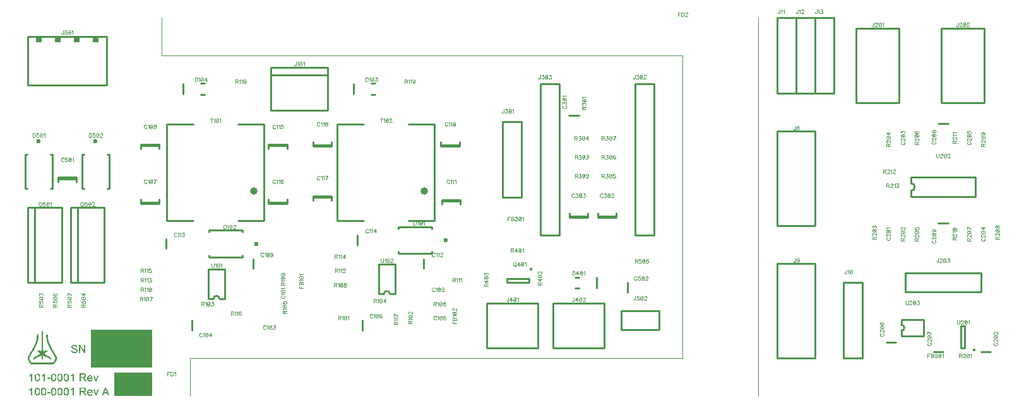
<source format=gbr>
G04 DipTrace 2.4.0.2*
%INTopSilk.gbr*%
%MOIN*%
%ADD10C,0.0098*%
%ADD12C,0.003*%
%ADD20C,0.0013*%
%ADD26C,0.0236*%
%ADD39C,0.0154*%
%ADD43O,0.0394X0.0378*%
%FSLAX44Y44*%
G04*
G70*
G90*
G75*
G01*
%LNTopSilk*%
%LPD*%
X9588Y3994D2*
D10*
Y4506D1*
X18586Y3994D2*
Y4506D1*
X7867Y10758D2*
X6883D1*
X7867Y10683D2*
X6883D1*
X7867D2*
Y10919D1*
X6883Y10683D2*
Y10919D1*
Y13742D2*
X7867D1*
X6883Y13817D2*
X7867D1*
X6883D2*
Y13581D1*
X7867Y13817D2*
Y13581D1*
X12836Y7244D2*
Y7756D1*
X23712Y13788D2*
X22727D1*
X23712Y13714D2*
X22727D1*
X23712D2*
Y13949D1*
X22727Y13714D2*
Y13949D1*
X22779Y10824D2*
X23763D1*
X22779Y10898D2*
X23763D1*
X22779D2*
Y10663D1*
X23763Y10898D2*
Y10663D1*
X21836Y7244D2*
Y7756D1*
X8211Y8307D2*
Y8818D1*
X18336Y8494D2*
Y9006D1*
X13633Y13742D2*
X14617D1*
X13633Y13817D2*
X14617D1*
X13633D2*
Y13581D1*
X14617Y13817D2*
Y13581D1*
Y10758D2*
X13633D1*
X14617Y10683D2*
X13633D1*
X14617D2*
Y10919D1*
X13633Y10683D2*
Y10919D1*
X15977Y11023D2*
X16962D1*
X15977Y11097D2*
X16962D1*
X15977D2*
Y10862D1*
X16962Y11097D2*
Y10862D1*
Y13788D2*
X15977D1*
X16962Y13714D2*
X15977D1*
X16962D2*
Y13949D1*
X15977Y13714D2*
Y13949D1*
X51756Y2836D2*
X51244D1*
X46756Y3338D2*
X46244D1*
X49256Y2836D2*
X48744D1*
X48994Y14914D2*
X49506D1*
X48994Y9664D2*
X49506D1*
X30006Y15336D2*
X29494D1*
X31992Y10008D2*
X31008D1*
X31992Y9933D2*
X31008D1*
X31992D2*
Y10169D1*
X31008Y9933D2*
Y10169D1*
X30492Y10008D2*
X29508D1*
X30492Y9933D2*
X29508D1*
X30492D2*
Y10169D1*
X29508Y9933D2*
Y10169D1*
X2508Y11992D2*
X3492D1*
X2508Y12067D2*
X3492D1*
X2508D2*
Y11831D1*
X3492Y12067D2*
Y11831D1*
X32588Y5994D2*
Y6506D1*
X22270Y8041D2*
X20498D1*
X22270Y9459D2*
X20498D1*
Y8041D2*
Y8140D1*
X22270Y8041D2*
Y8140D1*
X20498Y9360D2*
Y9459D1*
X22270Y9360D2*
Y9459D1*
D26*
X22988Y8750D3*
X12270Y7854D2*
D10*
X10498D1*
X12270Y9271D2*
X10498D1*
Y7854D2*
Y7952D1*
X12270Y7854D2*
Y7952D1*
X10498Y9173D2*
Y9271D1*
X12270Y9173D2*
Y9271D1*
D26*
X12988Y8562D3*
X18116Y17026D2*
D10*
Y16474D1*
X19061Y17045D2*
X19258D1*
X19061Y16455D2*
X19258D1*
X9116Y17026D2*
Y16474D1*
X10061Y17045D2*
X10258D1*
X10061Y16455D2*
X10258D1*
X30953Y6224D2*
Y6776D1*
X30008Y6205D2*
X29811D1*
X30008Y6795D2*
X29811D1*
X2209Y13270D2*
Y11498D1*
X791Y13270D2*
Y11498D1*
X2209D2*
X2110D1*
X2209Y13270D2*
X2110D1*
X890Y11498D2*
X791D1*
X890Y13270D2*
X791D1*
D26*
X1500Y13988D3*
X5209Y13270D2*
D10*
Y11498D1*
X3791Y13270D2*
Y11498D1*
X5209D2*
X5110D1*
X5209Y13270D2*
X5110D1*
X3890Y11498D2*
X3791D1*
X3890Y13270D2*
X3791D1*
D26*
X4500Y13988D3*
X40500Y9500D2*
D10*
X42500D1*
Y14500D1*
X40500D1*
Y9500D1*
Y2500D2*
X42500D1*
Y7500D1*
X40500D1*
Y2500D1*
X44000D2*
X45000D1*
Y6500D1*
X44000D1*
Y2500D1*
X40500Y16500D2*
X41500D1*
Y20500D1*
X40500D1*
Y16500D1*
X41500D2*
X42500D1*
Y20500D1*
X41500D1*
Y16500D1*
X42500D2*
X43500D1*
Y20500D1*
X42500D1*
Y16500D1*
X13750Y17884D2*
X16750D1*
X13750Y15600D2*
X16750D1*
X13750D2*
Y17884D1*
X16750Y15600D2*
Y17884D1*
X13750Y17490D2*
X16750D1*
X46925Y16016D2*
Y19953D1*
X44661Y16016D2*
X46000D1*
X44661Y19953D2*
X46000D1*
Y16016D2*
X46925D1*
X44661D2*
Y19953D1*
X46925D2*
X46000D1*
X51425Y16016D2*
Y19953D1*
X49161Y16016D2*
X50500D1*
X49161Y19953D2*
X50500D1*
Y16016D2*
X51425D1*
X49161D2*
Y19953D1*
X51425D2*
X50500D1*
X47250Y7000D2*
X51250D1*
Y6000D1*
X47250D1*
Y7000D1*
X26000Y11000D2*
X27000D1*
Y15000D1*
X26000D1*
Y11000D1*
X33000Y9000D2*
X34000D1*
Y17000D1*
X33000D1*
Y9000D1*
X28000D2*
X29000D1*
Y17000D1*
X28000D1*
Y9000D1*
X27846Y5425D2*
X25169D1*
X27846Y3043D2*
Y4500D1*
X25169Y3043D2*
Y4500D1*
X27846D2*
Y5425D1*
Y3043D2*
X25169D1*
Y5425D2*
Y4500D1*
X31346Y5425D2*
X28669D1*
X31346Y3043D2*
Y4500D1*
X28669Y3043D2*
Y4500D1*
X31346D2*
Y5425D1*
Y3043D2*
X28669D1*
Y5425D2*
Y4500D1*
X5091Y19510D2*
X909D1*
Y16951D1*
X5091D1*
Y19510D1*
G36*
X4657Y19225D2*
X4343D1*
Y19540D1*
X4657D1*
Y19225D1*
G37*
G36*
X3658D2*
X3343D1*
Y19540D1*
X3658D1*
Y19225D1*
G37*
G36*
X2657D2*
X2342D1*
Y19540D1*
X2657D1*
Y19225D1*
G37*
G36*
X1657D2*
X1342D1*
Y19540D1*
X1657D1*
Y19225D1*
G37*
X32250Y5000D2*
D10*
X34250D1*
Y4000D1*
X32250D1*
Y5000D1*
D39*
X27480Y7224D3*
X27388Y6722D2*
D10*
X26207D1*
Y6526D1*
X27388D1*
Y6722D1*
X937Y6531D2*
X2709D1*
Y10469D1*
X937D1*
Y6531D1*
X1291D2*
Y10469D1*
X3187Y6531D2*
X4959D1*
Y10469D1*
X3187D1*
Y6531D1*
X3541D2*
Y10469D1*
X8266Y9768D2*
X9644D1*
D43*
X12860Y11358D3*
X8266Y9768D2*
D10*
Y14886D1*
X13384D2*
Y9768D1*
X12006D1*
X13384Y14886D2*
X12006D1*
X8266D2*
X9644D1*
X17266Y9768D2*
X18644D1*
D43*
X21860Y11358D3*
X17266Y9768D2*
D10*
Y14886D1*
X22384D2*
Y9768D1*
X21006D1*
X22384Y14886D2*
X21006D1*
X17266D2*
X18644D1*
X11317Y5651D2*
Y7226D1*
X10451D2*
Y5651D1*
X11317Y7226D2*
X10451D1*
X11317Y5651D2*
X11041D1*
X10726D2*
X10451D1*
X11041D2*
G03X10726Y5651I-158J0D01*
G01*
X20317Y5901D2*
Y7476D1*
X19451D2*
Y5901D1*
X20317Y7476D2*
X19451D1*
X20317Y5901D2*
X20041D1*
X19726D2*
X19451D1*
X20041D2*
G03X19726Y5901I-158J0D01*
G01*
D39*
X50897Y2942D3*
X50396Y3034D2*
D10*
Y4215D1*
X50199D1*
Y3034D1*
X50396D1*
X47557Y11051D2*
X50943D1*
X47557Y12075D2*
X50943D1*
Y11051D2*
Y12075D1*
X47557Y11051D2*
Y11366D1*
Y11760D2*
Y12075D1*
Y11366D2*
G03X47557Y11760I0J197D01*
G01*
X47043Y3683D2*
X48224D1*
X47043Y4549D2*
X48224D1*
Y3683D2*
Y4549D1*
X47043Y3683D2*
Y3959D1*
Y4274D2*
Y4549D1*
Y3959D2*
G03X47043Y4274I0J158D01*
G01*
X8000Y18500D2*
D20*
X35500D1*
Y2500D1*
X9500D2*
X35500D1*
X8000Y20500D2*
Y18500D1*
X9500Y2500D2*
Y500D1*
X39500Y20500D2*
Y500D1*
G36*
X5500Y1750D2*
X7500D1*
Y500D1*
X5500D1*
Y1750D1*
G37*
G36*
X4250Y4000D2*
X7500D1*
Y2000D1*
X4250D1*
Y4000D1*
G37*
X3653Y957D2*
D12*
X3873D1*
X4993D2*
X5023D1*
X1123Y947D2*
X1133D1*
X1393D2*
X1443D1*
X1723D2*
X1773D1*
X2253D2*
X2303D1*
X2583D2*
X2633D1*
X2913D2*
X2963D1*
X3303D2*
X3313D1*
X3653D2*
X3897D1*
X4991D2*
X5029D1*
X1113Y937D2*
X1133D1*
X1374D2*
X1459D1*
X1704D2*
X1789D1*
X2234D2*
X2319D1*
X2564D2*
X2649D1*
X2894D2*
X2979D1*
X3293D2*
X3313D1*
X3653D2*
X3915D1*
X4988D2*
X5034D1*
X1103Y927D2*
X1133D1*
X1358D2*
X1473D1*
X1688D2*
X1803D1*
X2218D2*
X2333D1*
X2548D2*
X2663D1*
X2878D2*
X2993D1*
X3283D2*
X3313D1*
X3653D2*
X3683D1*
X3879D2*
X3929D1*
X4985D2*
X5039D1*
X1093Y917D2*
X1133D1*
X1345D2*
X1375D1*
X1451D2*
X1484D1*
X1675D2*
X1705D1*
X1781D2*
X1814D1*
X2205D2*
X2235D1*
X2311D2*
X2344D1*
X2535D2*
X2565D1*
X2641D2*
X2674D1*
X2865D2*
X2895D1*
X2971D2*
X3004D1*
X3273D2*
X3313D1*
X3653D2*
X3683D1*
X3900D2*
X3940D1*
X4980D2*
X4991D1*
X5033D2*
X5042D1*
X1083Y907D2*
X1133D1*
X1334D2*
X1359D1*
X1466D2*
X1494D1*
X1664D2*
X1689D1*
X1796D2*
X1824D1*
X2194D2*
X2219D1*
X2326D2*
X2354D1*
X2524D2*
X2549D1*
X2656D2*
X2684D1*
X2854D2*
X2879D1*
X2986D2*
X3014D1*
X3263D2*
X3313D1*
X3653D2*
X3683D1*
X3917D2*
X3948D1*
X4976D2*
X4989D1*
X5034D2*
X5046D1*
X1072Y897D2*
X1133D1*
X1325D2*
X1347D1*
X1478D2*
X1502D1*
X1655D2*
X1677D1*
X1808D2*
X1832D1*
X2185D2*
X2207D1*
X2338D2*
X2362D1*
X2515D2*
X2537D1*
X2668D2*
X2692D1*
X2845D2*
X2867D1*
X2998D2*
X3022D1*
X3252D2*
X3313D1*
X3653D2*
X3683D1*
X3926D2*
X3954D1*
X4973D2*
X4986D1*
X5037D2*
X5051D1*
X1061Y887D2*
X1133D1*
X1317D2*
X1338D1*
X1487D2*
X1509D1*
X1647D2*
X1668D1*
X1817D2*
X1839D1*
X2177D2*
X2198D1*
X2347D2*
X2369D1*
X2507D2*
X2528D1*
X2677D2*
X2699D1*
X2837D2*
X2858D1*
X3007D2*
X3029D1*
X3241D2*
X3313D1*
X3653D2*
X3683D1*
X3930D2*
X3958D1*
X4969D2*
X4983D1*
X5040D2*
X5056D1*
X1047Y877D2*
X1133D1*
X1312D2*
X1332D1*
X1494D2*
X1514D1*
X1642D2*
X1662D1*
X1824D2*
X1844D1*
X2172D2*
X2192D1*
X2354D2*
X2374D1*
X2502D2*
X2522D1*
X2684D2*
X2704D1*
X2832D2*
X2852D1*
X3014D2*
X3034D1*
X3227D2*
X3313D1*
X3653D2*
X3683D1*
X3931D2*
X3961D1*
X4965D2*
X4979D1*
X5043D2*
X5060D1*
X1032Y867D2*
X1053D1*
X1103D2*
X1133D1*
X1307D2*
X1327D1*
X1498D2*
X1519D1*
X1637D2*
X1657D1*
X1828D2*
X1849D1*
X2167D2*
X2187D1*
X2358D2*
X2379D1*
X2497D2*
X2517D1*
X2688D2*
X2709D1*
X2827D2*
X2847D1*
X3018D2*
X3039D1*
X3213D2*
X3233D1*
X3283D2*
X3313D1*
X3653D2*
X3683D1*
X3932D2*
X3962D1*
X4960D2*
X4976D1*
X5046D2*
X5065D1*
X1017Y857D2*
X1038D1*
X1103D2*
X1133D1*
X1304D2*
X1325D1*
X1501D2*
X1522D1*
X1634D2*
X1655D1*
X1831D2*
X1852D1*
X2164D2*
X2185D1*
X2361D2*
X2382D1*
X2494D2*
X2515D1*
X2691D2*
X2712D1*
X2824D2*
X2845D1*
X3021D2*
X3042D1*
X3200D2*
X3217D1*
X3283D2*
X3313D1*
X3653D2*
X3683D1*
X3933D2*
X3962D1*
X4163D2*
X4213D1*
X4957D2*
X4973D1*
X5050D2*
X5069D1*
X1003Y847D2*
X1023D1*
X1103D2*
X1133D1*
X1302D2*
X1323D1*
X1504D2*
X1526D1*
X1632D2*
X1653D1*
X1834D2*
X1856D1*
X2162D2*
X2183D1*
X2364D2*
X2386D1*
X2492D2*
X2513D1*
X2694D2*
X2716D1*
X2822D2*
X2843D1*
X3024D2*
X3046D1*
X3190D2*
X3201D1*
X3283D2*
X3313D1*
X3653D2*
X3683D1*
X3932D2*
X3962D1*
X4140D2*
X4231D1*
X4393D2*
X4413D1*
X4603D2*
X4623D1*
X4953D2*
X4969D1*
X5053D2*
X5073D1*
X1103Y837D2*
X1133D1*
X1299D2*
X1321D1*
X1507D2*
X1529D1*
X1629D2*
X1651D1*
X1837D2*
X1859D1*
X2159D2*
X2181D1*
X2367D2*
X2389D1*
X2489D2*
X2511D1*
X2697D2*
X2719D1*
X2819D2*
X2841D1*
X3027D2*
X3049D1*
X3183D2*
D3*
X3283D2*
X3313D1*
X3653D2*
X3683D1*
X3931D2*
X3961D1*
X4121D2*
X4247D1*
X4394D2*
X4414D1*
X4601D2*
X4619D1*
X4949D2*
X4966D1*
X5057D2*
X5076D1*
X1103Y827D2*
X1133D1*
X1296D2*
X1319D1*
X1509D2*
X1531D1*
X1626D2*
X1649D1*
X1839D2*
X1861D1*
X2156D2*
X2179D1*
X2369D2*
X2391D1*
X2486D2*
X2509D1*
X2699D2*
X2721D1*
X2816D2*
X2839D1*
X3029D2*
X3051D1*
X3283D2*
X3313D1*
X3653D2*
X3683D1*
X3928D2*
X3957D1*
X4107D2*
X4143D1*
X4231D2*
X4260D1*
X4397D2*
X4417D1*
X4599D2*
X4616D1*
X4945D2*
X4963D1*
X5061D2*
X5081D1*
X1103Y817D2*
X1133D1*
X1294D2*
X1316D1*
X1511D2*
X1532D1*
X1624D2*
X1646D1*
X1841D2*
X1862D1*
X2154D2*
X2176D1*
X2371D2*
X2392D1*
X2484D2*
X2506D1*
X2701D2*
X2722D1*
X2814D2*
X2836D1*
X3031D2*
X3052D1*
X3283D2*
X3313D1*
X3653D2*
X3683D1*
X3923D2*
X3952D1*
X4096D2*
X4125D1*
X4246D2*
X4271D1*
X4401D2*
X4420D1*
X4596D2*
X4613D1*
X4940D2*
X4959D1*
X5065D2*
X5085D1*
X1103Y807D2*
X1133D1*
X1294D2*
X1314D1*
X1512D2*
X1533D1*
X1624D2*
X1644D1*
X1842D2*
X1863D1*
X2154D2*
X2174D1*
X2372D2*
X2393D1*
X2484D2*
X2504D1*
X2702D2*
X2723D1*
X2814D2*
X2834D1*
X3032D2*
X3053D1*
X3283D2*
X3313D1*
X3653D2*
X3683D1*
X3912D2*
X3946D1*
X4088D2*
X4111D1*
X4258D2*
X4281D1*
X4405D2*
X4423D1*
X4593D2*
X4609D1*
X4937D2*
X4955D1*
X5069D2*
X5089D1*
X1103Y797D2*
X1133D1*
X1293D2*
X1314D1*
X1513D2*
X1533D1*
X1623D2*
X1644D1*
X1843D2*
X1863D1*
X2153D2*
X2174D1*
X2373D2*
X2393D1*
X2483D2*
X2504D1*
X2703D2*
X2723D1*
X2813D2*
X2834D1*
X3033D2*
X3053D1*
X3283D2*
X3313D1*
X3653D2*
X3683D1*
X3898D2*
X3939D1*
X4081D2*
X4100D1*
X4267D2*
X4288D1*
X4409D2*
X4426D1*
X4589D2*
X4605D1*
X4933D2*
X4950D1*
X5073D2*
X5093D1*
X1103Y787D2*
X1133D1*
X1293D2*
X1313D1*
X1513D2*
X1533D1*
X1623D2*
X1643D1*
X1843D2*
X1863D1*
X2153D2*
X2173D1*
X2373D2*
X2393D1*
X2483D2*
X2503D1*
X2703D2*
X2723D1*
X2813D2*
X2833D1*
X3033D2*
X3053D1*
X3283D2*
X3313D1*
X3653D2*
X3683D1*
X3881D2*
X3929D1*
X4076D2*
X4093D1*
X4274D2*
X4294D1*
X4413D2*
X4430D1*
X4585D2*
X4600D1*
X4930D2*
X4947D1*
X5076D2*
X5096D1*
X1103Y777D2*
X1133D1*
X1293D2*
X1313D1*
X1513D2*
X1533D1*
X1623D2*
X1643D1*
X1843D2*
X1863D1*
X2153D2*
X2173D1*
X2373D2*
X2393D1*
X2483D2*
X2503D1*
X2703D2*
X2723D1*
X2813D2*
X2833D1*
X3033D2*
X3053D1*
X3283D2*
X3313D1*
X3653D2*
X3914D1*
X4071D2*
X4088D1*
X4278D2*
X4298D1*
X4416D2*
X4433D1*
X4580D2*
X4597D1*
X4926D2*
X4943D1*
X5080D2*
X5101D1*
X1103Y767D2*
X1133D1*
X1293D2*
X1313D1*
X1513D2*
X1533D1*
X1623D2*
X1643D1*
X1843D2*
X1863D1*
X2153D2*
X2173D1*
X2373D2*
X2393D1*
X2483D2*
X2503D1*
X2703D2*
X2723D1*
X2813D2*
X2833D1*
X3033D2*
X3053D1*
X3283D2*
X3313D1*
X3653D2*
X3897D1*
X4067D2*
X4085D1*
X4281D2*
X4301D1*
X4420D2*
X4436D1*
X4577D2*
X4593D1*
X4923D2*
X4940D1*
X5083D2*
X5105D1*
X1103Y757D2*
X1133D1*
X1293D2*
X1313D1*
X1513D2*
X1533D1*
X1623D2*
X1643D1*
X1843D2*
X1863D1*
X2153D2*
X2173D1*
X2373D2*
X2393D1*
X2483D2*
X2503D1*
X2703D2*
X2723D1*
X2813D2*
X2833D1*
X3033D2*
X3053D1*
X3283D2*
X3313D1*
X3653D2*
X3879D1*
X4064D2*
X4084D1*
X4282D2*
X4304D1*
X4423D2*
X4440D1*
X4573D2*
X4590D1*
X4919D2*
X4937D1*
X5086D2*
X5109D1*
X1103Y747D2*
X1133D1*
X1293D2*
X1313D1*
X1513D2*
X1533D1*
X1623D2*
X1643D1*
X1843D2*
X1863D1*
X2153D2*
X2173D1*
X2373D2*
X2393D1*
X2483D2*
X2503D1*
X2703D2*
X2723D1*
X2813D2*
X2833D1*
X3033D2*
X3053D1*
X3283D2*
X3313D1*
X3653D2*
X3683D1*
X3811D2*
X3865D1*
X4062D2*
X4083D1*
X4282D2*
X4307D1*
X4427D2*
X4443D1*
X4570D2*
X4586D1*
X4915D2*
X4935D1*
X5089D2*
X5113D1*
X1103Y737D2*
X1133D1*
X1293D2*
X1313D1*
X1513D2*
X1533D1*
X1623D2*
X1643D1*
X1843D2*
X1863D1*
X2153D2*
X2173D1*
X2373D2*
X2393D1*
X2483D2*
X2503D1*
X2703D2*
X2723D1*
X2813D2*
X2833D1*
X3033D2*
X3053D1*
X3283D2*
X3313D1*
X3653D2*
X3683D1*
X3827D2*
X3857D1*
X4059D2*
X4083D1*
X4283D2*
X4309D1*
X4431D2*
X4447D1*
X4566D2*
X4583D1*
X4910D2*
X4934D1*
X5091D2*
X5116D1*
X1103Y727D2*
X1133D1*
X1293D2*
X1313D1*
X1513D2*
X1533D1*
X1623D2*
X1643D1*
X1843D2*
X1863D1*
X2153D2*
X2173D1*
X2373D2*
X2393D1*
X2483D2*
X2503D1*
X2703D2*
X2723D1*
X2813D2*
X2833D1*
X3033D2*
X3053D1*
X3283D2*
X3313D1*
X3653D2*
X3683D1*
X3840D2*
X3864D1*
X4056D2*
X4311D1*
X4435D2*
X4451D1*
X4563D2*
X4579D1*
X4907D2*
X4933D1*
X5092D2*
X5121D1*
X1103Y717D2*
X1133D1*
X1293D2*
X1313D1*
X1513D2*
X1533D1*
X1623D2*
X1643D1*
X1843D2*
X1863D1*
X1943D2*
X2083D1*
X2153D2*
X2173D1*
X2373D2*
X2393D1*
X2483D2*
X2503D1*
X2703D2*
X2723D1*
X2813D2*
X2833D1*
X3033D2*
X3053D1*
X3283D2*
X3313D1*
X3653D2*
X3683D1*
X3850D2*
X3873D1*
X4055D2*
X4312D1*
X4439D2*
X4455D1*
X4559D2*
X4575D1*
X4903D2*
X5125D1*
X1103Y707D2*
X1133D1*
X1293D2*
X1313D1*
X1512D2*
X1533D1*
X1623D2*
X1643D1*
X1842D2*
X1863D1*
X1943D2*
X2083D1*
X2153D2*
X2173D1*
X2372D2*
X2393D1*
X2483D2*
X2503D1*
X2702D2*
X2723D1*
X2813D2*
X2833D1*
X3032D2*
X3053D1*
X3283D2*
X3313D1*
X3653D2*
X3683D1*
X3858D2*
X3883D1*
X4054D2*
X4313D1*
X4443D2*
X4459D1*
X4556D2*
X4570D1*
X4899D2*
X5129D1*
X1103Y697D2*
X1133D1*
X1294D2*
X1314D1*
X1511D2*
X1532D1*
X1624D2*
X1644D1*
X1841D2*
X1862D1*
X1943D2*
X2083D1*
X2154D2*
X2174D1*
X2371D2*
X2392D1*
X2484D2*
X2504D1*
X2701D2*
X2722D1*
X2814D2*
X2834D1*
X3031D2*
X3052D1*
X3283D2*
X3313D1*
X3653D2*
X3683D1*
X3866D2*
X3893D1*
X4055D2*
X4083D1*
X4446D2*
X4463D1*
X4553D2*
X4567D1*
X4895D2*
X5133D1*
X1103Y687D2*
X1133D1*
X1297D2*
X1317D1*
X1509D2*
X1531D1*
X1627D2*
X1647D1*
X1839D2*
X1861D1*
X2157D2*
X2177D1*
X2369D2*
X2391D1*
X2487D2*
X2507D1*
X2699D2*
X2721D1*
X2817D2*
X2837D1*
X3029D2*
X3051D1*
X3283D2*
X3313D1*
X3653D2*
X3683D1*
X3874D2*
X3902D1*
X4057D2*
X4083D1*
X4450D2*
X4466D1*
X4549D2*
X4563D1*
X4890D2*
X4915D1*
X5114D2*
X5136D1*
X1103Y677D2*
X1133D1*
X1299D2*
X1319D1*
X1506D2*
X1529D1*
X1629D2*
X1649D1*
X1836D2*
X1859D1*
X2159D2*
X2179D1*
X2366D2*
X2389D1*
X2489D2*
X2509D1*
X2696D2*
X2719D1*
X2819D2*
X2839D1*
X3026D2*
X3049D1*
X3283D2*
X3313D1*
X3653D2*
X3683D1*
X3882D2*
X3911D1*
X4060D2*
X4083D1*
X4453D2*
X4470D1*
X4545D2*
X4560D1*
X4887D2*
X4909D1*
X5117D2*
X5141D1*
X1103Y667D2*
X1133D1*
X1302D2*
X1322D1*
X1504D2*
X1526D1*
X1632D2*
X1652D1*
X1834D2*
X1856D1*
X2162D2*
X2182D1*
X2364D2*
X2386D1*
X2492D2*
X2512D1*
X2694D2*
X2716D1*
X2822D2*
X2842D1*
X3024D2*
X3046D1*
X3283D2*
X3313D1*
X3653D2*
X3683D1*
X3889D2*
X3918D1*
X4062D2*
X4083D1*
X4457D2*
X4473D1*
X4540D2*
X4556D1*
X4883D2*
X4904D1*
X5121D2*
X5146D1*
X1103Y657D2*
X1133D1*
X1304D2*
X1324D1*
X1502D2*
X1523D1*
X1634D2*
X1654D1*
X1832D2*
X1853D1*
X2164D2*
X2184D1*
X2362D2*
X2383D1*
X2494D2*
X2514D1*
X2692D2*
X2713D1*
X2824D2*
X2844D1*
X3022D2*
X3043D1*
X3283D2*
X3313D1*
X3653D2*
X3683D1*
X3896D2*
X3925D1*
X4064D2*
X4085D1*
X4461D2*
X4476D1*
X4536D2*
X4553D1*
X4879D2*
X4900D1*
X5125D2*
X5150D1*
X1103Y647D2*
X1133D1*
X1307D2*
X1327D1*
X1499D2*
X1519D1*
X1637D2*
X1657D1*
X1829D2*
X1849D1*
X2167D2*
X2187D1*
X2359D2*
X2379D1*
X2497D2*
X2517D1*
X2689D2*
X2709D1*
X2827D2*
X2847D1*
X3019D2*
X3039D1*
X3283D2*
X3313D1*
X3653D2*
X3683D1*
X3903D2*
X3930D1*
X4067D2*
X4087D1*
X4465D2*
X4480D1*
X4532D2*
X4549D1*
X4875D2*
X4896D1*
X5129D2*
X5155D1*
X1103Y637D2*
X1133D1*
X1311D2*
X1331D1*
X1494D2*
X1514D1*
X1641D2*
X1661D1*
X1824D2*
X1844D1*
X2171D2*
X2191D1*
X2354D2*
X2374D1*
X2501D2*
X2521D1*
X2684D2*
X2704D1*
X2831D2*
X2851D1*
X3014D2*
X3034D1*
X3283D2*
X3313D1*
X3653D2*
X3683D1*
X3909D2*
X3936D1*
X4071D2*
X4092D1*
X4469D2*
X4485D1*
X4524D2*
X4545D1*
X4870D2*
X4893D1*
X5133D2*
X5159D1*
X1103Y627D2*
X1133D1*
X1317D2*
X1338D1*
X1488D2*
X1509D1*
X1647D2*
X1668D1*
X1818D2*
X1839D1*
X2177D2*
X2198D1*
X2348D2*
X2369D1*
X2507D2*
X2528D1*
X2678D2*
X2699D1*
X2837D2*
X2858D1*
X3008D2*
X3029D1*
X3283D2*
X3313D1*
X3653D2*
X3683D1*
X3916D2*
X3943D1*
X4076D2*
X4097D1*
X4473D2*
X4498D1*
X4505D2*
X4540D1*
X4867D2*
X4889D1*
X5136D2*
X5163D1*
X1103Y617D2*
X1133D1*
X1324D2*
X1347D1*
X1479D2*
X1502D1*
X1654D2*
X1677D1*
X1809D2*
X1832D1*
X2184D2*
X2207D1*
X2339D2*
X2362D1*
X2514D2*
X2537D1*
X2669D2*
X2692D1*
X2844D2*
X2867D1*
X2999D2*
X3022D1*
X3283D2*
X3313D1*
X3653D2*
X3683D1*
X3923D2*
X3950D1*
X4081D2*
X4106D1*
X4273D2*
X4303D1*
X4476D2*
X4537D1*
X4863D2*
X4886D1*
X5141D2*
X5166D1*
X1103Y607D2*
X1133D1*
X1331D2*
X1373D1*
X1453D2*
X1494D1*
X1661D2*
X1703D1*
X1783D2*
X1824D1*
X2191D2*
X2233D1*
X2313D2*
X2354D1*
X2521D2*
X2563D1*
X2643D2*
X2684D1*
X2851D2*
X2893D1*
X2973D2*
X3014D1*
X3283D2*
X3313D1*
X3653D2*
X3683D1*
X3929D2*
X3956D1*
X4087D2*
X4116D1*
X4262D2*
X4293D1*
X4480D2*
X4533D1*
X4860D2*
X4883D1*
X5145D2*
X5171D1*
X1103Y597D2*
X1133D1*
X1341D2*
X1413D1*
X1412D2*
X1485D1*
X1671D2*
X1743D1*
X1742D2*
X1815D1*
X2201D2*
X2273D1*
X2272D2*
X2345D1*
X2531D2*
X2603D1*
X2602D2*
X2675D1*
X2861D2*
X2933D1*
X2932D2*
X3005D1*
X3283D2*
X3313D1*
X3653D2*
X3683D1*
X3935D2*
X3963D1*
X4095D2*
X4144D1*
X4233D2*
X4283D1*
X4483D2*
X4530D1*
X4856D2*
X4879D1*
X5149D2*
X5175D1*
X1103Y587D2*
X1133D1*
X1355D2*
X1472D1*
X1685D2*
X1802D1*
X2215D2*
X2332D1*
X2545D2*
X2662D1*
X2875D2*
X2992D1*
X3283D2*
X3313D1*
X3653D2*
X3683D1*
X3940D2*
X3969D1*
X4106D2*
X4188D1*
X4272D1*
X4486D2*
X4526D1*
X4853D2*
X4874D1*
X5153D2*
X5179D1*
X1103Y577D2*
X1133D1*
X1373D2*
X1458D1*
X1703D2*
X1788D1*
X2233D2*
X2318D1*
X2563D2*
X2648D1*
X2893D2*
X2978D1*
X3283D2*
X3313D1*
X3653D2*
X3683D1*
X3946D2*
X3976D1*
X4121D2*
X4259D1*
X4490D2*
X4524D1*
X4848D2*
X4869D1*
X5157D2*
X5181D1*
X1103Y567D2*
X1133D1*
X1393D2*
X1443D1*
X1723D2*
X1773D1*
X2253D2*
X2303D1*
X2583D2*
X2633D1*
X2913D2*
X2963D1*
X3283D2*
X3313D1*
X3653D2*
X3683D1*
X3953D2*
X3983D1*
X4141D2*
X4242D1*
X4493D2*
X4523D1*
X4843D2*
X4863D1*
X5163D2*
X5183D1*
X4163Y557D2*
X4223D1*
X3653Y1707D2*
X3873D1*
X1123Y1697D2*
X1133D1*
X1393D2*
X1443D1*
X1783D2*
X1793D1*
X2253D2*
X2303D1*
X2583D2*
X2633D1*
X2913D2*
X2963D1*
X3303D2*
X3313D1*
X3653D2*
X3897D1*
X1113Y1687D2*
X1133D1*
X1374D2*
X1459D1*
X1773D2*
X1793D1*
X2234D2*
X2319D1*
X2564D2*
X2649D1*
X2894D2*
X2979D1*
X3293D2*
X3313D1*
X3653D2*
X3915D1*
X1103Y1677D2*
X1133D1*
X1358D2*
X1473D1*
X1763D2*
X1793D1*
X2218D2*
X2333D1*
X2548D2*
X2663D1*
X2878D2*
X2993D1*
X3283D2*
X3313D1*
X3653D2*
X3683D1*
X3879D2*
X3929D1*
X1093Y1667D2*
X1133D1*
X1345D2*
X1375D1*
X1451D2*
X1484D1*
X1753D2*
X1793D1*
X2205D2*
X2235D1*
X2311D2*
X2344D1*
X2535D2*
X2565D1*
X2641D2*
X2674D1*
X2865D2*
X2895D1*
X2971D2*
X3004D1*
X3273D2*
X3313D1*
X3653D2*
X3683D1*
X3900D2*
X3940D1*
X1083Y1657D2*
X1133D1*
X1334D2*
X1359D1*
X1466D2*
X1494D1*
X1743D2*
X1793D1*
X2194D2*
X2219D1*
X2326D2*
X2354D1*
X2524D2*
X2549D1*
X2656D2*
X2684D1*
X2854D2*
X2879D1*
X2986D2*
X3014D1*
X3263D2*
X3313D1*
X3653D2*
X3683D1*
X3917D2*
X3948D1*
X1072Y1647D2*
X1133D1*
X1325D2*
X1347D1*
X1478D2*
X1502D1*
X1732D2*
X1793D1*
X2185D2*
X2207D1*
X2338D2*
X2362D1*
X2515D2*
X2537D1*
X2668D2*
X2692D1*
X2845D2*
X2867D1*
X2998D2*
X3022D1*
X3252D2*
X3313D1*
X3653D2*
X3683D1*
X3926D2*
X3954D1*
X1061Y1637D2*
X1133D1*
X1317D2*
X1338D1*
X1487D2*
X1509D1*
X1721D2*
X1793D1*
X2177D2*
X2198D1*
X2347D2*
X2369D1*
X2507D2*
X2528D1*
X2677D2*
X2699D1*
X2837D2*
X2858D1*
X3007D2*
X3029D1*
X3241D2*
X3313D1*
X3653D2*
X3683D1*
X3930D2*
X3958D1*
X1047Y1627D2*
X1133D1*
X1312D2*
X1332D1*
X1494D2*
X1514D1*
X1707D2*
X1793D1*
X2172D2*
X2192D1*
X2354D2*
X2374D1*
X2502D2*
X2522D1*
X2684D2*
X2704D1*
X2832D2*
X2852D1*
X3014D2*
X3034D1*
X3227D2*
X3313D1*
X3653D2*
X3683D1*
X3931D2*
X3961D1*
X1032Y1617D2*
X1053D1*
X1103D2*
X1133D1*
X1307D2*
X1327D1*
X1498D2*
X1519D1*
X1693D2*
X1713D1*
X1763D2*
X1793D1*
X2167D2*
X2187D1*
X2358D2*
X2379D1*
X2497D2*
X2517D1*
X2688D2*
X2709D1*
X2827D2*
X2847D1*
X3018D2*
X3039D1*
X3213D2*
X3233D1*
X3283D2*
X3313D1*
X3653D2*
X3683D1*
X3932D2*
X3962D1*
X1017Y1607D2*
X1038D1*
X1103D2*
X1133D1*
X1304D2*
X1325D1*
X1501D2*
X1522D1*
X1680D2*
X1697D1*
X1763D2*
X1793D1*
X2164D2*
X2185D1*
X2361D2*
X2382D1*
X2494D2*
X2515D1*
X2691D2*
X2712D1*
X2824D2*
X2845D1*
X3021D2*
X3042D1*
X3200D2*
X3217D1*
X3283D2*
X3313D1*
X3653D2*
X3683D1*
X3933D2*
X3962D1*
X4163D2*
X4213D1*
X1003Y1597D2*
X1023D1*
X1103D2*
X1133D1*
X1302D2*
X1323D1*
X1504D2*
X1526D1*
X1670D2*
X1681D1*
X1763D2*
X1793D1*
X2162D2*
X2183D1*
X2364D2*
X2386D1*
X2492D2*
X2513D1*
X2694D2*
X2716D1*
X2822D2*
X2843D1*
X3024D2*
X3046D1*
X3190D2*
X3201D1*
X3283D2*
X3313D1*
X3653D2*
X3683D1*
X3932D2*
X3962D1*
X4140D2*
X4231D1*
X4393D2*
X4413D1*
X4603D2*
X4623D1*
X1103Y1587D2*
X1133D1*
X1299D2*
X1321D1*
X1507D2*
X1529D1*
X1663D2*
D3*
X1763D2*
X1793D1*
X2159D2*
X2181D1*
X2367D2*
X2389D1*
X2489D2*
X2511D1*
X2697D2*
X2719D1*
X2819D2*
X2841D1*
X3027D2*
X3049D1*
X3183D2*
D3*
X3283D2*
X3313D1*
X3653D2*
X3683D1*
X3931D2*
X3961D1*
X4121D2*
X4247D1*
X4394D2*
X4414D1*
X4601D2*
X4619D1*
X1103Y1577D2*
X1133D1*
X1296D2*
X1319D1*
X1509D2*
X1531D1*
X1763D2*
X1793D1*
X2156D2*
X2179D1*
X2369D2*
X2391D1*
X2486D2*
X2509D1*
X2699D2*
X2721D1*
X2816D2*
X2839D1*
X3029D2*
X3051D1*
X3283D2*
X3313D1*
X3653D2*
X3683D1*
X3928D2*
X3957D1*
X4107D2*
X4143D1*
X4231D2*
X4260D1*
X4397D2*
X4417D1*
X4599D2*
X4616D1*
X1103Y1567D2*
X1133D1*
X1294D2*
X1316D1*
X1511D2*
X1532D1*
X1763D2*
X1793D1*
X2154D2*
X2176D1*
X2371D2*
X2392D1*
X2484D2*
X2506D1*
X2701D2*
X2722D1*
X2814D2*
X2836D1*
X3031D2*
X3052D1*
X3283D2*
X3313D1*
X3653D2*
X3683D1*
X3923D2*
X3952D1*
X4096D2*
X4125D1*
X4246D2*
X4271D1*
X4401D2*
X4420D1*
X4596D2*
X4613D1*
X1103Y1557D2*
X1133D1*
X1294D2*
X1314D1*
X1512D2*
X1533D1*
X1763D2*
X1793D1*
X2154D2*
X2174D1*
X2372D2*
X2393D1*
X2484D2*
X2504D1*
X2702D2*
X2723D1*
X2814D2*
X2834D1*
X3032D2*
X3053D1*
X3283D2*
X3313D1*
X3653D2*
X3683D1*
X3912D2*
X3946D1*
X4088D2*
X4111D1*
X4258D2*
X4281D1*
X4405D2*
X4423D1*
X4593D2*
X4609D1*
X1103Y1547D2*
X1133D1*
X1293D2*
X1314D1*
X1513D2*
X1533D1*
X1763D2*
X1793D1*
X2153D2*
X2174D1*
X2373D2*
X2393D1*
X2483D2*
X2504D1*
X2703D2*
X2723D1*
X2813D2*
X2834D1*
X3033D2*
X3053D1*
X3283D2*
X3313D1*
X3653D2*
X3683D1*
X3898D2*
X3939D1*
X4081D2*
X4100D1*
X4267D2*
X4288D1*
X4409D2*
X4426D1*
X4589D2*
X4605D1*
X1103Y1537D2*
X1133D1*
X1293D2*
X1313D1*
X1513D2*
X1533D1*
X1763D2*
X1793D1*
X2153D2*
X2173D1*
X2373D2*
X2393D1*
X2483D2*
X2503D1*
X2703D2*
X2723D1*
X2813D2*
X2833D1*
X3033D2*
X3053D1*
X3283D2*
X3313D1*
X3653D2*
X3683D1*
X3881D2*
X3929D1*
X4076D2*
X4093D1*
X4274D2*
X4294D1*
X4413D2*
X4430D1*
X4585D2*
X4600D1*
X1103Y1527D2*
X1133D1*
X1293D2*
X1313D1*
X1513D2*
X1533D1*
X1763D2*
X1793D1*
X2153D2*
X2173D1*
X2373D2*
X2393D1*
X2483D2*
X2503D1*
X2703D2*
X2723D1*
X2813D2*
X2833D1*
X3033D2*
X3053D1*
X3283D2*
X3313D1*
X3653D2*
X3914D1*
X4071D2*
X4088D1*
X4278D2*
X4298D1*
X4416D2*
X4433D1*
X4580D2*
X4597D1*
X1103Y1517D2*
X1133D1*
X1293D2*
X1313D1*
X1513D2*
X1533D1*
X1763D2*
X1793D1*
X2153D2*
X2173D1*
X2373D2*
X2393D1*
X2483D2*
X2503D1*
X2703D2*
X2723D1*
X2813D2*
X2833D1*
X3033D2*
X3053D1*
X3283D2*
X3313D1*
X3653D2*
X3897D1*
X4067D2*
X4085D1*
X4281D2*
X4301D1*
X4420D2*
X4436D1*
X4577D2*
X4593D1*
X1103Y1507D2*
X1133D1*
X1293D2*
X1313D1*
X1513D2*
X1533D1*
X1763D2*
X1793D1*
X2153D2*
X2173D1*
X2373D2*
X2393D1*
X2483D2*
X2503D1*
X2703D2*
X2723D1*
X2813D2*
X2833D1*
X3033D2*
X3053D1*
X3283D2*
X3313D1*
X3653D2*
X3879D1*
X4064D2*
X4084D1*
X4282D2*
X4304D1*
X4423D2*
X4440D1*
X4573D2*
X4590D1*
X1103Y1497D2*
X1133D1*
X1293D2*
X1313D1*
X1513D2*
X1533D1*
X1763D2*
X1793D1*
X2153D2*
X2173D1*
X2373D2*
X2393D1*
X2483D2*
X2503D1*
X2703D2*
X2723D1*
X2813D2*
X2833D1*
X3033D2*
X3053D1*
X3283D2*
X3313D1*
X3653D2*
X3683D1*
X3811D2*
X3865D1*
X4062D2*
X4083D1*
X4282D2*
X4307D1*
X4427D2*
X4443D1*
X4570D2*
X4586D1*
X1103Y1487D2*
X1133D1*
X1293D2*
X1313D1*
X1513D2*
X1533D1*
X1763D2*
X1793D1*
X2153D2*
X2173D1*
X2373D2*
X2393D1*
X2483D2*
X2503D1*
X2703D2*
X2723D1*
X2813D2*
X2833D1*
X3033D2*
X3053D1*
X3283D2*
X3313D1*
X3653D2*
X3683D1*
X3827D2*
X3857D1*
X4059D2*
X4083D1*
X4283D2*
X4309D1*
X4431D2*
X4447D1*
X4566D2*
X4583D1*
X1103Y1477D2*
X1133D1*
X1293D2*
X1313D1*
X1513D2*
X1533D1*
X1763D2*
X1793D1*
X2153D2*
X2173D1*
X2373D2*
X2393D1*
X2483D2*
X2503D1*
X2703D2*
X2723D1*
X2813D2*
X2833D1*
X3033D2*
X3053D1*
X3283D2*
X3313D1*
X3653D2*
X3683D1*
X3840D2*
X3864D1*
X4056D2*
X4311D1*
X4435D2*
X4451D1*
X4563D2*
X4579D1*
X1103Y1467D2*
X1133D1*
X1293D2*
X1313D1*
X1513D2*
X1533D1*
X1763D2*
X1793D1*
X1943D2*
X2083D1*
X2153D2*
X2173D1*
X2373D2*
X2393D1*
X2483D2*
X2503D1*
X2703D2*
X2723D1*
X2813D2*
X2833D1*
X3033D2*
X3053D1*
X3283D2*
X3313D1*
X3653D2*
X3683D1*
X3850D2*
X3873D1*
X4055D2*
X4312D1*
X4439D2*
X4455D1*
X4559D2*
X4575D1*
X1103Y1457D2*
X1133D1*
X1293D2*
X1313D1*
X1512D2*
X1533D1*
X1763D2*
X1793D1*
X1943D2*
X2083D1*
X2153D2*
X2173D1*
X2372D2*
X2393D1*
X2483D2*
X2503D1*
X2702D2*
X2723D1*
X2813D2*
X2833D1*
X3032D2*
X3053D1*
X3283D2*
X3313D1*
X3653D2*
X3683D1*
X3858D2*
X3883D1*
X4054D2*
X4313D1*
X4443D2*
X4459D1*
X4556D2*
X4570D1*
X1103Y1447D2*
X1133D1*
X1294D2*
X1314D1*
X1511D2*
X1532D1*
X1763D2*
X1793D1*
X1943D2*
X2083D1*
X2154D2*
X2174D1*
X2371D2*
X2392D1*
X2484D2*
X2504D1*
X2701D2*
X2722D1*
X2814D2*
X2834D1*
X3031D2*
X3052D1*
X3283D2*
X3313D1*
X3653D2*
X3683D1*
X3866D2*
X3893D1*
X4055D2*
X4083D1*
X4446D2*
X4463D1*
X4553D2*
X4567D1*
X1103Y1437D2*
X1133D1*
X1297D2*
X1317D1*
X1509D2*
X1531D1*
X1763D2*
X1793D1*
X2157D2*
X2177D1*
X2369D2*
X2391D1*
X2487D2*
X2507D1*
X2699D2*
X2721D1*
X2817D2*
X2837D1*
X3029D2*
X3051D1*
X3283D2*
X3313D1*
X3653D2*
X3683D1*
X3874D2*
X3902D1*
X4057D2*
X4083D1*
X4450D2*
X4466D1*
X4549D2*
X4563D1*
X1103Y1427D2*
X1133D1*
X1299D2*
X1319D1*
X1506D2*
X1529D1*
X1763D2*
X1793D1*
X2159D2*
X2179D1*
X2366D2*
X2389D1*
X2489D2*
X2509D1*
X2696D2*
X2719D1*
X2819D2*
X2839D1*
X3026D2*
X3049D1*
X3283D2*
X3313D1*
X3653D2*
X3683D1*
X3882D2*
X3911D1*
X4060D2*
X4083D1*
X4453D2*
X4470D1*
X4545D2*
X4560D1*
X1103Y1417D2*
X1133D1*
X1302D2*
X1322D1*
X1504D2*
X1526D1*
X1763D2*
X1793D1*
X2162D2*
X2182D1*
X2364D2*
X2386D1*
X2492D2*
X2512D1*
X2694D2*
X2716D1*
X2822D2*
X2842D1*
X3024D2*
X3046D1*
X3283D2*
X3313D1*
X3653D2*
X3683D1*
X3889D2*
X3918D1*
X4062D2*
X4083D1*
X4457D2*
X4473D1*
X4540D2*
X4556D1*
X1103Y1407D2*
X1133D1*
X1304D2*
X1324D1*
X1502D2*
X1523D1*
X1763D2*
X1793D1*
X2164D2*
X2184D1*
X2362D2*
X2383D1*
X2494D2*
X2514D1*
X2692D2*
X2713D1*
X2824D2*
X2844D1*
X3022D2*
X3043D1*
X3283D2*
X3313D1*
X3653D2*
X3683D1*
X3896D2*
X3925D1*
X4064D2*
X4085D1*
X4461D2*
X4476D1*
X4536D2*
X4553D1*
X1103Y1397D2*
X1133D1*
X1307D2*
X1327D1*
X1499D2*
X1519D1*
X1763D2*
X1793D1*
X2167D2*
X2187D1*
X2359D2*
X2379D1*
X2497D2*
X2517D1*
X2689D2*
X2709D1*
X2827D2*
X2847D1*
X3019D2*
X3039D1*
X3283D2*
X3313D1*
X3653D2*
X3683D1*
X3903D2*
X3930D1*
X4067D2*
X4087D1*
X4465D2*
X4480D1*
X4532D2*
X4549D1*
X1103Y1387D2*
X1133D1*
X1311D2*
X1331D1*
X1494D2*
X1514D1*
X1763D2*
X1793D1*
X2171D2*
X2191D1*
X2354D2*
X2374D1*
X2501D2*
X2521D1*
X2684D2*
X2704D1*
X2831D2*
X2851D1*
X3014D2*
X3034D1*
X3283D2*
X3313D1*
X3653D2*
X3683D1*
X3909D2*
X3936D1*
X4071D2*
X4092D1*
X4469D2*
X4485D1*
X4524D2*
X4545D1*
X1103Y1377D2*
X1133D1*
X1317D2*
X1338D1*
X1488D2*
X1509D1*
X1763D2*
X1793D1*
X2177D2*
X2198D1*
X2348D2*
X2369D1*
X2507D2*
X2528D1*
X2678D2*
X2699D1*
X2837D2*
X2858D1*
X3008D2*
X3029D1*
X3283D2*
X3313D1*
X3653D2*
X3683D1*
X3916D2*
X3943D1*
X4076D2*
X4097D1*
X4473D2*
X4498D1*
X4505D2*
X4540D1*
X1103Y1367D2*
X1133D1*
X1324D2*
X1347D1*
X1479D2*
X1502D1*
X1763D2*
X1793D1*
X2184D2*
X2207D1*
X2339D2*
X2362D1*
X2514D2*
X2537D1*
X2669D2*
X2692D1*
X2844D2*
X2867D1*
X2999D2*
X3022D1*
X3283D2*
X3313D1*
X3653D2*
X3683D1*
X3923D2*
X3950D1*
X4081D2*
X4106D1*
X4273D2*
X4303D1*
X4476D2*
X4537D1*
X1103Y1357D2*
X1133D1*
X1331D2*
X1373D1*
X1453D2*
X1494D1*
X1763D2*
X1793D1*
X2191D2*
X2233D1*
X2313D2*
X2354D1*
X2521D2*
X2563D1*
X2643D2*
X2684D1*
X2851D2*
X2893D1*
X2973D2*
X3014D1*
X3283D2*
X3313D1*
X3653D2*
X3683D1*
X3929D2*
X3956D1*
X4087D2*
X4116D1*
X4262D2*
X4293D1*
X4480D2*
X4533D1*
X1103Y1347D2*
X1133D1*
X1341D2*
X1413D1*
X1412D2*
X1485D1*
X1763D2*
X1793D1*
X2201D2*
X2273D1*
X2272D2*
X2345D1*
X2531D2*
X2603D1*
X2602D2*
X2675D1*
X2861D2*
X2933D1*
X2932D2*
X3005D1*
X3283D2*
X3313D1*
X3653D2*
X3683D1*
X3935D2*
X3963D1*
X4095D2*
X4144D1*
X4233D2*
X4283D1*
X4483D2*
X4530D1*
X1103Y1337D2*
X1133D1*
X1355D2*
X1472D1*
X1763D2*
X1793D1*
X2215D2*
X2332D1*
X2545D2*
X2662D1*
X2875D2*
X2992D1*
X3283D2*
X3313D1*
X3653D2*
X3683D1*
X3940D2*
X3969D1*
X4106D2*
X4188D1*
X4272D1*
X4486D2*
X4526D1*
X1103Y1327D2*
X1133D1*
X1373D2*
X1458D1*
X1763D2*
X1793D1*
X2233D2*
X2318D1*
X2563D2*
X2648D1*
X2893D2*
X2978D1*
X3283D2*
X3313D1*
X3653D2*
X3683D1*
X3946D2*
X3976D1*
X4121D2*
X4259D1*
X4490D2*
X4524D1*
X1103Y1317D2*
X1133D1*
X1393D2*
X1443D1*
X1763D2*
X1793D1*
X2253D2*
X2303D1*
X2583D2*
X2633D1*
X2913D2*
X2963D1*
X3283D2*
X3313D1*
X3653D2*
X3683D1*
X3953D2*
X3983D1*
X4141D2*
X4242D1*
X4493D2*
X4523D1*
X4163Y1307D2*
X4223D1*
X3333Y3217D2*
X3393D1*
X3307Y3207D2*
X3418D1*
X3623D2*
X3653D1*
X3903D2*
X3933D1*
X3286Y3197D2*
X3439D1*
X3623D2*
X3659D1*
X3903D2*
X3933D1*
X3270Y3187D2*
X3305D1*
X3421D2*
X3456D1*
X3623D2*
X3666D1*
X3903D2*
X3933D1*
X3257Y3177D2*
X3289D1*
X3437D2*
X3468D1*
X3623D2*
X3673D1*
X3903D2*
X3933D1*
X3248Y3167D2*
X3276D1*
X3450D2*
X3477D1*
X3623D2*
X3679D1*
X3903D2*
X3933D1*
X3242Y3157D2*
X3266D1*
X3460D2*
X3484D1*
X3623D2*
X3686D1*
X3903D2*
X3933D1*
X3237Y3147D2*
X3258D1*
X3467D2*
X3490D1*
X3623D2*
X3694D1*
X3903D2*
X3933D1*
X3235Y3137D2*
X3255D1*
X3470D2*
X3495D1*
X3623D2*
X3702D1*
X3903D2*
X3933D1*
X3234Y3127D2*
X3254D1*
X3472D2*
X3499D1*
X3623D2*
X3643D1*
X3682D2*
X3709D1*
X3903D2*
X3933D1*
X3233Y3117D2*
X3253D1*
X3473D2*
X3503D1*
X3623D2*
X3643D1*
X3691D2*
X3716D1*
X3903D2*
X3933D1*
X3233Y3107D2*
X3253D1*
X3623D2*
X3643D1*
X3699D2*
X3723D1*
X3903D2*
X3933D1*
X3235Y3097D2*
X3255D1*
X3623D2*
X3643D1*
X3706D2*
X3729D1*
X3903D2*
X3933D1*
X3237Y3087D2*
X3258D1*
X3623D2*
X3643D1*
X3713D2*
X3736D1*
X3903D2*
X3933D1*
X3242Y3077D2*
X3268D1*
X3623D2*
X3643D1*
X3719D2*
X3743D1*
X3903D2*
X3933D1*
X3248Y3067D2*
X3283D1*
X3623D2*
X3643D1*
X3726D2*
X3749D1*
X3903D2*
X3933D1*
X3257Y3057D2*
X3304D1*
X3623D2*
X3643D1*
X3733D2*
X3756D1*
X3903D2*
X3933D1*
X3269Y3047D2*
X3333D1*
X3623D2*
X3643D1*
X3739D2*
X3763D1*
X3903D2*
X3933D1*
X3284Y3037D2*
X3365D1*
X3623D2*
X3643D1*
X3746D2*
X3769D1*
X3903D2*
X3933D1*
X3306Y3027D2*
X3396D1*
X3623D2*
X3643D1*
X3753D2*
X3776D1*
X3903D2*
X3933D1*
X3333Y3017D2*
X3424D1*
X3623D2*
X3643D1*
X3759D2*
X3783D1*
X3903D2*
X3933D1*
X3365Y3007D2*
X3447D1*
X3623D2*
X3643D1*
X3766D2*
X3789D1*
X3903D2*
X3933D1*
X3398Y2997D2*
X3465D1*
X3623D2*
X3643D1*
X3773D2*
X3796D1*
X3903D2*
X3933D1*
X3427Y2987D2*
X3479D1*
X3623D2*
X3643D1*
X3779D2*
X3803D1*
X3903D2*
X3933D1*
X3449Y2977D2*
X3490D1*
X3623D2*
X3643D1*
X3786D2*
X3809D1*
X3903D2*
X3933D1*
X3465Y2967D2*
X3498D1*
X3623D2*
X3643D1*
X3793D2*
X3816D1*
X3903D2*
X3933D1*
X3476Y2957D2*
X3504D1*
X3623D2*
X3643D1*
X3799D2*
X3824D1*
X3903D2*
X3933D1*
X3483Y2947D2*
X3508D1*
X3623D2*
X3643D1*
X3806D2*
X3832D1*
X3903D2*
X3933D1*
X3488Y2937D2*
X3511D1*
X3623D2*
X3643D1*
X3814D2*
X3839D1*
X3903D2*
X3933D1*
X3223Y2927D2*
X3233D1*
X3491D2*
X3512D1*
X3623D2*
X3643D1*
X3822D2*
X3846D1*
X3903D2*
X3933D1*
X3213Y2917D2*
X3238D1*
X3492D2*
X3512D1*
X3623D2*
X3643D1*
X3829D2*
X3854D1*
X3902D2*
X3933D1*
X3218Y2907D2*
X3242D1*
X3492D2*
X3512D1*
X3623D2*
X3643D1*
X3836D2*
X3863D1*
X3899D2*
X3933D1*
X3222Y2897D2*
X3246D1*
X3491D2*
X3511D1*
X3623D2*
X3643D1*
X3843D2*
X3877D1*
X3887D2*
X3933D1*
X3226Y2887D2*
X3251D1*
X3488D2*
X3508D1*
X3623D2*
X3643D1*
X3849D2*
X3933D1*
X3231Y2877D2*
X3258D1*
X3484D2*
X3504D1*
X3623D2*
X3643D1*
X3856D2*
X3933D1*
X3237Y2867D2*
X3267D1*
X3478D2*
X3498D1*
X3623D2*
X3643D1*
X3863D2*
X3933D1*
X3245Y2857D2*
X3280D1*
X3460D2*
X3491D1*
X3623D2*
X3643D1*
X3869D2*
X3933D1*
X3256Y2847D2*
X3316D1*
X3428D2*
X3481D1*
X3623D2*
X3643D1*
X3876D2*
X3933D1*
X3270Y2837D2*
X3373D1*
X3372D2*
X3470D1*
X3623D2*
X3643D1*
X3883D2*
X3933D1*
X3288Y2827D2*
X3455D1*
X3623D2*
X3643D1*
X3888D2*
X3933D1*
X3309Y2817D2*
X3435D1*
X3623D2*
X3643D1*
X3893D2*
X3933D1*
X3333Y2807D2*
X3413D1*
X1670Y3950D2*
D3*
X1656Y3920D2*
X1700D1*
X1648Y3890D2*
X1700D1*
X1643Y3860D2*
X1700D1*
X1641Y3830D2*
X1700D1*
X1640Y3800D2*
X1700D1*
X1430Y3770D2*
X1460D1*
X1640D2*
X1700D1*
X1910D2*
D3*
X1416Y3740D2*
X1460D1*
X1640D2*
X1700D1*
X1896D2*
X1940D1*
X1408Y3710D2*
X1460D1*
X1640D2*
X1700D1*
X1889D2*
X1940D1*
X1403Y3680D2*
X1460D1*
X1640D2*
X1700D1*
X1888D2*
X1940D1*
X1401Y3650D2*
X1460D1*
X1640D2*
X1700D1*
X1893D2*
X1940D1*
X1400Y3620D2*
X1459D1*
X1640D2*
X1700D1*
X1900D2*
X1941D1*
X1399Y3590D2*
X1455D1*
X1640D2*
X1700D1*
X1905D2*
X1945D1*
X1395Y3560D2*
X1448D1*
X1640D2*
X1700D1*
X1908D2*
X1952D1*
X1388Y3530D2*
X1440D1*
X1640D2*
X1700D1*
X1910D2*
X1960D1*
X1380Y3500D2*
X1434D1*
X1640D2*
X1700D1*
X1915D2*
X1966D1*
X1374Y3470D2*
X1427D1*
X1640D2*
X1700D1*
X1922D2*
X1973D1*
X1367Y3440D2*
X1419D1*
X1640D2*
X1700D1*
X1930D2*
X1981D1*
X1357Y3410D2*
X1409D1*
X1640D2*
X1700D1*
X1936D2*
X1991D1*
X1345Y3380D2*
X1400D1*
X1640D2*
X1700D1*
X1943D2*
X2000D1*
X1333Y3350D2*
X1390D1*
X1640D2*
X1700D1*
X1953D2*
X2011D1*
X1321Y3320D2*
X1380D1*
X1640D2*
X1700D1*
X1965D2*
X2024D1*
X1311Y3290D2*
X1370D1*
X1640D2*
X1700D1*
X1978D2*
X2038D1*
X1299Y3260D2*
X1359D1*
X1640D2*
X1700D1*
X1993D2*
X2053D1*
X1286Y3230D2*
X1346D1*
X1640D2*
X1700D1*
X2007D2*
X2068D1*
X1272Y3200D2*
X1332D1*
X1640D2*
X1700D1*
X2019D2*
X2083D1*
X1257Y3170D2*
X1317D1*
X1640D2*
X1700D1*
X2029D2*
X2097D1*
X1242Y3140D2*
X1302D1*
X1640D2*
X1700D1*
X2041D2*
X2113D1*
X1226Y3110D2*
X1287D1*
X1640D2*
X1700D1*
X2055D2*
X2127D1*
X1209Y3080D2*
X1273D1*
X1640D2*
X1700D1*
X2072D2*
X2143D1*
X1189Y3050D2*
X1257D1*
X1640D2*
X1700D1*
X2091D2*
X2157D1*
X1171Y3020D2*
X1242D1*
X1640D2*
X1700D1*
X2109D2*
X2173D1*
X1154Y2990D2*
X1226D1*
X1640D2*
X1700D1*
X2126D2*
X2188D1*
X1138Y2960D2*
X1209D1*
X1640D2*
X1700D1*
X2142D2*
X2204D1*
X1123Y2930D2*
X1189D1*
X1430D2*
X1460D1*
X1637D2*
X1703D1*
X1910D2*
D3*
X2157D2*
X2221D1*
X1107Y2900D2*
X1171D1*
X1438D2*
X1517D1*
X1632D2*
X1708D1*
X1839D2*
X1940D1*
X2173D2*
X2241D1*
X1089Y2870D2*
X1154D1*
X1464D2*
X1589D1*
X1609D2*
X1731D1*
X1758D2*
X1895D1*
X2191D2*
X2259D1*
X1069Y2840D2*
X1137D1*
X1499D2*
X1850D1*
X2211D2*
X2276D1*
X1051Y2810D2*
X1119D1*
X1533D2*
X1811D1*
X2229D2*
X2293D1*
X1034Y2780D2*
X1099D1*
X1559D2*
X1783D1*
X2246D2*
X2311D1*
X1017Y2750D2*
X1081D1*
X1580D2*
X1760D1*
X2262D2*
X2331D1*
X999Y2720D2*
X1064D1*
X1530D2*
X1810D1*
X2277D2*
X2349D1*
X979Y2690D2*
X1048D1*
X1479D2*
X1861D1*
X2293D2*
X2366D1*
X961Y2660D2*
X1033D1*
X1426D2*
X1551D1*
X1640D2*
X1700D1*
X1789D2*
X1914D1*
X2311D2*
X2382D1*
X944Y2630D2*
X1017D1*
X1373D2*
X1495D1*
X1640D2*
X1700D1*
X1845D2*
X1967D1*
X2331D2*
X2397D1*
X928Y2600D2*
X999D1*
X1323D2*
X1442D1*
X1640D2*
X1700D1*
X1898D2*
X2017D1*
X2349D2*
X2412D1*
X915Y2570D2*
X982D1*
X1277D2*
X1391D1*
X1641D2*
X1700D1*
X1950D2*
X2063D1*
X2364D2*
X2426D1*
X905Y2540D2*
X968D1*
X1239D2*
X1341D1*
X1646D2*
X1700D1*
X2005D2*
X2101D1*
X2375D2*
X2436D1*
X908Y2510D2*
X970D1*
X1212D2*
X1294D1*
X1656D2*
X1700D1*
X2062D2*
X2128D1*
X2371D2*
X2442D1*
X917Y2480D2*
X978D1*
X1190D2*
X1250D1*
X1670D2*
X1700D1*
X2120D2*
X2150D1*
X2363D2*
X2435D1*
X929Y2450D2*
X990D1*
X2351D2*
X2423D1*
X943Y2420D2*
X1004D1*
X2337D2*
X2407D1*
X958Y2390D2*
X1022D1*
X2322D2*
X2389D1*
X974Y2360D2*
X1040D1*
X2306D2*
X2371D1*
X991Y2330D2*
X1054D1*
X2287D2*
X2354D1*
X1011Y2300D2*
X1063D1*
X2265D2*
X2337D1*
X1030Y2270D2*
X2318D1*
X1050Y2240D2*
X2295D1*
X1070Y2210D2*
X2270D1*
X3653Y957D2*
Y947D1*
Y937D1*
Y927D1*
Y917D1*
Y907D1*
Y897D1*
Y887D1*
Y877D1*
Y867D1*
Y857D1*
Y847D1*
Y837D1*
Y827D1*
Y817D1*
Y807D1*
Y797D1*
Y787D1*
Y777D1*
Y767D1*
Y757D1*
Y747D1*
Y737D1*
Y727D1*
Y717D1*
Y707D1*
Y697D1*
Y687D1*
Y677D1*
Y667D1*
Y657D1*
Y647D1*
Y637D1*
Y627D1*
Y617D1*
Y607D1*
Y597D1*
Y587D1*
Y577D1*
Y567D1*
X3873Y957D2*
X3897Y947D1*
X3915Y937D1*
X3929Y927D1*
X3940Y917D1*
X3948Y907D1*
X3954Y897D1*
X3958Y887D1*
X3961Y877D1*
X3962Y867D1*
Y857D1*
Y847D1*
X3961Y837D1*
X3957Y827D1*
X3952Y817D1*
X3946Y807D1*
X3939Y797D1*
X3929Y787D1*
X3914Y777D1*
X3897Y767D1*
X3879Y757D1*
X3865Y747D1*
X3857Y737D1*
X3864Y727D1*
X3873Y717D1*
X3883Y707D1*
X3893Y697D1*
X3902Y687D1*
X3911Y677D1*
X3918Y667D1*
X3925Y657D1*
X3930Y647D1*
X3936Y637D1*
X3943Y627D1*
X3950Y617D1*
X3956Y607D1*
X3963Y597D1*
X3969Y587D1*
X3976Y577D1*
X3983Y567D1*
X4993Y957D2*
X4991Y947D1*
X4988Y937D1*
X4985Y927D1*
X4980Y917D1*
X4976Y907D1*
X4973Y897D1*
X4969Y887D1*
X4965Y877D1*
X4960Y867D1*
X4957Y857D1*
X4953Y847D1*
X4949Y837D1*
X4945Y827D1*
X4940Y817D1*
X4937Y807D1*
X4933Y797D1*
X4930Y787D1*
X4926Y777D1*
X4923Y767D1*
X4919Y757D1*
X4915Y747D1*
X4910Y737D1*
X4907Y727D1*
X4903Y717D1*
X4899Y707D1*
X4895Y697D1*
X4890Y687D1*
X4887Y677D1*
X4883Y667D1*
X4879Y657D1*
X4875Y647D1*
X4870Y637D1*
X4867Y627D1*
X4863Y617D1*
X4860Y607D1*
X4856Y597D1*
X4853Y587D1*
X4848Y577D1*
X4843Y567D1*
X5023Y957D2*
X5029Y947D1*
X5034Y937D1*
X5039Y927D1*
X5042Y917D1*
X5046Y907D1*
X5051Y897D1*
X5056Y887D1*
X5060Y877D1*
X5065Y867D1*
X5069Y857D1*
X5073Y847D1*
X5076Y837D1*
X5081Y827D1*
X5085Y817D1*
X5089Y807D1*
X5093Y797D1*
X5096Y787D1*
X5101Y777D1*
X5105Y767D1*
X5109Y757D1*
X5113Y747D1*
X5116Y737D1*
X5121Y727D1*
X5125Y717D1*
X5129Y707D1*
X5133Y697D1*
X5136Y687D1*
X5141Y677D1*
X5146Y667D1*
X5150Y657D1*
X5155Y647D1*
X5159Y637D1*
X5163Y627D1*
X5166Y617D1*
X5171Y607D1*
X5175Y597D1*
X5179Y587D1*
X5181Y577D1*
X5183Y567D1*
X1123Y947D2*
X1113Y937D1*
X1103Y927D1*
X1093Y917D1*
X1083Y907D1*
X1072Y897D1*
X1061Y887D1*
X1047Y877D1*
X1032Y867D1*
X1017Y857D1*
X1003Y847D1*
X1133Y947D2*
Y937D1*
Y927D1*
Y917D1*
Y907D1*
Y897D1*
Y887D1*
Y877D1*
Y867D1*
Y857D1*
Y847D1*
Y837D1*
Y827D1*
Y817D1*
Y807D1*
Y797D1*
Y787D1*
Y777D1*
Y767D1*
Y757D1*
Y747D1*
Y737D1*
Y727D1*
Y717D1*
Y707D1*
Y697D1*
Y687D1*
Y677D1*
Y667D1*
Y657D1*
Y647D1*
Y637D1*
Y627D1*
Y617D1*
Y607D1*
Y597D1*
Y587D1*
Y577D1*
Y567D1*
X1393Y947D2*
X1374Y937D1*
X1358Y927D1*
X1345Y917D1*
X1334Y907D1*
X1325Y897D1*
X1317Y887D1*
X1312Y877D1*
X1307Y867D1*
X1304Y857D1*
X1302Y847D1*
X1299Y837D1*
X1296Y827D1*
X1294Y817D1*
Y807D1*
X1293Y797D1*
Y787D1*
Y777D1*
Y767D1*
Y757D1*
Y747D1*
Y737D1*
Y727D1*
Y717D1*
Y707D1*
X1294Y697D1*
X1297Y687D1*
X1299Y677D1*
X1302Y667D1*
X1304Y657D1*
X1307Y647D1*
X1311Y637D1*
X1317Y627D1*
X1324Y617D1*
X1331Y607D1*
X1341Y597D1*
X1355Y587D1*
X1373Y577D1*
X1393Y567D1*
X1443Y947D2*
X1459Y937D1*
X1473Y927D1*
X1484Y917D1*
X1494Y907D1*
X1502Y897D1*
X1509Y887D1*
X1514Y877D1*
X1519Y867D1*
X1522Y857D1*
X1526Y847D1*
X1529Y837D1*
X1531Y827D1*
X1532Y817D1*
X1533Y807D1*
Y797D1*
Y787D1*
Y777D1*
Y767D1*
Y757D1*
Y747D1*
Y737D1*
Y727D1*
Y717D1*
Y707D1*
X1532Y697D1*
X1531Y687D1*
X1529Y677D1*
X1526Y667D1*
X1523Y657D1*
X1519Y647D1*
X1514Y637D1*
X1509Y627D1*
X1502Y617D1*
X1494Y607D1*
X1485Y597D1*
X1472Y587D1*
X1458Y577D1*
X1443Y567D1*
X1723Y947D2*
X1704Y937D1*
X1688Y927D1*
X1675Y917D1*
X1664Y907D1*
X1655Y897D1*
X1647Y887D1*
X1642Y877D1*
X1637Y867D1*
X1634Y857D1*
X1632Y847D1*
X1629Y837D1*
X1626Y827D1*
X1624Y817D1*
Y807D1*
X1623Y797D1*
Y787D1*
Y777D1*
Y767D1*
Y757D1*
Y747D1*
Y737D1*
Y727D1*
Y717D1*
Y707D1*
X1624Y697D1*
X1627Y687D1*
X1629Y677D1*
X1632Y667D1*
X1634Y657D1*
X1637Y647D1*
X1641Y637D1*
X1647Y627D1*
X1654Y617D1*
X1661Y607D1*
X1671Y597D1*
X1685Y587D1*
X1703Y577D1*
X1723Y567D1*
X1773Y947D2*
X1789Y937D1*
X1803Y927D1*
X1814Y917D1*
X1824Y907D1*
X1832Y897D1*
X1839Y887D1*
X1844Y877D1*
X1849Y867D1*
X1852Y857D1*
X1856Y847D1*
X1859Y837D1*
X1861Y827D1*
X1862Y817D1*
X1863Y807D1*
Y797D1*
Y787D1*
Y777D1*
Y767D1*
Y757D1*
Y747D1*
Y737D1*
Y727D1*
Y717D1*
Y707D1*
X1862Y697D1*
X1861Y687D1*
X1859Y677D1*
X1856Y667D1*
X1853Y657D1*
X1849Y647D1*
X1844Y637D1*
X1839Y627D1*
X1832Y617D1*
X1824Y607D1*
X1815Y597D1*
X1802Y587D1*
X1788Y577D1*
X1773Y567D1*
X2253Y947D2*
X2234Y937D1*
X2218Y927D1*
X2205Y917D1*
X2194Y907D1*
X2185Y897D1*
X2177Y887D1*
X2172Y877D1*
X2167Y867D1*
X2164Y857D1*
X2162Y847D1*
X2159Y837D1*
X2156Y827D1*
X2154Y817D1*
Y807D1*
X2153Y797D1*
Y787D1*
Y777D1*
Y767D1*
Y757D1*
Y747D1*
Y737D1*
Y727D1*
Y717D1*
Y707D1*
X2154Y697D1*
X2157Y687D1*
X2159Y677D1*
X2162Y667D1*
X2164Y657D1*
X2167Y647D1*
X2171Y637D1*
X2177Y627D1*
X2184Y617D1*
X2191Y607D1*
X2201Y597D1*
X2215Y587D1*
X2233Y577D1*
X2253Y567D1*
X2303Y947D2*
X2319Y937D1*
X2333Y927D1*
X2344Y917D1*
X2354Y907D1*
X2362Y897D1*
X2369Y887D1*
X2374Y877D1*
X2379Y867D1*
X2382Y857D1*
X2386Y847D1*
X2389Y837D1*
X2391Y827D1*
X2392Y817D1*
X2393Y807D1*
Y797D1*
Y787D1*
Y777D1*
Y767D1*
Y757D1*
Y747D1*
Y737D1*
Y727D1*
Y717D1*
Y707D1*
X2392Y697D1*
X2391Y687D1*
X2389Y677D1*
X2386Y667D1*
X2383Y657D1*
X2379Y647D1*
X2374Y637D1*
X2369Y627D1*
X2362Y617D1*
X2354Y607D1*
X2345Y597D1*
X2332Y587D1*
X2318Y577D1*
X2303Y567D1*
X2583Y947D2*
X2564Y937D1*
X2548Y927D1*
X2535Y917D1*
X2524Y907D1*
X2515Y897D1*
X2507Y887D1*
X2502Y877D1*
X2497Y867D1*
X2494Y857D1*
X2492Y847D1*
X2489Y837D1*
X2486Y827D1*
X2484Y817D1*
Y807D1*
X2483Y797D1*
Y787D1*
Y777D1*
Y767D1*
Y757D1*
Y747D1*
Y737D1*
Y727D1*
Y717D1*
Y707D1*
X2484Y697D1*
X2487Y687D1*
X2489Y677D1*
X2492Y667D1*
X2494Y657D1*
X2497Y647D1*
X2501Y637D1*
X2507Y627D1*
X2514Y617D1*
X2521Y607D1*
X2531Y597D1*
X2545Y587D1*
X2563Y577D1*
X2583Y567D1*
X2633Y947D2*
X2649Y937D1*
X2663Y927D1*
X2674Y917D1*
X2684Y907D1*
X2692Y897D1*
X2699Y887D1*
X2704Y877D1*
X2709Y867D1*
X2712Y857D1*
X2716Y847D1*
X2719Y837D1*
X2721Y827D1*
X2722Y817D1*
X2723Y807D1*
Y797D1*
Y787D1*
Y777D1*
Y767D1*
Y757D1*
Y747D1*
Y737D1*
Y727D1*
Y717D1*
Y707D1*
X2722Y697D1*
X2721Y687D1*
X2719Y677D1*
X2716Y667D1*
X2713Y657D1*
X2709Y647D1*
X2704Y637D1*
X2699Y627D1*
X2692Y617D1*
X2684Y607D1*
X2675Y597D1*
X2662Y587D1*
X2648Y577D1*
X2633Y567D1*
X2913Y947D2*
X2894Y937D1*
X2878Y927D1*
X2865Y917D1*
X2854Y907D1*
X2845Y897D1*
X2837Y887D1*
X2832Y877D1*
X2827Y867D1*
X2824Y857D1*
X2822Y847D1*
X2819Y837D1*
X2816Y827D1*
X2814Y817D1*
Y807D1*
X2813Y797D1*
Y787D1*
Y777D1*
Y767D1*
Y757D1*
Y747D1*
Y737D1*
Y727D1*
Y717D1*
Y707D1*
X2814Y697D1*
X2817Y687D1*
X2819Y677D1*
X2822Y667D1*
X2824Y657D1*
X2827Y647D1*
X2831Y637D1*
X2837Y627D1*
X2844Y617D1*
X2851Y607D1*
X2861Y597D1*
X2875Y587D1*
X2893Y577D1*
X2913Y567D1*
X2963Y947D2*
X2979Y937D1*
X2993Y927D1*
X3004Y917D1*
X3014Y907D1*
X3022Y897D1*
X3029Y887D1*
X3034Y877D1*
X3039Y867D1*
X3042Y857D1*
X3046Y847D1*
X3049Y837D1*
X3051Y827D1*
X3052Y817D1*
X3053Y807D1*
Y797D1*
Y787D1*
Y777D1*
Y767D1*
Y757D1*
Y747D1*
Y737D1*
Y727D1*
Y717D1*
Y707D1*
X3052Y697D1*
X3051Y687D1*
X3049Y677D1*
X3046Y667D1*
X3043Y657D1*
X3039Y647D1*
X3034Y637D1*
X3029Y627D1*
X3022Y617D1*
X3014Y607D1*
X3005Y597D1*
X2992Y587D1*
X2978Y577D1*
X2963Y567D1*
X3303Y947D2*
X3293Y937D1*
X3283Y927D1*
X3273Y917D1*
X3263Y907D1*
X3252Y897D1*
X3241Y887D1*
X3227Y877D1*
X3213Y867D1*
X3200Y857D1*
X3190Y847D1*
X3183Y837D1*
X3313Y947D2*
Y937D1*
Y927D1*
Y917D1*
Y907D1*
Y897D1*
Y887D1*
Y877D1*
Y867D1*
Y857D1*
Y847D1*
Y837D1*
Y827D1*
Y817D1*
Y807D1*
Y797D1*
Y787D1*
Y777D1*
Y767D1*
Y757D1*
Y747D1*
Y737D1*
Y727D1*
Y717D1*
Y707D1*
Y697D1*
Y687D1*
Y677D1*
Y667D1*
Y657D1*
Y647D1*
Y637D1*
Y627D1*
Y617D1*
Y607D1*
Y597D1*
Y587D1*
Y577D1*
Y567D1*
X3683Y937D2*
Y927D1*
Y917D1*
Y907D1*
Y897D1*
Y887D1*
Y877D1*
Y867D1*
Y857D1*
Y847D1*
Y837D1*
Y827D1*
Y817D1*
Y807D1*
Y797D1*
Y787D1*
Y777D1*
X3853Y937D2*
X3879Y927D1*
X3900Y917D1*
X3917Y907D1*
X3926Y897D1*
X3930Y887D1*
X3931Y877D1*
X3932Y867D1*
X3933Y857D1*
X3932Y847D1*
X3931Y837D1*
X3928Y827D1*
X3923Y817D1*
X3912Y807D1*
X3898Y797D1*
X3881Y787D1*
X3863Y777D1*
X1393Y927D2*
X1375Y917D1*
X1359Y907D1*
X1347Y897D1*
X1338Y887D1*
X1332Y877D1*
X1327Y867D1*
X1325Y857D1*
X1323Y847D1*
X1321Y837D1*
X1319Y827D1*
X1316Y817D1*
X1314Y807D1*
Y797D1*
X1313Y787D1*
Y777D1*
Y767D1*
Y757D1*
Y747D1*
Y737D1*
Y727D1*
Y717D1*
Y707D1*
X1314Y697D1*
X1317Y687D1*
X1319Y677D1*
X1322Y667D1*
X1324Y657D1*
X1327Y647D1*
X1331Y637D1*
X1338Y627D1*
X1347Y617D1*
X1373Y607D1*
X1413Y597D1*
X1463Y587D1*
X1433Y927D2*
X1451Y917D1*
X1466Y907D1*
X1478Y897D1*
X1487Y887D1*
X1494Y877D1*
X1498Y867D1*
X1501Y857D1*
X1504Y847D1*
X1507Y837D1*
X1509Y827D1*
X1511Y817D1*
X1512Y807D1*
X1513Y797D1*
Y787D1*
Y777D1*
Y767D1*
Y757D1*
Y747D1*
Y737D1*
Y727D1*
Y717D1*
X1512Y707D1*
X1511Y697D1*
X1509Y687D1*
X1506Y677D1*
X1504Y667D1*
X1502Y657D1*
X1499Y647D1*
X1494Y637D1*
X1488Y627D1*
X1479Y617D1*
X1453Y607D1*
X1412Y597D1*
X1363Y587D1*
X1723Y927D2*
X1705Y917D1*
X1689Y907D1*
X1677Y897D1*
X1668Y887D1*
X1662Y877D1*
X1657Y867D1*
X1655Y857D1*
X1653Y847D1*
X1651Y837D1*
X1649Y827D1*
X1646Y817D1*
X1644Y807D1*
Y797D1*
X1643Y787D1*
Y777D1*
Y767D1*
Y757D1*
Y747D1*
Y737D1*
Y727D1*
Y717D1*
Y707D1*
X1644Y697D1*
X1647Y687D1*
X1649Y677D1*
X1652Y667D1*
X1654Y657D1*
X1657Y647D1*
X1661Y637D1*
X1668Y627D1*
X1677Y617D1*
X1703Y607D1*
X1743Y597D1*
X1793Y587D1*
X1763Y927D2*
X1781Y917D1*
X1796Y907D1*
X1808Y897D1*
X1817Y887D1*
X1824Y877D1*
X1828Y867D1*
X1831Y857D1*
X1834Y847D1*
X1837Y837D1*
X1839Y827D1*
X1841Y817D1*
X1842Y807D1*
X1843Y797D1*
Y787D1*
Y777D1*
Y767D1*
Y757D1*
Y747D1*
Y737D1*
Y727D1*
Y717D1*
X1842Y707D1*
X1841Y697D1*
X1839Y687D1*
X1836Y677D1*
X1834Y667D1*
X1832Y657D1*
X1829Y647D1*
X1824Y637D1*
X1818Y627D1*
X1809Y617D1*
X1783Y607D1*
X1742Y597D1*
X1693Y587D1*
X2253Y927D2*
X2235Y917D1*
X2219Y907D1*
X2207Y897D1*
X2198Y887D1*
X2192Y877D1*
X2187Y867D1*
X2185Y857D1*
X2183Y847D1*
X2181Y837D1*
X2179Y827D1*
X2176Y817D1*
X2174Y807D1*
Y797D1*
X2173Y787D1*
Y777D1*
Y767D1*
Y757D1*
Y747D1*
Y737D1*
Y727D1*
Y717D1*
Y707D1*
X2174Y697D1*
X2177Y687D1*
X2179Y677D1*
X2182Y667D1*
X2184Y657D1*
X2187Y647D1*
X2191Y637D1*
X2198Y627D1*
X2207Y617D1*
X2233Y607D1*
X2273Y597D1*
X2323Y587D1*
X2293Y927D2*
X2311Y917D1*
X2326Y907D1*
X2338Y897D1*
X2347Y887D1*
X2354Y877D1*
X2358Y867D1*
X2361Y857D1*
X2364Y847D1*
X2367Y837D1*
X2369Y827D1*
X2371Y817D1*
X2372Y807D1*
X2373Y797D1*
Y787D1*
Y777D1*
Y767D1*
Y757D1*
Y747D1*
Y737D1*
Y727D1*
Y717D1*
X2372Y707D1*
X2371Y697D1*
X2369Y687D1*
X2366Y677D1*
X2364Y667D1*
X2362Y657D1*
X2359Y647D1*
X2354Y637D1*
X2348Y627D1*
X2339Y617D1*
X2313Y607D1*
X2272Y597D1*
X2223Y587D1*
X2583Y927D2*
X2565Y917D1*
X2549Y907D1*
X2537Y897D1*
X2528Y887D1*
X2522Y877D1*
X2517Y867D1*
X2515Y857D1*
X2513Y847D1*
X2511Y837D1*
X2509Y827D1*
X2506Y817D1*
X2504Y807D1*
Y797D1*
X2503Y787D1*
Y777D1*
Y767D1*
Y757D1*
Y747D1*
Y737D1*
Y727D1*
Y717D1*
Y707D1*
X2504Y697D1*
X2507Y687D1*
X2509Y677D1*
X2512Y667D1*
X2514Y657D1*
X2517Y647D1*
X2521Y637D1*
X2528Y627D1*
X2537Y617D1*
X2563Y607D1*
X2603Y597D1*
X2653Y587D1*
X2623Y927D2*
X2641Y917D1*
X2656Y907D1*
X2668Y897D1*
X2677Y887D1*
X2684Y877D1*
X2688Y867D1*
X2691Y857D1*
X2694Y847D1*
X2697Y837D1*
X2699Y827D1*
X2701Y817D1*
X2702Y807D1*
X2703Y797D1*
Y787D1*
Y777D1*
Y767D1*
Y757D1*
Y747D1*
Y737D1*
Y727D1*
Y717D1*
X2702Y707D1*
X2701Y697D1*
X2699Y687D1*
X2696Y677D1*
X2694Y667D1*
X2692Y657D1*
X2689Y647D1*
X2684Y637D1*
X2678Y627D1*
X2669Y617D1*
X2643Y607D1*
X2602Y597D1*
X2553Y587D1*
X2913Y927D2*
X2895Y917D1*
X2879Y907D1*
X2867Y897D1*
X2858Y887D1*
X2852Y877D1*
X2847Y867D1*
X2845Y857D1*
X2843Y847D1*
X2841Y837D1*
X2839Y827D1*
X2836Y817D1*
X2834Y807D1*
Y797D1*
X2833Y787D1*
Y777D1*
Y767D1*
Y757D1*
Y747D1*
Y737D1*
Y727D1*
Y717D1*
Y707D1*
X2834Y697D1*
X2837Y687D1*
X2839Y677D1*
X2842Y667D1*
X2844Y657D1*
X2847Y647D1*
X2851Y637D1*
X2858Y627D1*
X2867Y617D1*
X2893Y607D1*
X2933Y597D1*
X2983Y587D1*
X2953Y927D2*
X2971Y917D1*
X2986Y907D1*
X2998Y897D1*
X3007Y887D1*
X3014Y877D1*
X3018Y867D1*
X3021Y857D1*
X3024Y847D1*
X3027Y837D1*
X3029Y827D1*
X3031Y817D1*
X3032Y807D1*
X3033Y797D1*
Y787D1*
Y777D1*
Y767D1*
Y757D1*
Y747D1*
Y737D1*
Y727D1*
Y717D1*
X3032Y707D1*
X3031Y697D1*
X3029Y687D1*
X3026Y677D1*
X3024Y667D1*
X3022Y657D1*
X3019Y647D1*
X3014Y637D1*
X3008Y627D1*
X2999Y617D1*
X2973Y607D1*
X2932Y597D1*
X2883Y587D1*
X4993Y927D2*
X4991Y917D1*
X4989Y907D1*
X4986Y897D1*
X4983Y887D1*
X4979Y877D1*
X4976Y867D1*
X4973Y857D1*
X4969Y847D1*
X4966Y837D1*
X4963Y827D1*
X4959Y817D1*
X4955Y807D1*
X4950Y797D1*
X4947Y787D1*
X4943Y777D1*
X4940Y767D1*
X4937Y757D1*
X4935Y747D1*
X4934Y737D1*
X4933Y727D1*
Y717D1*
X5033Y927D2*
Y917D1*
X5034Y907D1*
X5037Y897D1*
X5040Y887D1*
X5043Y877D1*
X5046Y867D1*
X5050Y857D1*
X5053Y847D1*
X5057Y837D1*
X5061Y827D1*
X5065Y817D1*
X5069Y807D1*
X5073Y797D1*
X5076Y787D1*
X5080Y777D1*
X5083Y767D1*
X5086Y757D1*
X5089Y747D1*
X5091Y737D1*
X5092Y727D1*
X5093Y717D1*
X1053Y867D2*
X1038Y857D1*
X1023Y847D1*
X1103Y877D2*
Y867D1*
Y857D1*
Y847D1*
Y837D1*
Y827D1*
Y817D1*
Y807D1*
Y797D1*
Y787D1*
Y777D1*
Y767D1*
Y757D1*
Y747D1*
Y737D1*
Y727D1*
Y717D1*
Y707D1*
Y697D1*
Y687D1*
Y677D1*
Y667D1*
Y657D1*
Y647D1*
Y637D1*
Y627D1*
Y617D1*
Y607D1*
Y597D1*
Y587D1*
Y577D1*
Y567D1*
X3233Y867D2*
X3217Y857D1*
X3201Y847D1*
X3183Y837D1*
X3283Y877D2*
Y867D1*
Y857D1*
Y847D1*
Y837D1*
Y827D1*
Y817D1*
Y807D1*
Y797D1*
Y787D1*
Y777D1*
Y767D1*
Y757D1*
Y747D1*
Y737D1*
Y727D1*
Y717D1*
Y707D1*
Y697D1*
Y687D1*
Y677D1*
Y667D1*
Y657D1*
Y647D1*
Y637D1*
Y627D1*
Y617D1*
Y607D1*
Y597D1*
Y587D1*
Y577D1*
Y567D1*
X4163Y857D2*
X4140Y847D1*
X4121Y837D1*
X4107Y827D1*
X4096Y817D1*
X4088Y807D1*
X4081Y797D1*
X4076Y787D1*
X4071Y777D1*
X4067Y767D1*
X4064Y757D1*
X4062Y747D1*
X4059Y737D1*
X4056Y727D1*
X4055Y717D1*
X4054Y707D1*
X4055Y697D1*
X4057Y687D1*
X4060Y677D1*
X4062Y667D1*
X4064Y657D1*
X4067Y647D1*
X4071Y637D1*
X4076Y627D1*
X4081Y617D1*
X4087Y607D1*
X4095Y597D1*
X4106Y587D1*
X4121Y577D1*
X4141Y567D1*
X4163Y557D1*
X4213Y857D2*
X4231Y847D1*
X4247Y837D1*
X4260Y827D1*
X4271Y817D1*
X4281Y807D1*
X4288Y797D1*
X4294Y787D1*
X4298Y777D1*
X4301Y767D1*
X4304Y757D1*
X4307Y747D1*
X4309Y737D1*
X4311Y727D1*
X4312Y717D1*
X4313Y707D1*
X4393Y847D2*
X4394Y837D1*
X4397Y827D1*
X4401Y817D1*
X4405Y807D1*
X4409Y797D1*
X4413Y787D1*
X4416Y777D1*
X4420Y767D1*
X4423Y757D1*
X4427Y747D1*
X4431Y737D1*
X4435Y727D1*
X4439Y717D1*
X4443Y707D1*
X4446Y697D1*
X4450Y687D1*
X4453Y677D1*
X4457Y667D1*
X4461Y657D1*
X4465Y647D1*
X4469Y637D1*
X4473Y627D1*
X4476Y617D1*
X4480Y607D1*
X4483Y597D1*
X4486Y587D1*
X4490Y577D1*
X4493Y567D1*
X4413Y847D2*
X4414Y837D1*
X4417Y827D1*
X4420Y817D1*
X4423Y807D1*
X4426Y797D1*
X4430Y787D1*
X4433Y777D1*
X4436Y767D1*
X4440Y757D1*
X4443Y747D1*
X4447Y737D1*
X4451Y727D1*
X4455Y717D1*
X4459Y707D1*
X4463Y697D1*
X4466Y687D1*
X4470Y677D1*
X4473Y667D1*
X4476Y657D1*
X4480Y647D1*
X4485Y637D1*
X4498Y627D1*
X4513Y617D1*
X4603Y847D2*
X4601Y837D1*
X4599Y827D1*
X4596Y817D1*
X4593Y807D1*
X4589Y797D1*
X4585Y787D1*
X4580Y777D1*
X4577Y767D1*
X4573Y757D1*
X4570Y747D1*
X4566Y737D1*
X4563Y727D1*
X4559Y717D1*
X4556Y707D1*
X4553Y697D1*
X4549Y687D1*
X4545Y677D1*
X4540Y667D1*
X4536Y657D1*
X4532Y647D1*
X4524Y637D1*
X4505Y627D1*
X4483Y617D1*
X4623Y847D2*
X4619Y837D1*
X4616Y827D1*
X4613Y817D1*
X4609Y807D1*
X4605Y797D1*
X4600Y787D1*
X4597Y777D1*
X4593Y767D1*
X4590Y757D1*
X4586Y747D1*
X4583Y737D1*
X4579Y727D1*
X4575Y717D1*
X4570Y707D1*
X4567Y697D1*
X4563Y687D1*
X4560Y677D1*
X4556Y667D1*
X4553Y657D1*
X4549Y647D1*
X4545Y637D1*
X4540Y627D1*
X4537Y617D1*
X4533Y607D1*
X4530Y597D1*
X4526Y587D1*
X4524Y577D1*
X4523Y567D1*
X4163Y837D2*
X4143Y827D1*
X4125Y817D1*
X4111Y807D1*
X4100Y797D1*
X4093Y787D1*
X4088Y777D1*
X4085Y767D1*
X4084Y757D1*
X4083Y747D1*
Y737D1*
Y727D1*
X4213Y837D2*
X4231Y827D1*
X4246Y817D1*
X4258Y807D1*
X4267Y797D1*
X4274Y787D1*
X4278Y777D1*
X4281Y767D1*
X4282Y757D1*
Y747D1*
X4283Y737D1*
Y727D1*
X3683Y757D2*
Y747D1*
Y737D1*
Y727D1*
Y717D1*
Y707D1*
Y697D1*
Y687D1*
Y677D1*
Y667D1*
Y657D1*
Y647D1*
Y637D1*
Y627D1*
Y617D1*
Y607D1*
Y597D1*
Y587D1*
Y577D1*
Y567D1*
X3793Y757D2*
X3811Y747D1*
X3827Y737D1*
X3840Y727D1*
X3850Y717D1*
X3858Y707D1*
X3866Y697D1*
X3874Y687D1*
X3882Y677D1*
X3889Y667D1*
X3896Y657D1*
X3903Y647D1*
X3909Y637D1*
X3916Y627D1*
X3923Y617D1*
X3929Y607D1*
X3935Y597D1*
X3940Y587D1*
X3946Y577D1*
X3953Y567D1*
X1943Y717D2*
Y707D1*
Y697D1*
X2083Y717D2*
Y707D1*
Y697D1*
X4083Y707D2*
Y697D1*
Y687D1*
Y677D1*
Y667D1*
X4085Y657D1*
X4087Y647D1*
X4092Y637D1*
X4097Y627D1*
X4106Y617D1*
X4116Y607D1*
X4144Y597D1*
X4188Y587D1*
X4243Y577D1*
X4923Y697D2*
X4915Y687D1*
X4909Y677D1*
X4904Y667D1*
X4900Y657D1*
X4896Y647D1*
X4893Y637D1*
X4889Y627D1*
X4886Y617D1*
X4883Y607D1*
X4879Y597D1*
X4874Y587D1*
X4869Y577D1*
X4863Y567D1*
X5113Y697D2*
X5114Y687D1*
X5117Y677D1*
X5121Y667D1*
X5125Y657D1*
X5129Y647D1*
X5133Y637D1*
X5136Y627D1*
X5141Y617D1*
X5145Y607D1*
X5149Y597D1*
X5153Y587D1*
X5157Y577D1*
X5163Y567D1*
X4273Y617D2*
X4262Y607D1*
X4233Y597D1*
X4188Y587D1*
X4133Y577D1*
X4303Y617D2*
X4293Y607D1*
X4283Y597D1*
X4272Y587D1*
X4259Y577D1*
X4242Y567D1*
X4223Y557D1*
X3653Y1707D2*
Y1697D1*
Y1687D1*
Y1677D1*
Y1667D1*
Y1657D1*
Y1647D1*
Y1637D1*
Y1627D1*
Y1617D1*
Y1607D1*
Y1597D1*
Y1587D1*
Y1577D1*
Y1567D1*
Y1557D1*
Y1547D1*
Y1537D1*
Y1527D1*
Y1517D1*
Y1507D1*
Y1497D1*
Y1487D1*
Y1477D1*
Y1467D1*
Y1457D1*
Y1447D1*
Y1437D1*
Y1427D1*
Y1417D1*
Y1407D1*
Y1397D1*
Y1387D1*
Y1377D1*
Y1367D1*
Y1357D1*
Y1347D1*
Y1337D1*
Y1327D1*
Y1317D1*
X3873Y1707D2*
X3897Y1697D1*
X3915Y1687D1*
X3929Y1677D1*
X3940Y1667D1*
X3948Y1657D1*
X3954Y1647D1*
X3958Y1637D1*
X3961Y1627D1*
X3962Y1617D1*
Y1607D1*
Y1597D1*
X3961Y1587D1*
X3957Y1577D1*
X3952Y1567D1*
X3946Y1557D1*
X3939Y1547D1*
X3929Y1537D1*
X3914Y1527D1*
X3897Y1517D1*
X3879Y1507D1*
X3865Y1497D1*
X3857Y1487D1*
X3864Y1477D1*
X3873Y1467D1*
X3883Y1457D1*
X3893Y1447D1*
X3902Y1437D1*
X3911Y1427D1*
X3918Y1417D1*
X3925Y1407D1*
X3930Y1397D1*
X3936Y1387D1*
X3943Y1377D1*
X3950Y1367D1*
X3956Y1357D1*
X3963Y1347D1*
X3969Y1337D1*
X3976Y1327D1*
X3983Y1317D1*
X1123Y1697D2*
X1113Y1687D1*
X1103Y1677D1*
X1093Y1667D1*
X1083Y1657D1*
X1072Y1647D1*
X1061Y1637D1*
X1047Y1627D1*
X1032Y1617D1*
X1017Y1607D1*
X1003Y1597D1*
X1133Y1697D2*
Y1687D1*
Y1677D1*
Y1667D1*
Y1657D1*
Y1647D1*
Y1637D1*
Y1627D1*
Y1617D1*
Y1607D1*
Y1597D1*
Y1587D1*
Y1577D1*
Y1567D1*
Y1557D1*
Y1547D1*
Y1537D1*
Y1527D1*
Y1517D1*
Y1507D1*
Y1497D1*
Y1487D1*
Y1477D1*
Y1467D1*
Y1457D1*
Y1447D1*
Y1437D1*
Y1427D1*
Y1417D1*
Y1407D1*
Y1397D1*
Y1387D1*
Y1377D1*
Y1367D1*
Y1357D1*
Y1347D1*
Y1337D1*
Y1327D1*
Y1317D1*
X1393Y1697D2*
X1374Y1687D1*
X1358Y1677D1*
X1345Y1667D1*
X1334Y1657D1*
X1325Y1647D1*
X1317Y1637D1*
X1312Y1627D1*
X1307Y1617D1*
X1304Y1607D1*
X1302Y1597D1*
X1299Y1587D1*
X1296Y1577D1*
X1294Y1567D1*
Y1557D1*
X1293Y1547D1*
Y1537D1*
Y1527D1*
Y1517D1*
Y1507D1*
Y1497D1*
Y1487D1*
Y1477D1*
Y1467D1*
Y1457D1*
X1294Y1447D1*
X1297Y1437D1*
X1299Y1427D1*
X1302Y1417D1*
X1304Y1407D1*
X1307Y1397D1*
X1311Y1387D1*
X1317Y1377D1*
X1324Y1367D1*
X1331Y1357D1*
X1341Y1347D1*
X1355Y1337D1*
X1373Y1327D1*
X1393Y1317D1*
X1443Y1697D2*
X1459Y1687D1*
X1473Y1677D1*
X1484Y1667D1*
X1494Y1657D1*
X1502Y1647D1*
X1509Y1637D1*
X1514Y1627D1*
X1519Y1617D1*
X1522Y1607D1*
X1526Y1597D1*
X1529Y1587D1*
X1531Y1577D1*
X1532Y1567D1*
X1533Y1557D1*
Y1547D1*
Y1537D1*
Y1527D1*
Y1517D1*
Y1507D1*
Y1497D1*
Y1487D1*
Y1477D1*
Y1467D1*
Y1457D1*
X1532Y1447D1*
X1531Y1437D1*
X1529Y1427D1*
X1526Y1417D1*
X1523Y1407D1*
X1519Y1397D1*
X1514Y1387D1*
X1509Y1377D1*
X1502Y1367D1*
X1494Y1357D1*
X1485Y1347D1*
X1472Y1337D1*
X1458Y1327D1*
X1443Y1317D1*
X1783Y1697D2*
X1773Y1687D1*
X1763Y1677D1*
X1753Y1667D1*
X1743Y1657D1*
X1732Y1647D1*
X1721Y1637D1*
X1707Y1627D1*
X1693Y1617D1*
X1680Y1607D1*
X1670Y1597D1*
X1663Y1587D1*
X1793Y1697D2*
Y1687D1*
Y1677D1*
Y1667D1*
Y1657D1*
Y1647D1*
Y1637D1*
Y1627D1*
Y1617D1*
Y1607D1*
Y1597D1*
Y1587D1*
Y1577D1*
Y1567D1*
Y1557D1*
Y1547D1*
Y1537D1*
Y1527D1*
Y1517D1*
Y1507D1*
Y1497D1*
Y1487D1*
Y1477D1*
Y1467D1*
Y1457D1*
Y1447D1*
Y1437D1*
Y1427D1*
Y1417D1*
Y1407D1*
Y1397D1*
Y1387D1*
Y1377D1*
Y1367D1*
Y1357D1*
Y1347D1*
Y1337D1*
Y1327D1*
Y1317D1*
X2253Y1697D2*
X2234Y1687D1*
X2218Y1677D1*
X2205Y1667D1*
X2194Y1657D1*
X2185Y1647D1*
X2177Y1637D1*
X2172Y1627D1*
X2167Y1617D1*
X2164Y1607D1*
X2162Y1597D1*
X2159Y1587D1*
X2156Y1577D1*
X2154Y1567D1*
Y1557D1*
X2153Y1547D1*
Y1537D1*
Y1527D1*
Y1517D1*
Y1507D1*
Y1497D1*
Y1487D1*
Y1477D1*
Y1467D1*
Y1457D1*
X2154Y1447D1*
X2157Y1437D1*
X2159Y1427D1*
X2162Y1417D1*
X2164Y1407D1*
X2167Y1397D1*
X2171Y1387D1*
X2177Y1377D1*
X2184Y1367D1*
X2191Y1357D1*
X2201Y1347D1*
X2215Y1337D1*
X2233Y1327D1*
X2253Y1317D1*
X2303Y1697D2*
X2319Y1687D1*
X2333Y1677D1*
X2344Y1667D1*
X2354Y1657D1*
X2362Y1647D1*
X2369Y1637D1*
X2374Y1627D1*
X2379Y1617D1*
X2382Y1607D1*
X2386Y1597D1*
X2389Y1587D1*
X2391Y1577D1*
X2392Y1567D1*
X2393Y1557D1*
Y1547D1*
Y1537D1*
Y1527D1*
Y1517D1*
Y1507D1*
Y1497D1*
Y1487D1*
Y1477D1*
Y1467D1*
Y1457D1*
X2392Y1447D1*
X2391Y1437D1*
X2389Y1427D1*
X2386Y1417D1*
X2383Y1407D1*
X2379Y1397D1*
X2374Y1387D1*
X2369Y1377D1*
X2362Y1367D1*
X2354Y1357D1*
X2345Y1347D1*
X2332Y1337D1*
X2318Y1327D1*
X2303Y1317D1*
X2583Y1697D2*
X2564Y1687D1*
X2548Y1677D1*
X2535Y1667D1*
X2524Y1657D1*
X2515Y1647D1*
X2507Y1637D1*
X2502Y1627D1*
X2497Y1617D1*
X2494Y1607D1*
X2492Y1597D1*
X2489Y1587D1*
X2486Y1577D1*
X2484Y1567D1*
Y1557D1*
X2483Y1547D1*
Y1537D1*
Y1527D1*
Y1517D1*
Y1507D1*
Y1497D1*
Y1487D1*
Y1477D1*
Y1467D1*
Y1457D1*
X2484Y1447D1*
X2487Y1437D1*
X2489Y1427D1*
X2492Y1417D1*
X2494Y1407D1*
X2497Y1397D1*
X2501Y1387D1*
X2507Y1377D1*
X2514Y1367D1*
X2521Y1357D1*
X2531Y1347D1*
X2545Y1337D1*
X2563Y1327D1*
X2583Y1317D1*
X2633Y1697D2*
X2649Y1687D1*
X2663Y1677D1*
X2674Y1667D1*
X2684Y1657D1*
X2692Y1647D1*
X2699Y1637D1*
X2704Y1627D1*
X2709Y1617D1*
X2712Y1607D1*
X2716Y1597D1*
X2719Y1587D1*
X2721Y1577D1*
X2722Y1567D1*
X2723Y1557D1*
Y1547D1*
Y1537D1*
Y1527D1*
Y1517D1*
Y1507D1*
Y1497D1*
Y1487D1*
Y1477D1*
Y1467D1*
Y1457D1*
X2722Y1447D1*
X2721Y1437D1*
X2719Y1427D1*
X2716Y1417D1*
X2713Y1407D1*
X2709Y1397D1*
X2704Y1387D1*
X2699Y1377D1*
X2692Y1367D1*
X2684Y1357D1*
X2675Y1347D1*
X2662Y1337D1*
X2648Y1327D1*
X2633Y1317D1*
X2913Y1697D2*
X2894Y1687D1*
X2878Y1677D1*
X2865Y1667D1*
X2854Y1657D1*
X2845Y1647D1*
X2837Y1637D1*
X2832Y1627D1*
X2827Y1617D1*
X2824Y1607D1*
X2822Y1597D1*
X2819Y1587D1*
X2816Y1577D1*
X2814Y1567D1*
Y1557D1*
X2813Y1547D1*
Y1537D1*
Y1527D1*
Y1517D1*
Y1507D1*
Y1497D1*
Y1487D1*
Y1477D1*
Y1467D1*
Y1457D1*
X2814Y1447D1*
X2817Y1437D1*
X2819Y1427D1*
X2822Y1417D1*
X2824Y1407D1*
X2827Y1397D1*
X2831Y1387D1*
X2837Y1377D1*
X2844Y1367D1*
X2851Y1357D1*
X2861Y1347D1*
X2875Y1337D1*
X2893Y1327D1*
X2913Y1317D1*
X2963Y1697D2*
X2979Y1687D1*
X2993Y1677D1*
X3004Y1667D1*
X3014Y1657D1*
X3022Y1647D1*
X3029Y1637D1*
X3034Y1627D1*
X3039Y1617D1*
X3042Y1607D1*
X3046Y1597D1*
X3049Y1587D1*
X3051Y1577D1*
X3052Y1567D1*
X3053Y1557D1*
Y1547D1*
Y1537D1*
Y1527D1*
Y1517D1*
Y1507D1*
Y1497D1*
Y1487D1*
Y1477D1*
Y1467D1*
Y1457D1*
X3052Y1447D1*
X3051Y1437D1*
X3049Y1427D1*
X3046Y1417D1*
X3043Y1407D1*
X3039Y1397D1*
X3034Y1387D1*
X3029Y1377D1*
X3022Y1367D1*
X3014Y1357D1*
X3005Y1347D1*
X2992Y1337D1*
X2978Y1327D1*
X2963Y1317D1*
X3303Y1697D2*
X3293Y1687D1*
X3283Y1677D1*
X3273Y1667D1*
X3263Y1657D1*
X3252Y1647D1*
X3241Y1637D1*
X3227Y1627D1*
X3213Y1617D1*
X3200Y1607D1*
X3190Y1597D1*
X3183Y1587D1*
X3313Y1697D2*
Y1687D1*
Y1677D1*
Y1667D1*
Y1657D1*
Y1647D1*
Y1637D1*
Y1627D1*
Y1617D1*
Y1607D1*
Y1597D1*
Y1587D1*
Y1577D1*
Y1567D1*
Y1557D1*
Y1547D1*
Y1537D1*
Y1527D1*
Y1517D1*
Y1507D1*
Y1497D1*
Y1487D1*
Y1477D1*
Y1467D1*
Y1457D1*
Y1447D1*
Y1437D1*
Y1427D1*
Y1417D1*
Y1407D1*
Y1397D1*
Y1387D1*
Y1377D1*
Y1367D1*
Y1357D1*
Y1347D1*
Y1337D1*
Y1327D1*
Y1317D1*
X3683Y1687D2*
Y1677D1*
Y1667D1*
Y1657D1*
Y1647D1*
Y1637D1*
Y1627D1*
Y1617D1*
Y1607D1*
Y1597D1*
Y1587D1*
Y1577D1*
Y1567D1*
Y1557D1*
Y1547D1*
Y1537D1*
Y1527D1*
X3853Y1687D2*
X3879Y1677D1*
X3900Y1667D1*
X3917Y1657D1*
X3926Y1647D1*
X3930Y1637D1*
X3931Y1627D1*
X3932Y1617D1*
X3933Y1607D1*
X3932Y1597D1*
X3931Y1587D1*
X3928Y1577D1*
X3923Y1567D1*
X3912Y1557D1*
X3898Y1547D1*
X3881Y1537D1*
X3863Y1527D1*
X1393Y1677D2*
X1375Y1667D1*
X1359Y1657D1*
X1347Y1647D1*
X1338Y1637D1*
X1332Y1627D1*
X1327Y1617D1*
X1325Y1607D1*
X1323Y1597D1*
X1321Y1587D1*
X1319Y1577D1*
X1316Y1567D1*
X1314Y1557D1*
Y1547D1*
X1313Y1537D1*
Y1527D1*
Y1517D1*
Y1507D1*
Y1497D1*
Y1487D1*
Y1477D1*
Y1467D1*
Y1457D1*
X1314Y1447D1*
X1317Y1437D1*
X1319Y1427D1*
X1322Y1417D1*
X1324Y1407D1*
X1327Y1397D1*
X1331Y1387D1*
X1338Y1377D1*
X1347Y1367D1*
X1373Y1357D1*
X1413Y1347D1*
X1463Y1337D1*
X1433Y1677D2*
X1451Y1667D1*
X1466Y1657D1*
X1478Y1647D1*
X1487Y1637D1*
X1494Y1627D1*
X1498Y1617D1*
X1501Y1607D1*
X1504Y1597D1*
X1507Y1587D1*
X1509Y1577D1*
X1511Y1567D1*
X1512Y1557D1*
X1513Y1547D1*
Y1537D1*
Y1527D1*
Y1517D1*
Y1507D1*
Y1497D1*
Y1487D1*
Y1477D1*
Y1467D1*
X1512Y1457D1*
X1511Y1447D1*
X1509Y1437D1*
X1506Y1427D1*
X1504Y1417D1*
X1502Y1407D1*
X1499Y1397D1*
X1494Y1387D1*
X1488Y1377D1*
X1479Y1367D1*
X1453Y1357D1*
X1412Y1347D1*
X1363Y1337D1*
X2253Y1677D2*
X2235Y1667D1*
X2219Y1657D1*
X2207Y1647D1*
X2198Y1637D1*
X2192Y1627D1*
X2187Y1617D1*
X2185Y1607D1*
X2183Y1597D1*
X2181Y1587D1*
X2179Y1577D1*
X2176Y1567D1*
X2174Y1557D1*
Y1547D1*
X2173Y1537D1*
Y1527D1*
Y1517D1*
Y1507D1*
Y1497D1*
Y1487D1*
Y1477D1*
Y1467D1*
Y1457D1*
X2174Y1447D1*
X2177Y1437D1*
X2179Y1427D1*
X2182Y1417D1*
X2184Y1407D1*
X2187Y1397D1*
X2191Y1387D1*
X2198Y1377D1*
X2207Y1367D1*
X2233Y1357D1*
X2273Y1347D1*
X2323Y1337D1*
X2293Y1677D2*
X2311Y1667D1*
X2326Y1657D1*
X2338Y1647D1*
X2347Y1637D1*
X2354Y1627D1*
X2358Y1617D1*
X2361Y1607D1*
X2364Y1597D1*
X2367Y1587D1*
X2369Y1577D1*
X2371Y1567D1*
X2372Y1557D1*
X2373Y1547D1*
Y1537D1*
Y1527D1*
Y1517D1*
Y1507D1*
Y1497D1*
Y1487D1*
Y1477D1*
Y1467D1*
X2372Y1457D1*
X2371Y1447D1*
X2369Y1437D1*
X2366Y1427D1*
X2364Y1417D1*
X2362Y1407D1*
X2359Y1397D1*
X2354Y1387D1*
X2348Y1377D1*
X2339Y1367D1*
X2313Y1357D1*
X2272Y1347D1*
X2223Y1337D1*
X2583Y1677D2*
X2565Y1667D1*
X2549Y1657D1*
X2537Y1647D1*
X2528Y1637D1*
X2522Y1627D1*
X2517Y1617D1*
X2515Y1607D1*
X2513Y1597D1*
X2511Y1587D1*
X2509Y1577D1*
X2506Y1567D1*
X2504Y1557D1*
Y1547D1*
X2503Y1537D1*
Y1527D1*
Y1517D1*
Y1507D1*
Y1497D1*
Y1487D1*
Y1477D1*
Y1467D1*
Y1457D1*
X2504Y1447D1*
X2507Y1437D1*
X2509Y1427D1*
X2512Y1417D1*
X2514Y1407D1*
X2517Y1397D1*
X2521Y1387D1*
X2528Y1377D1*
X2537Y1367D1*
X2563Y1357D1*
X2603Y1347D1*
X2653Y1337D1*
X2623Y1677D2*
X2641Y1667D1*
X2656Y1657D1*
X2668Y1647D1*
X2677Y1637D1*
X2684Y1627D1*
X2688Y1617D1*
X2691Y1607D1*
X2694Y1597D1*
X2697Y1587D1*
X2699Y1577D1*
X2701Y1567D1*
X2702Y1557D1*
X2703Y1547D1*
Y1537D1*
Y1527D1*
Y1517D1*
Y1507D1*
Y1497D1*
Y1487D1*
Y1477D1*
Y1467D1*
X2702Y1457D1*
X2701Y1447D1*
X2699Y1437D1*
X2696Y1427D1*
X2694Y1417D1*
X2692Y1407D1*
X2689Y1397D1*
X2684Y1387D1*
X2678Y1377D1*
X2669Y1367D1*
X2643Y1357D1*
X2602Y1347D1*
X2553Y1337D1*
X2913Y1677D2*
X2895Y1667D1*
X2879Y1657D1*
X2867Y1647D1*
X2858Y1637D1*
X2852Y1627D1*
X2847Y1617D1*
X2845Y1607D1*
X2843Y1597D1*
X2841Y1587D1*
X2839Y1577D1*
X2836Y1567D1*
X2834Y1557D1*
Y1547D1*
X2833Y1537D1*
Y1527D1*
Y1517D1*
Y1507D1*
Y1497D1*
Y1487D1*
Y1477D1*
Y1467D1*
Y1457D1*
X2834Y1447D1*
X2837Y1437D1*
X2839Y1427D1*
X2842Y1417D1*
X2844Y1407D1*
X2847Y1397D1*
X2851Y1387D1*
X2858Y1377D1*
X2867Y1367D1*
X2893Y1357D1*
X2933Y1347D1*
X2983Y1337D1*
X2953Y1677D2*
X2971Y1667D1*
X2986Y1657D1*
X2998Y1647D1*
X3007Y1637D1*
X3014Y1627D1*
X3018Y1617D1*
X3021Y1607D1*
X3024Y1597D1*
X3027Y1587D1*
X3029Y1577D1*
X3031Y1567D1*
X3032Y1557D1*
X3033Y1547D1*
Y1537D1*
Y1527D1*
Y1517D1*
Y1507D1*
Y1497D1*
Y1487D1*
Y1477D1*
Y1467D1*
X3032Y1457D1*
X3031Y1447D1*
X3029Y1437D1*
X3026Y1427D1*
X3024Y1417D1*
X3022Y1407D1*
X3019Y1397D1*
X3014Y1387D1*
X3008Y1377D1*
X2999Y1367D1*
X2973Y1357D1*
X2932Y1347D1*
X2883Y1337D1*
X1053Y1617D2*
X1038Y1607D1*
X1023Y1597D1*
X1103Y1627D2*
Y1617D1*
Y1607D1*
Y1597D1*
Y1587D1*
Y1577D1*
Y1567D1*
Y1557D1*
Y1547D1*
Y1537D1*
Y1527D1*
Y1517D1*
Y1507D1*
Y1497D1*
Y1487D1*
Y1477D1*
Y1467D1*
Y1457D1*
Y1447D1*
Y1437D1*
Y1427D1*
Y1417D1*
Y1407D1*
Y1397D1*
Y1387D1*
Y1377D1*
Y1367D1*
Y1357D1*
Y1347D1*
Y1337D1*
Y1327D1*
Y1317D1*
X1713Y1617D2*
X1697Y1607D1*
X1681Y1597D1*
X1663Y1587D1*
X1763Y1627D2*
Y1617D1*
Y1607D1*
Y1597D1*
Y1587D1*
Y1577D1*
Y1567D1*
Y1557D1*
Y1547D1*
Y1537D1*
Y1527D1*
Y1517D1*
Y1507D1*
Y1497D1*
Y1487D1*
Y1477D1*
Y1467D1*
Y1457D1*
Y1447D1*
Y1437D1*
Y1427D1*
Y1417D1*
Y1407D1*
Y1397D1*
Y1387D1*
Y1377D1*
Y1367D1*
Y1357D1*
Y1347D1*
Y1337D1*
Y1327D1*
Y1317D1*
X3233Y1617D2*
X3217Y1607D1*
X3201Y1597D1*
X3183Y1587D1*
X3283Y1627D2*
Y1617D1*
Y1607D1*
Y1597D1*
Y1587D1*
Y1577D1*
Y1567D1*
Y1557D1*
Y1547D1*
Y1537D1*
Y1527D1*
Y1517D1*
Y1507D1*
Y1497D1*
Y1487D1*
Y1477D1*
Y1467D1*
Y1457D1*
Y1447D1*
Y1437D1*
Y1427D1*
Y1417D1*
Y1407D1*
Y1397D1*
Y1387D1*
Y1377D1*
Y1367D1*
Y1357D1*
Y1347D1*
Y1337D1*
Y1327D1*
Y1317D1*
X4163Y1607D2*
X4140Y1597D1*
X4121Y1587D1*
X4107Y1577D1*
X4096Y1567D1*
X4088Y1557D1*
X4081Y1547D1*
X4076Y1537D1*
X4071Y1527D1*
X4067Y1517D1*
X4064Y1507D1*
X4062Y1497D1*
X4059Y1487D1*
X4056Y1477D1*
X4055Y1467D1*
X4054Y1457D1*
X4055Y1447D1*
X4057Y1437D1*
X4060Y1427D1*
X4062Y1417D1*
X4064Y1407D1*
X4067Y1397D1*
X4071Y1387D1*
X4076Y1377D1*
X4081Y1367D1*
X4087Y1357D1*
X4095Y1347D1*
X4106Y1337D1*
X4121Y1327D1*
X4141Y1317D1*
X4163Y1307D1*
X4213Y1607D2*
X4231Y1597D1*
X4247Y1587D1*
X4260Y1577D1*
X4271Y1567D1*
X4281Y1557D1*
X4288Y1547D1*
X4294Y1537D1*
X4298Y1527D1*
X4301Y1517D1*
X4304Y1507D1*
X4307Y1497D1*
X4309Y1487D1*
X4311Y1477D1*
X4312Y1467D1*
X4313Y1457D1*
X4393Y1597D2*
X4394Y1587D1*
X4397Y1577D1*
X4401Y1567D1*
X4405Y1557D1*
X4409Y1547D1*
X4413Y1537D1*
X4416Y1527D1*
X4420Y1517D1*
X4423Y1507D1*
X4427Y1497D1*
X4431Y1487D1*
X4435Y1477D1*
X4439Y1467D1*
X4443Y1457D1*
X4446Y1447D1*
X4450Y1437D1*
X4453Y1427D1*
X4457Y1417D1*
X4461Y1407D1*
X4465Y1397D1*
X4469Y1387D1*
X4473Y1377D1*
X4476Y1367D1*
X4480Y1357D1*
X4483Y1347D1*
X4486Y1337D1*
X4490Y1327D1*
X4493Y1317D1*
X4413Y1597D2*
X4414Y1587D1*
X4417Y1577D1*
X4420Y1567D1*
X4423Y1557D1*
X4426Y1547D1*
X4430Y1537D1*
X4433Y1527D1*
X4436Y1517D1*
X4440Y1507D1*
X4443Y1497D1*
X4447Y1487D1*
X4451Y1477D1*
X4455Y1467D1*
X4459Y1457D1*
X4463Y1447D1*
X4466Y1437D1*
X4470Y1427D1*
X4473Y1417D1*
X4476Y1407D1*
X4480Y1397D1*
X4485Y1387D1*
X4498Y1377D1*
X4513Y1367D1*
X4603Y1597D2*
X4601Y1587D1*
X4599Y1577D1*
X4596Y1567D1*
X4593Y1557D1*
X4589Y1547D1*
X4585Y1537D1*
X4580Y1527D1*
X4577Y1517D1*
X4573Y1507D1*
X4570Y1497D1*
X4566Y1487D1*
X4563Y1477D1*
X4559Y1467D1*
X4556Y1457D1*
X4553Y1447D1*
X4549Y1437D1*
X4545Y1427D1*
X4540Y1417D1*
X4536Y1407D1*
X4532Y1397D1*
X4524Y1387D1*
X4505Y1377D1*
X4483Y1367D1*
X4623Y1597D2*
X4619Y1587D1*
X4616Y1577D1*
X4613Y1567D1*
X4609Y1557D1*
X4605Y1547D1*
X4600Y1537D1*
X4597Y1527D1*
X4593Y1517D1*
X4590Y1507D1*
X4586Y1497D1*
X4583Y1487D1*
X4579Y1477D1*
X4575Y1467D1*
X4570Y1457D1*
X4567Y1447D1*
X4563Y1437D1*
X4560Y1427D1*
X4556Y1417D1*
X4553Y1407D1*
X4549Y1397D1*
X4545Y1387D1*
X4540Y1377D1*
X4537Y1367D1*
X4533Y1357D1*
X4530Y1347D1*
X4526Y1337D1*
X4524Y1327D1*
X4523Y1317D1*
X4163Y1587D2*
X4143Y1577D1*
X4125Y1567D1*
X4111Y1557D1*
X4100Y1547D1*
X4093Y1537D1*
X4088Y1527D1*
X4085Y1517D1*
X4084Y1507D1*
X4083Y1497D1*
Y1487D1*
Y1477D1*
X4213Y1587D2*
X4231Y1577D1*
X4246Y1567D1*
X4258Y1557D1*
X4267Y1547D1*
X4274Y1537D1*
X4278Y1527D1*
X4281Y1517D1*
X4282Y1507D1*
Y1497D1*
X4283Y1487D1*
Y1477D1*
X3683Y1507D2*
Y1497D1*
Y1487D1*
Y1477D1*
Y1467D1*
Y1457D1*
Y1447D1*
Y1437D1*
Y1427D1*
Y1417D1*
Y1407D1*
Y1397D1*
Y1387D1*
Y1377D1*
Y1367D1*
Y1357D1*
Y1347D1*
Y1337D1*
Y1327D1*
Y1317D1*
X3793Y1507D2*
X3811Y1497D1*
X3827Y1487D1*
X3840Y1477D1*
X3850Y1467D1*
X3858Y1457D1*
X3866Y1447D1*
X3874Y1437D1*
X3882Y1427D1*
X3889Y1417D1*
X3896Y1407D1*
X3903Y1397D1*
X3909Y1387D1*
X3916Y1377D1*
X3923Y1367D1*
X3929Y1357D1*
X3935Y1347D1*
X3940Y1337D1*
X3946Y1327D1*
X3953Y1317D1*
X1943Y1467D2*
Y1457D1*
Y1447D1*
X2083Y1467D2*
Y1457D1*
Y1447D1*
X4083Y1457D2*
Y1447D1*
Y1437D1*
Y1427D1*
Y1417D1*
X4085Y1407D1*
X4087Y1397D1*
X4092Y1387D1*
X4097Y1377D1*
X4106Y1367D1*
X4116Y1357D1*
X4144Y1347D1*
X4188Y1337D1*
X4243Y1327D1*
X4273Y1367D2*
X4262Y1357D1*
X4233Y1347D1*
X4188Y1337D1*
X4133Y1327D1*
X4303Y1367D2*
X4293Y1357D1*
X4283Y1347D1*
X4272Y1337D1*
X4259Y1327D1*
X4242Y1317D1*
X4223Y1307D1*
X3333Y3217D2*
X3307Y3207D1*
X3286Y3197D1*
X3270Y3187D1*
X3257Y3177D1*
X3248Y3167D1*
X3242Y3157D1*
X3237Y3147D1*
X3235Y3137D1*
X3234Y3127D1*
X3233Y3117D1*
Y3107D1*
X3235Y3097D1*
X3237Y3087D1*
X3242Y3077D1*
X3248Y3067D1*
X3257Y3057D1*
X3269Y3047D1*
X3284Y3037D1*
X3306Y3027D1*
X3333Y3017D1*
X3365Y3007D1*
X3398Y2997D1*
X3427Y2987D1*
X3449Y2977D1*
X3465Y2967D1*
X3476Y2957D1*
X3483Y2947D1*
X3488Y2937D1*
X3491Y2927D1*
X3492Y2917D1*
Y2907D1*
X3491Y2897D1*
X3488Y2887D1*
X3484Y2877D1*
X3478Y2867D1*
X3460Y2857D1*
X3428Y2847D1*
X3372Y2837D1*
X3303Y2827D1*
X3393Y3217D2*
X3418Y3207D1*
X3439Y3197D1*
X3456Y3187D1*
X3468Y3177D1*
X3477Y3167D1*
X3484Y3157D1*
X3490Y3147D1*
X3495Y3137D1*
X3499Y3127D1*
X3503Y3117D1*
X3623Y3207D2*
Y3197D1*
Y3187D1*
Y3177D1*
Y3167D1*
Y3157D1*
Y3147D1*
Y3137D1*
Y3127D1*
Y3117D1*
Y3107D1*
Y3097D1*
Y3087D1*
Y3077D1*
Y3067D1*
Y3057D1*
Y3047D1*
Y3037D1*
Y3027D1*
Y3017D1*
Y3007D1*
Y2997D1*
Y2987D1*
Y2977D1*
Y2967D1*
Y2957D1*
Y2947D1*
Y2937D1*
Y2927D1*
Y2917D1*
Y2907D1*
Y2897D1*
Y2887D1*
Y2877D1*
Y2867D1*
Y2857D1*
Y2847D1*
Y2837D1*
Y2827D1*
Y2817D1*
X3653Y3207D2*
X3659Y3197D1*
X3666Y3187D1*
X3673Y3177D1*
X3679Y3167D1*
X3686Y3157D1*
X3694Y3147D1*
X3702Y3137D1*
X3709Y3127D1*
X3716Y3117D1*
X3723Y3107D1*
X3729Y3097D1*
X3736Y3087D1*
X3743Y3077D1*
X3749Y3067D1*
X3756Y3057D1*
X3763Y3047D1*
X3769Y3037D1*
X3776Y3027D1*
X3783Y3017D1*
X3789Y3007D1*
X3796Y2997D1*
X3803Y2987D1*
X3809Y2977D1*
X3816Y2967D1*
X3824Y2957D1*
X3832Y2947D1*
X3839Y2937D1*
X3846Y2927D1*
X3854Y2917D1*
X3863Y2907D1*
X3877Y2897D1*
X3893Y2887D1*
X3903Y3207D2*
Y3197D1*
Y3187D1*
Y3177D1*
Y3167D1*
Y3157D1*
Y3147D1*
Y3137D1*
Y3127D1*
Y3117D1*
Y3107D1*
Y3097D1*
Y3087D1*
Y3077D1*
Y3067D1*
Y3057D1*
Y3047D1*
Y3037D1*
Y3027D1*
Y3017D1*
Y3007D1*
Y2997D1*
Y2987D1*
Y2977D1*
Y2967D1*
Y2957D1*
Y2947D1*
Y2937D1*
Y2927D1*
X3902Y2917D1*
X3899Y2907D1*
X3887Y2897D1*
X3873Y2887D1*
X3933Y3207D2*
Y3197D1*
Y3187D1*
Y3177D1*
Y3167D1*
Y3157D1*
Y3147D1*
Y3137D1*
Y3127D1*
Y3117D1*
Y3107D1*
Y3097D1*
Y3087D1*
Y3077D1*
Y3067D1*
Y3057D1*
Y3047D1*
Y3037D1*
Y3027D1*
Y3017D1*
Y3007D1*
Y2997D1*
Y2987D1*
Y2977D1*
Y2967D1*
Y2957D1*
Y2947D1*
Y2937D1*
Y2927D1*
Y2917D1*
Y2907D1*
Y2897D1*
Y2887D1*
Y2877D1*
Y2867D1*
Y2857D1*
Y2847D1*
Y2837D1*
Y2827D1*
Y2817D1*
X3323Y3197D2*
X3305Y3187D1*
X3289Y3177D1*
X3276Y3167D1*
X3266Y3157D1*
X3258Y3147D1*
X3255Y3137D1*
X3254Y3127D1*
X3253Y3117D1*
Y3107D1*
X3255Y3097D1*
X3258Y3087D1*
X3268Y3077D1*
X3283Y3067D1*
X3304Y3057D1*
X3333Y3047D1*
X3365Y3037D1*
X3396Y3027D1*
X3424Y3017D1*
X3447Y3007D1*
X3465Y2997D1*
X3479Y2987D1*
X3490Y2977D1*
X3498Y2967D1*
X3504Y2957D1*
X3508Y2947D1*
X3511Y2937D1*
X3512Y2927D1*
Y2917D1*
Y2907D1*
X3511Y2897D1*
X3508Y2887D1*
X3504Y2877D1*
X3498Y2867D1*
X3491Y2857D1*
X3481Y2847D1*
X3470Y2837D1*
X3455Y2827D1*
X3435Y2817D1*
X3413Y2807D1*
X3403Y3197D2*
X3421Y3187D1*
X3437Y3177D1*
X3450Y3167D1*
X3460Y3157D1*
X3467Y3147D1*
X3470Y3137D1*
X3472Y3127D1*
X3473Y3117D1*
X3643Y3137D2*
Y3127D1*
Y3117D1*
Y3107D1*
Y3097D1*
Y3087D1*
Y3077D1*
Y3067D1*
Y3057D1*
Y3047D1*
Y3037D1*
Y3027D1*
Y3017D1*
Y3007D1*
Y2997D1*
Y2987D1*
Y2977D1*
Y2967D1*
Y2957D1*
Y2947D1*
Y2937D1*
Y2927D1*
Y2917D1*
Y2907D1*
Y2897D1*
Y2887D1*
Y2877D1*
Y2867D1*
Y2857D1*
Y2847D1*
Y2837D1*
Y2827D1*
Y2817D1*
X3673Y3137D2*
X3682Y3127D1*
X3691Y3117D1*
X3699Y3107D1*
X3706Y3097D1*
X3713Y3087D1*
X3719Y3077D1*
X3726Y3067D1*
X3733Y3057D1*
X3739Y3047D1*
X3746Y3037D1*
X3753Y3027D1*
X3759Y3017D1*
X3766Y3007D1*
X3773Y2997D1*
X3779Y2987D1*
X3786Y2977D1*
X3793Y2967D1*
X3799Y2957D1*
X3806Y2947D1*
X3814Y2937D1*
X3822Y2927D1*
X3829Y2917D1*
X3836Y2907D1*
X3843Y2897D1*
X3849Y2887D1*
X3856Y2877D1*
X3863Y2867D1*
X3869Y2857D1*
X3876Y2847D1*
X3883Y2837D1*
X3888Y2827D1*
X3893Y2817D1*
X3223Y2927D2*
X3213Y2917D1*
X3218Y2907D1*
X3222Y2897D1*
X3226Y2887D1*
X3231Y2877D1*
X3237Y2867D1*
X3245Y2857D1*
X3256Y2847D1*
X3270Y2837D1*
X3288Y2827D1*
X3309Y2817D1*
X3333Y2807D1*
X3233Y2927D2*
X3238Y2917D1*
X3242Y2907D1*
X3246Y2897D1*
X3251Y2887D1*
X3258Y2877D1*
X3267Y2867D1*
X3280Y2857D1*
X3316Y2847D1*
X3373Y2837D1*
X3443Y2827D1*
X1670Y3950D2*
X1656Y3920D1*
X1648Y3890D1*
X1643Y3860D1*
X1641Y3830D1*
X1640Y3800D1*
Y3770D1*
Y3740D1*
Y3710D1*
Y3680D1*
Y3650D1*
Y3620D1*
Y3590D1*
Y3560D1*
Y3530D1*
Y3500D1*
Y3470D1*
Y3440D1*
Y3410D1*
Y3380D1*
Y3350D1*
Y3320D1*
Y3290D1*
Y3260D1*
Y3230D1*
Y3200D1*
Y3170D1*
Y3140D1*
Y3110D1*
Y3080D1*
Y3050D1*
Y3020D1*
Y2990D1*
Y2960D1*
X1637Y2930D1*
X1632Y2900D1*
X1609Y2870D1*
X1580Y2840D1*
X1700Y3920D2*
Y3890D1*
Y3860D1*
Y3830D1*
Y3800D1*
Y3770D1*
Y3740D1*
Y3710D1*
Y3680D1*
Y3650D1*
Y3620D1*
Y3590D1*
Y3560D1*
Y3530D1*
Y3500D1*
Y3470D1*
Y3440D1*
Y3410D1*
Y3380D1*
Y3350D1*
Y3320D1*
Y3290D1*
Y3260D1*
Y3230D1*
Y3200D1*
Y3170D1*
Y3140D1*
Y3110D1*
Y3080D1*
Y3050D1*
Y3020D1*
Y2990D1*
Y2960D1*
X1703Y2930D1*
X1708Y2900D1*
X1731Y2870D1*
X1760Y2840D1*
X1430Y3770D2*
X1416Y3740D1*
X1408Y3710D1*
X1403Y3680D1*
X1401Y3650D1*
X1400Y3620D1*
X1399Y3590D1*
X1395Y3560D1*
X1388Y3530D1*
X1380Y3500D1*
X1374Y3470D1*
X1367Y3440D1*
X1357Y3410D1*
X1345Y3380D1*
X1333Y3350D1*
X1321Y3320D1*
X1311Y3290D1*
X1299Y3260D1*
X1286Y3230D1*
X1272Y3200D1*
X1257Y3170D1*
X1242Y3140D1*
X1226Y3110D1*
X1209Y3080D1*
X1189Y3050D1*
X1171Y3020D1*
X1154Y2990D1*
X1138Y2960D1*
X1123Y2930D1*
X1107Y2900D1*
X1089Y2870D1*
X1069Y2840D1*
X1051Y2810D1*
X1034Y2780D1*
X1017Y2750D1*
X999Y2720D1*
X979Y2690D1*
X961Y2660D1*
X944Y2630D1*
X928Y2600D1*
X915Y2570D1*
X905Y2540D1*
X908Y2510D1*
X917Y2480D1*
X929Y2450D1*
X943Y2420D1*
X958Y2390D1*
X974Y2360D1*
X991Y2330D1*
X1011Y2300D1*
X1030Y2270D1*
X1050Y2240D1*
X1070Y2210D1*
X1460Y3770D2*
Y3740D1*
Y3710D1*
Y3680D1*
Y3650D1*
X1459Y3620D1*
X1455Y3590D1*
X1448Y3560D1*
X1440Y3530D1*
X1434Y3500D1*
X1427Y3470D1*
X1419Y3440D1*
X1409Y3410D1*
X1400Y3380D1*
X1390Y3350D1*
X1380Y3320D1*
X1370Y3290D1*
X1359Y3260D1*
X1346Y3230D1*
X1332Y3200D1*
X1317Y3170D1*
X1302Y3140D1*
X1287Y3110D1*
X1273Y3080D1*
X1257Y3050D1*
X1242Y3020D1*
X1226Y2990D1*
X1209Y2960D1*
X1189Y2930D1*
X1171Y2900D1*
X1154Y2870D1*
X1137Y2840D1*
X1119Y2810D1*
X1099Y2780D1*
X1081Y2750D1*
X1064Y2720D1*
X1048Y2690D1*
X1033Y2660D1*
X1017Y2630D1*
X999Y2600D1*
X982Y2570D1*
X968Y2540D1*
X970Y2510D1*
X978Y2480D1*
X990Y2450D1*
X1004Y2420D1*
X1022Y2390D1*
X1040Y2360D1*
X1054Y2330D1*
X1063Y2300D1*
X1070Y2270D1*
X1910Y3770D2*
X1896Y3740D1*
X1889Y3710D1*
X1888Y3680D1*
X1893Y3650D1*
X1900Y3620D1*
X1905Y3590D1*
X1908Y3560D1*
X1910Y3530D1*
X1915Y3500D1*
X1922Y3470D1*
X1930Y3440D1*
X1936Y3410D1*
X1943Y3380D1*
X1953Y3350D1*
X1965Y3320D1*
X1978Y3290D1*
X1993Y3260D1*
X2007Y3230D1*
X2019Y3200D1*
X2029Y3170D1*
X2041Y3140D1*
X2055Y3110D1*
X2072Y3080D1*
X2091Y3050D1*
X2109Y3020D1*
X2126Y2990D1*
X2142Y2960D1*
X2157Y2930D1*
X2173Y2900D1*
X2191Y2870D1*
X2211Y2840D1*
X2229Y2810D1*
X2246Y2780D1*
X2262Y2750D1*
X2277Y2720D1*
X2293Y2690D1*
X2311Y2660D1*
X2331Y2630D1*
X2349Y2600D1*
X2364Y2570D1*
X2375Y2540D1*
X2371Y2510D1*
X2363Y2480D1*
X2351Y2450D1*
X2337Y2420D1*
X2322Y2390D1*
X2306Y2360D1*
X2287Y2330D1*
X2265Y2300D1*
X2240Y2270D1*
X1940Y3740D2*
Y3710D1*
Y3680D1*
Y3650D1*
X1941Y3620D1*
X1945Y3590D1*
X1952Y3560D1*
X1960Y3530D1*
X1966Y3500D1*
X1973Y3470D1*
X1981Y3440D1*
X1991Y3410D1*
X2000Y3380D1*
X2011Y3350D1*
X2024Y3320D1*
X2038Y3290D1*
X2053Y3260D1*
X2068Y3230D1*
X2083Y3200D1*
X2097Y3170D1*
X2113Y3140D1*
X2127Y3110D1*
X2143Y3080D1*
X2157Y3050D1*
X2173Y3020D1*
X2188Y2990D1*
X2204Y2960D1*
X2221Y2930D1*
X2241Y2900D1*
X2259Y2870D1*
X2276Y2840D1*
X2293Y2810D1*
X2311Y2780D1*
X2331Y2750D1*
X2349Y2720D1*
X2366Y2690D1*
X2382Y2660D1*
X2397Y2630D1*
X2412Y2600D1*
X2426Y2570D1*
X2436Y2540D1*
X2442Y2510D1*
X2435Y2480D1*
X2423Y2450D1*
X2407Y2420D1*
X2389Y2390D1*
X2371Y2360D1*
X2354Y2330D1*
X2337Y2300D1*
X2318Y2270D1*
X2295Y2240D1*
X2270Y2210D1*
X1430Y2930D2*
X1438Y2900D1*
X1464Y2870D1*
X1499Y2840D1*
X1533Y2810D1*
X1559Y2780D1*
X1580Y2750D1*
X1530Y2720D1*
X1479Y2690D1*
X1426Y2660D1*
X1373Y2630D1*
X1323Y2600D1*
X1277Y2570D1*
X1239Y2540D1*
X1212Y2510D1*
X1190Y2480D1*
X1460Y2930D2*
X1517Y2900D1*
X1589Y2870D1*
X1670Y2840D1*
X1910Y2930D2*
X1839Y2900D1*
X1758Y2870D1*
X1670Y2840D1*
X1940Y2900D2*
X1895Y2870D1*
X1850Y2840D1*
X1811Y2810D1*
X1783Y2780D1*
X1760Y2750D1*
X1810Y2720D1*
X1861Y2690D1*
X1914Y2660D1*
X1967Y2630D1*
X2017Y2600D1*
X2063Y2570D1*
X2101Y2540D1*
X2128Y2510D1*
X2150Y2480D1*
X1610Y2690D2*
X1551Y2660D1*
X1495Y2630D1*
X1442Y2600D1*
X1391Y2570D1*
X1341Y2540D1*
X1294Y2510D1*
X1250Y2480D1*
X1640Y2690D2*
Y2660D1*
Y2630D1*
Y2600D1*
X1641Y2570D1*
X1646Y2540D1*
X1656Y2510D1*
X1670Y2480D1*
X1700Y2690D2*
Y2660D1*
Y2630D1*
Y2600D1*
Y2570D1*
Y2540D1*
Y2510D1*
Y2480D1*
X1730Y2690D2*
X1789Y2660D1*
X1845Y2630D1*
X1898Y2600D1*
X1950Y2570D1*
X2005Y2540D1*
X2062Y2510D1*
X2120Y2480D1*
X14340Y5811D2*
X14320Y5801D1*
X14301Y5782D1*
X14292Y5763D1*
Y5725D1*
X14301Y5706D1*
X14320Y5687D1*
X14340Y5677D1*
X14368Y5668D1*
X14416D1*
X14445Y5677D1*
X14464Y5687D1*
X14483Y5706D1*
X14493Y5725D1*
Y5763D1*
X14483Y5782D1*
X14464Y5801D1*
X14445Y5811D1*
X14330Y5873D2*
X14320Y5892D1*
X14292Y5921D1*
X14493D1*
X14292Y6040D2*
X14301Y6011D1*
X14330Y5992D1*
X14378Y5982D1*
X14407D1*
X14454Y5992D1*
X14483Y6011D1*
X14493Y6040D1*
Y6059D1*
X14483Y6088D1*
X14454Y6107D1*
X14407Y6116D1*
X14378D1*
X14330Y6107D1*
X14301Y6088D1*
X14292Y6059D1*
Y6040D1*
X14330Y6107D2*
X14454Y5992D1*
X14330Y6178D2*
X14320Y6197D1*
X14292Y6226D1*
X14493D1*
X22406Y6192D2*
X22396Y6211D1*
X22377Y6230D1*
X22358Y6240D1*
X22320D1*
X22301Y6230D1*
X22282Y6211D1*
X22272Y6192D1*
X22262Y6163D1*
Y6115D1*
X22272Y6087D1*
X22282Y6068D1*
X22301Y6049D1*
X22320Y6039D1*
X22358D1*
X22377Y6049D1*
X22396Y6068D1*
X22406Y6087D1*
X22468Y6201D2*
X22487Y6211D1*
X22516Y6240D1*
Y6039D1*
X22635Y6240D2*
X22606Y6230D1*
X22587Y6201D1*
X22577Y6154D1*
Y6125D1*
X22587Y6077D1*
X22606Y6048D1*
X22635Y6039D1*
X22654D1*
X22683Y6048D1*
X22702Y6077D1*
X22711Y6125D1*
Y6154D1*
X22702Y6201D1*
X22683Y6230D1*
X22654Y6240D1*
X22635D1*
X22702Y6201D2*
X22587Y6077D1*
X22783Y6192D2*
Y6201D1*
X22792Y6221D1*
X22802Y6230D1*
X22821Y6240D1*
X22859D1*
X22878Y6230D1*
X22888Y6221D1*
X22897Y6201D1*
Y6182D1*
X22888Y6163D1*
X22869Y6135D1*
X22773Y6039D1*
X22907D1*
X13486Y4192D2*
X13477Y4211D1*
X13458Y4230D1*
X13439Y4240D1*
X13400D1*
X13381Y4230D1*
X13362Y4211D1*
X13353Y4192D1*
X13343Y4163D1*
Y4115D1*
X13353Y4087D1*
X13362Y4068D1*
X13381Y4049D1*
X13400Y4039D1*
X13439D1*
X13458Y4049D1*
X13477Y4068D1*
X13486Y4087D1*
X13548Y4201D2*
X13567Y4211D1*
X13596Y4240D1*
Y4039D1*
X13715Y4240D2*
X13687Y4230D1*
X13667Y4201D1*
X13658Y4154D1*
Y4125D1*
X13667Y4077D1*
X13687Y4048D1*
X13715Y4039D1*
X13734D1*
X13763Y4048D1*
X13782Y4077D1*
X13792Y4125D1*
Y4154D1*
X13782Y4201D1*
X13763Y4230D1*
X13734Y4240D1*
X13715D1*
X13782Y4201D2*
X13667Y4077D1*
X13873Y4240D2*
X13978D1*
X13921Y4163D1*
X13949D1*
X13968Y4154D1*
X13978Y4144D1*
X13988Y4115D1*
Y4096D1*
X13978Y4068D1*
X13959Y4048D1*
X13930Y4039D1*
X13901D1*
X13873Y4048D1*
X13863Y4058D1*
X13854Y4077D1*
X10114Y3790D2*
X10104Y3809D1*
X10085Y3829D1*
X10066Y3838D1*
X10028D1*
X10008Y3829D1*
X9989Y3809D1*
X9980Y3790D1*
X9970Y3762D1*
Y3714D1*
X9980Y3685D1*
X9989Y3666D1*
X10008Y3647D1*
X10028Y3637D1*
X10066D1*
X10085Y3647D1*
X10104Y3666D1*
X10114Y3685D1*
X10175Y3800D2*
X10195Y3809D1*
X10223Y3838D1*
Y3637D1*
X10342Y3838D2*
X10314Y3828D1*
X10295Y3800D1*
X10285Y3752D1*
Y3723D1*
X10295Y3675D1*
X10314Y3647D1*
X10342Y3637D1*
X10362D1*
X10390Y3647D1*
X10409Y3675D1*
X10419Y3723D1*
Y3752D1*
X10409Y3800D1*
X10390Y3828D1*
X10362Y3838D1*
X10342D1*
X10409Y3800D2*
X10295Y3675D1*
X10576Y3637D2*
Y3838D1*
X10481Y3704D1*
X10624D1*
X22486Y4692D2*
X22477Y4711D1*
X22458Y4730D1*
X22439Y4740D1*
X22400D1*
X22381Y4730D1*
X22362Y4711D1*
X22353Y4692D1*
X22343Y4663D1*
Y4615D1*
X22353Y4587D1*
X22362Y4568D1*
X22381Y4549D1*
X22400Y4539D1*
X22439D1*
X22458Y4549D1*
X22477Y4568D1*
X22486Y4587D1*
X22548Y4701D2*
X22567Y4711D1*
X22596Y4740D1*
Y4539D1*
X22715Y4740D2*
X22687Y4730D1*
X22667Y4701D1*
X22658Y4654D1*
Y4625D1*
X22667Y4577D1*
X22687Y4548D1*
X22715Y4539D1*
X22734D1*
X22763Y4548D1*
X22782Y4577D1*
X22792Y4625D1*
Y4654D1*
X22782Y4701D1*
X22763Y4730D1*
X22734Y4740D1*
X22715D1*
X22782Y4701D2*
X22667Y4577D1*
X22968Y4740D2*
X22873D1*
X22863Y4654D1*
X22873Y4663D1*
X22902Y4673D1*
X22930D1*
X22959Y4663D1*
X22978Y4644D1*
X22988Y4615D1*
Y4596D1*
X22978Y4568D1*
X22959Y4548D1*
X22930Y4539D1*
X22902D1*
X22873Y4548D1*
X22863Y4558D1*
X22854Y4577D1*
X19121Y4790D2*
X19112Y4809D1*
X19092Y4829D1*
X19073Y4838D1*
X19035D1*
X19016Y4829D1*
X18997Y4809D1*
X18987Y4790D1*
X18978Y4762D1*
Y4714D1*
X18987Y4685D1*
X18997Y4666D1*
X19016Y4647D1*
X19035Y4637D1*
X19073D1*
X19092Y4647D1*
X19112Y4666D1*
X19121Y4685D1*
X19183Y4800D2*
X19202Y4809D1*
X19231Y4838D1*
Y4637D1*
X19350Y4838D2*
X19321Y4828D1*
X19302Y4800D1*
X19293Y4752D1*
Y4723D1*
X19302Y4675D1*
X19321Y4647D1*
X19350Y4637D1*
X19369D1*
X19398Y4647D1*
X19417Y4675D1*
X19427Y4723D1*
Y4752D1*
X19417Y4800D1*
X19398Y4828D1*
X19369Y4838D1*
X19350D1*
X19417Y4800D2*
X19302Y4675D1*
X19603Y4809D2*
X19594Y4828D1*
X19565Y4838D1*
X19546D1*
X19517Y4828D1*
X19498Y4800D1*
X19488Y4752D1*
Y4704D1*
X19498Y4666D1*
X19517Y4647D1*
X19546Y4637D1*
X19555D1*
X19584Y4647D1*
X19603Y4666D1*
X19613Y4695D1*
Y4704D1*
X19603Y4733D1*
X19584Y4752D1*
X19555Y4761D1*
X19546D1*
X19517Y4752D1*
X19498Y4733D1*
X19488Y4704D1*
X7196Y11912D2*
X7187Y11931D1*
X7167Y11951D1*
X7148Y11960D1*
X7110D1*
X7091Y11951D1*
X7072Y11931D1*
X7062Y11912D1*
X7053Y11884D1*
Y11836D1*
X7062Y11807D1*
X7072Y11788D1*
X7091Y11769D1*
X7110Y11759D1*
X7148D1*
X7167Y11769D1*
X7187Y11788D1*
X7196Y11807D1*
X7258Y11922D2*
X7277Y11931D1*
X7306Y11960D1*
Y11759D1*
X7425Y11960D2*
X7396Y11950D1*
X7377Y11922D1*
X7368Y11874D1*
Y11845D1*
X7377Y11798D1*
X7396Y11769D1*
X7425Y11759D1*
X7444D1*
X7473Y11769D1*
X7492Y11798D1*
X7502Y11845D1*
Y11874D1*
X7492Y11922D1*
X7473Y11950D1*
X7444Y11960D1*
X7425D1*
X7492Y11922D2*
X7377Y11798D1*
X7602Y11759D2*
X7697Y11960D1*
X7563D1*
X7196Y14810D2*
X7187Y14829D1*
X7168Y14848D1*
X7149Y14858D1*
X7110D1*
X7091Y14848D1*
X7072Y14829D1*
X7062Y14810D1*
X7053Y14781D1*
Y14733D1*
X7062Y14705D1*
X7072Y14686D1*
X7091Y14667D1*
X7110Y14657D1*
X7149D1*
X7168Y14667D1*
X7187Y14686D1*
X7196Y14705D1*
X7258Y14819D2*
X7277Y14829D1*
X7306Y14858D1*
Y14657D1*
X7425Y14858D2*
X7396Y14848D1*
X7377Y14819D1*
X7368Y14772D1*
Y14743D1*
X7377Y14695D1*
X7396Y14666D1*
X7425Y14657D1*
X7444D1*
X7473Y14666D1*
X7492Y14695D1*
X7502Y14743D1*
Y14772D1*
X7492Y14819D1*
X7473Y14848D1*
X7444Y14858D1*
X7425D1*
X7492Y14819D2*
X7377Y14695D1*
X7611Y14858D2*
X7583Y14848D1*
X7573Y14829D1*
Y14810D1*
X7583Y14791D1*
X7602Y14781D1*
X7640Y14772D1*
X7669Y14762D1*
X7688Y14743D1*
X7697Y14724D1*
Y14695D1*
X7688Y14676D1*
X7678Y14666D1*
X7649Y14657D1*
X7611D1*
X7583Y14666D1*
X7573Y14676D1*
X7563Y14695D1*
Y14724D1*
X7573Y14743D1*
X7592Y14762D1*
X7621Y14772D1*
X7659Y14781D1*
X7678Y14791D1*
X7688Y14810D1*
Y14829D1*
X7678Y14848D1*
X7649Y14858D1*
X7611D1*
X13371Y8040D2*
X13362Y8059D1*
X13342Y8079D1*
X13323Y8088D1*
X13285D1*
X13266Y8079D1*
X13247Y8059D1*
X13237Y8040D1*
X13228Y8012D1*
Y7964D1*
X13237Y7935D1*
X13247Y7916D1*
X13266Y7897D1*
X13285Y7887D1*
X13323D1*
X13342Y7897D1*
X13362Y7916D1*
X13371Y7935D1*
X13433Y8050D2*
X13452Y8059D1*
X13481Y8088D1*
Y7887D1*
X13600Y8088D2*
X13571Y8078D1*
X13552Y8050D1*
X13543Y8002D1*
Y7973D1*
X13552Y7925D1*
X13571Y7897D1*
X13600Y7887D1*
X13619D1*
X13648Y7897D1*
X13667Y7925D1*
X13677Y7973D1*
Y8002D1*
X13667Y8050D1*
X13648Y8078D1*
X13619Y8088D1*
X13600D1*
X13667Y8050D2*
X13552Y7925D1*
X13863Y8021D2*
X13853Y7992D1*
X13834Y7973D1*
X13805Y7964D1*
X13796D1*
X13767Y7973D1*
X13748Y7992D1*
X13738Y8021D1*
Y8031D1*
X13748Y8059D1*
X13767Y8078D1*
X13796Y8088D1*
X13805D1*
X13834Y8078D1*
X13853Y8059D1*
X13863Y8021D1*
Y7973D1*
X13853Y7925D1*
X13834Y7897D1*
X13805Y7887D1*
X13786D1*
X13758Y7897D1*
X13748Y7916D1*
X23084Y14943D2*
X23074Y14962D1*
X23055Y14981D1*
X23036Y14991D1*
X22998D1*
X22978Y14981D1*
X22959Y14962D1*
X22950Y14943D1*
X22940Y14914D1*
Y14866D1*
X22950Y14838D1*
X22959Y14819D1*
X22978Y14799D1*
X22998Y14790D1*
X23036D1*
X23055Y14799D1*
X23074Y14819D1*
X23084Y14838D1*
X23145Y14952D2*
X23165Y14962D1*
X23193Y14991D1*
Y14790D1*
X23255Y14952D2*
X23274Y14962D1*
X23303Y14991D1*
Y14790D1*
X23422Y14991D2*
X23394Y14981D1*
X23374Y14952D1*
X23365Y14905D1*
Y14876D1*
X23374Y14828D1*
X23394Y14799D1*
X23422Y14790D1*
X23441D1*
X23470Y14799D1*
X23489Y14828D1*
X23499Y14876D1*
Y14905D1*
X23489Y14952D1*
X23470Y14981D1*
X23441Y14991D1*
X23422D1*
X23489Y14952D2*
X23374Y14828D1*
X23178Y11892D2*
X23168Y11911D1*
X23149Y11930D1*
X23130Y11940D1*
X23092D1*
X23073Y11930D1*
X23054Y11911D1*
X23044Y11892D1*
X23034Y11863D1*
Y11815D1*
X23044Y11787D1*
X23054Y11767D1*
X23073Y11748D1*
X23092Y11739D1*
X23130D1*
X23149Y11748D1*
X23168Y11767D1*
X23178Y11787D1*
X23240Y11901D2*
X23259Y11911D1*
X23288Y11939D1*
Y11739D1*
X23349Y11901D2*
X23369Y11911D1*
X23397Y11939D1*
Y11739D1*
X23459Y11901D2*
X23478Y11911D1*
X23507Y11939D1*
Y11739D1*
X22409Y8040D2*
X22400Y8059D1*
X22381Y8079D1*
X22362Y8088D1*
X22323D1*
X22304Y8079D1*
X22285Y8059D1*
X22275Y8040D1*
X22266Y8012D1*
Y7964D1*
X22275Y7935D1*
X22285Y7916D1*
X22304Y7897D1*
X22323Y7887D1*
X22362D1*
X22381Y7897D1*
X22400Y7916D1*
X22409Y7935D1*
X22471Y8050D2*
X22490Y8059D1*
X22519Y8088D1*
Y7887D1*
X22581Y8050D2*
X22600Y8059D1*
X22629Y8088D1*
Y7887D1*
X22700Y8040D2*
Y8050D1*
X22710Y8069D1*
X22719Y8078D1*
X22739Y8088D1*
X22777D1*
X22796Y8078D1*
X22805Y8069D1*
X22815Y8050D1*
Y8031D1*
X22805Y8011D1*
X22786Y7983D1*
X22691Y7887D1*
X22825D1*
X8784Y9103D2*
X8775Y9122D1*
X8756Y9141D1*
X8737Y9151D1*
X8698D1*
X8679Y9141D1*
X8660Y9122D1*
X8650Y9103D1*
X8641Y9074D1*
Y9026D1*
X8650Y8998D1*
X8660Y8978D1*
X8679Y8959D1*
X8698Y8950D1*
X8737D1*
X8756Y8959D1*
X8775Y8978D1*
X8784Y8998D1*
X8846Y9112D2*
X8865Y9122D1*
X8894Y9150D1*
Y8950D1*
X8956Y9112D2*
X8975Y9122D1*
X9004Y9150D1*
Y8950D1*
X9085Y9150D2*
X9190D1*
X9133Y9074D1*
X9161D1*
X9180Y9064D1*
X9190Y9055D1*
X9200Y9026D1*
Y9007D1*
X9190Y8978D1*
X9171Y8959D1*
X9142Y8950D1*
X9113D1*
X9085Y8959D1*
X9075Y8969D1*
X9066Y8988D1*
X18905Y9290D2*
X18895Y9309D1*
X18876Y9329D1*
X18857Y9338D1*
X18819D1*
X18799Y9329D1*
X18780Y9309D1*
X18771Y9290D1*
X18761Y9262D1*
Y9214D1*
X18771Y9185D1*
X18780Y9166D1*
X18799Y9147D1*
X18819Y9137D1*
X18857D1*
X18876Y9147D1*
X18895Y9166D1*
X18905Y9185D1*
X18966Y9300D2*
X18986Y9309D1*
X19014Y9338D1*
Y9137D1*
X19076Y9300D2*
X19095Y9309D1*
X19124Y9338D1*
Y9137D1*
X19282D2*
Y9338D1*
X19186Y9204D1*
X19329D1*
X13989Y14810D2*
X13980Y14829D1*
X13960Y14848D1*
X13941Y14858D1*
X13903D1*
X13884Y14848D1*
X13865Y14829D1*
X13855Y14810D1*
X13846Y14781D1*
Y14733D1*
X13855Y14705D1*
X13865Y14686D1*
X13884Y14667D1*
X13903Y14657D1*
X13941D1*
X13960Y14667D1*
X13980Y14686D1*
X13989Y14705D1*
X14051Y14819D2*
X14070Y14829D1*
X14099Y14858D1*
Y14657D1*
X14161Y14819D2*
X14180Y14829D1*
X14209Y14858D1*
Y14657D1*
X14385Y14858D2*
X14290D1*
X14280Y14772D1*
X14290Y14781D1*
X14318Y14791D1*
X14347D1*
X14376Y14781D1*
X14395Y14762D1*
X14404Y14733D1*
Y14714D1*
X14395Y14686D1*
X14376Y14666D1*
X14347Y14657D1*
X14318D1*
X14290Y14666D1*
X14280Y14676D1*
X14270Y14695D1*
X13994Y11912D2*
X13985Y11931D1*
X13965Y11951D1*
X13946Y11960D1*
X13908D1*
X13889Y11951D1*
X13870Y11931D1*
X13860Y11912D1*
X13851Y11884D1*
Y11836D1*
X13860Y11807D1*
X13870Y11788D1*
X13889Y11769D1*
X13908Y11759D1*
X13946D1*
X13965Y11769D1*
X13985Y11788D1*
X13994Y11807D1*
X14056Y11922D2*
X14075Y11931D1*
X14104Y11960D1*
Y11759D1*
X14165Y11922D2*
X14185Y11931D1*
X14213Y11960D1*
Y11759D1*
X14390Y11931D2*
X14380Y11950D1*
X14352Y11960D1*
X14333D1*
X14304Y11950D1*
X14285Y11922D1*
X14275Y11874D1*
Y11826D1*
X14285Y11788D1*
X14304Y11769D1*
X14333Y11759D1*
X14342D1*
X14371Y11769D1*
X14390Y11788D1*
X14399Y11817D1*
Y11826D1*
X14390Y11855D1*
X14371Y11874D1*
X14342Y11884D1*
X14333D1*
X14304Y11874D1*
X14285Y11855D1*
X14275Y11826D1*
X16334Y12091D2*
X16324Y12110D1*
X16305Y12129D1*
X16286Y12138D1*
X16248D1*
X16228Y12129D1*
X16209Y12110D1*
X16200Y12091D1*
X16190Y12062D1*
Y12014D1*
X16200Y11985D1*
X16209Y11966D1*
X16228Y11947D1*
X16248Y11937D1*
X16286D1*
X16305Y11947D1*
X16324Y11966D1*
X16334Y11985D1*
X16395Y12100D2*
X16415Y12110D1*
X16443Y12138D1*
Y11937D1*
X16505Y12100D2*
X16524Y12110D1*
X16553Y12138D1*
Y11937D1*
X16653D2*
X16749Y12138D1*
X16615D1*
X16334Y14943D2*
X16324Y14962D1*
X16305Y14981D1*
X16286Y14991D1*
X16248D1*
X16229Y14981D1*
X16209Y14962D1*
X16200Y14943D1*
X16190Y14914D1*
Y14866D1*
X16200Y14838D1*
X16209Y14819D1*
X16229Y14799D1*
X16248Y14790D1*
X16286D1*
X16305Y14799D1*
X16324Y14819D1*
X16334Y14838D1*
X16395Y14952D2*
X16415Y14962D1*
X16443Y14991D1*
Y14790D1*
X16505Y14952D2*
X16524Y14962D1*
X16553Y14991D1*
Y14790D1*
X16663Y14991D2*
X16634Y14981D1*
X16624Y14962D1*
Y14943D1*
X16634Y14924D1*
X16653Y14914D1*
X16691Y14905D1*
X16720Y14895D1*
X16739Y14876D1*
X16749Y14857D1*
Y14828D1*
X16739Y14809D1*
X16730Y14799D1*
X16701Y14790D1*
X16663D1*
X16634Y14799D1*
X16624Y14809D1*
X16615Y14828D1*
Y14857D1*
X16624Y14876D1*
X16644Y14895D1*
X16672Y14905D1*
X16710Y14914D1*
X16730Y14924D1*
X16739Y14943D1*
Y14962D1*
X16730Y14981D1*
X16701Y14991D1*
X16663D1*
X46308Y8906D2*
X46289Y8896D1*
X46270Y8877D1*
X46260Y8858D1*
Y8820D1*
X46270Y8801D1*
X46289Y8782D1*
X46308Y8772D1*
X46337Y8762D1*
X46385D1*
X46413Y8772D1*
X46432Y8782D1*
X46451Y8801D1*
X46461Y8820D1*
Y8858D1*
X46451Y8877D1*
X46432Y8896D1*
X46413Y8906D1*
X46308Y8977D2*
X46299D1*
X46279Y8987D1*
X46270Y8996D1*
X46260Y9016D1*
Y9054D1*
X46270Y9073D1*
X46279Y9082D1*
X46299Y9092D1*
X46318D1*
X46337Y9082D1*
X46365Y9063D1*
X46461Y8968D1*
Y9102D1*
X46260Y9221D2*
X46270Y9192D1*
X46299Y9173D1*
X46346Y9163D1*
X46375D1*
X46423Y9173D1*
X46452Y9192D1*
X46461Y9221D1*
Y9240D1*
X46452Y9269D1*
X46423Y9288D1*
X46375Y9297D1*
X46346D1*
X46299Y9288D1*
X46270Y9269D1*
X46260Y9240D1*
Y9221D1*
X46299Y9288D2*
X46423Y9173D1*
X46299Y9359D2*
X46289Y9378D1*
X46260Y9407D1*
X46461D1*
X51960Y3323D2*
X51941Y3314D1*
X51921Y3295D1*
X51912Y3276D1*
Y3237D1*
X51921Y3218D1*
X51941Y3199D1*
X51960Y3189D1*
X51988Y3180D1*
X52036D1*
X52065Y3189D1*
X52084Y3199D1*
X52103Y3218D1*
X52113Y3237D1*
Y3276D1*
X52103Y3295D1*
X52084Y3314D1*
X52065Y3323D1*
X51960Y3395D2*
X51950D1*
X51931Y3404D1*
X51922Y3414D1*
X51912Y3433D1*
Y3471D1*
X51922Y3490D1*
X51931Y3500D1*
X51950Y3510D1*
X51969D1*
X51989Y3500D1*
X52017Y3481D1*
X52113Y3385D1*
Y3519D1*
X51912Y3638D2*
X51922Y3610D1*
X51950Y3590D1*
X51998Y3581D1*
X52027D1*
X52075Y3590D1*
X52103Y3610D1*
X52113Y3638D1*
Y3657D1*
X52103Y3686D1*
X52075Y3705D1*
X52027Y3715D1*
X51998D1*
X51950Y3705D1*
X51922Y3686D1*
X51912Y3657D1*
Y3638D1*
X51950Y3705D2*
X52075Y3590D1*
X51960Y3786D2*
X51950D1*
X51931Y3796D1*
X51922Y3805D1*
X51912Y3825D1*
Y3863D1*
X51922Y3882D1*
X51931Y3891D1*
X51950Y3901D1*
X51969D1*
X51989Y3891D1*
X52017Y3872D1*
X52113Y3777D1*
Y3911D1*
X47058Y13943D2*
X47039Y13934D1*
X47020Y13915D1*
X47010Y13896D1*
Y13858D1*
X47020Y13838D1*
X47039Y13819D1*
X47058Y13810D1*
X47087Y13800D1*
X47135D1*
X47163Y13810D1*
X47182Y13819D1*
X47201Y13838D1*
X47211Y13858D1*
Y13896D1*
X47201Y13915D1*
X47182Y13934D1*
X47163Y13943D1*
X47058Y14015D2*
X47049D1*
X47029Y14024D1*
X47020Y14034D1*
X47010Y14053D1*
Y14091D1*
X47020Y14110D1*
X47029Y14120D1*
X47049Y14130D1*
X47068D1*
X47087Y14120D1*
X47115Y14101D1*
X47211Y14005D1*
Y14139D1*
X47010Y14258D2*
X47020Y14230D1*
X47049Y14210D1*
X47096Y14201D1*
X47125D1*
X47173Y14210D1*
X47202Y14230D1*
X47211Y14258D1*
Y14277D1*
X47202Y14306D1*
X47173Y14325D1*
X47125Y14335D1*
X47096D1*
X47049Y14325D1*
X47020Y14306D1*
X47010Y14277D1*
Y14258D1*
X47049Y14325D2*
X47173Y14210D1*
X47010Y14416D2*
Y14521D1*
X47087Y14464D1*
Y14492D1*
X47096Y14511D1*
X47106Y14521D1*
X47135Y14531D1*
X47154D1*
X47182Y14521D1*
X47202Y14502D1*
X47211Y14473D1*
Y14444D1*
X47202Y14416D1*
X47192Y14406D1*
X47173Y14397D1*
X51308Y8858D2*
X51289Y8849D1*
X51270Y8829D1*
X51260Y8810D1*
Y8772D1*
X51270Y8753D1*
X51289Y8734D1*
X51308Y8724D1*
X51337Y8715D1*
X51385D1*
X51413Y8724D1*
X51432Y8734D1*
X51451Y8753D1*
X51461Y8772D1*
Y8810D1*
X51451Y8829D1*
X51432Y8849D1*
X51413Y8858D1*
X51308Y8930D2*
X51299D1*
X51279Y8939D1*
X51270Y8949D1*
X51260Y8968D1*
Y9006D1*
X51270Y9025D1*
X51279Y9035D1*
X51299Y9044D1*
X51318D1*
X51337Y9035D1*
X51365Y9016D1*
X51461Y8920D1*
Y9054D1*
X51260Y9173D2*
X51270Y9144D1*
X51299Y9125D1*
X51346Y9116D1*
X51375D1*
X51423Y9125D1*
X51452Y9144D1*
X51461Y9173D1*
Y9192D1*
X51452Y9221D1*
X51423Y9240D1*
X51375Y9249D1*
X51346D1*
X51299Y9240D1*
X51270Y9221D1*
X51260Y9192D1*
Y9173D1*
X51299Y9240D2*
X51423Y9125D1*
X51461Y9407D2*
X51260D1*
X51394Y9311D1*
Y9455D1*
X50558Y13943D2*
X50539Y13934D1*
X50520Y13915D1*
X50510Y13896D1*
Y13858D1*
X50520Y13838D1*
X50539Y13819D1*
X50558Y13810D1*
X50587Y13800D1*
X50635D1*
X50663Y13810D1*
X50682Y13819D1*
X50701Y13838D1*
X50711Y13858D1*
Y13896D1*
X50701Y13915D1*
X50682Y13934D1*
X50663Y13943D1*
X50558Y14015D2*
X50549D1*
X50529Y14024D1*
X50520Y14034D1*
X50510Y14053D1*
Y14091D1*
X50520Y14110D1*
X50529Y14120D1*
X50549Y14130D1*
X50568D1*
X50587Y14120D1*
X50615Y14101D1*
X50711Y14005D1*
Y14139D1*
X50510Y14258D2*
X50520Y14230D1*
X50549Y14210D1*
X50596Y14201D1*
X50625D1*
X50673Y14210D1*
X50702Y14230D1*
X50711Y14258D1*
Y14277D1*
X50702Y14306D1*
X50673Y14325D1*
X50625Y14335D1*
X50596D1*
X50549Y14325D1*
X50520Y14306D1*
X50510Y14277D1*
Y14258D1*
X50549Y14325D2*
X50673Y14210D1*
X50510Y14511D2*
Y14416D1*
X50596Y14406D1*
X50587Y14416D1*
X50577Y14445D1*
Y14473D1*
X50587Y14502D1*
X50606Y14521D1*
X50635Y14531D1*
X50654D1*
X50682Y14521D1*
X50702Y14502D1*
X50711Y14473D1*
Y14445D1*
X50702Y14416D1*
X50692Y14406D1*
X50673Y14397D1*
X45960Y3830D2*
X45941Y3821D1*
X45921Y3801D1*
X45912Y3782D1*
Y3744D1*
X45921Y3725D1*
X45941Y3706D1*
X45960Y3696D1*
X45988Y3687D1*
X46036D1*
X46065Y3696D1*
X46084Y3706D1*
X46103Y3725D1*
X46113Y3744D1*
Y3782D1*
X46103Y3801D1*
X46084Y3821D1*
X46065Y3830D1*
X45960Y3902D2*
X45950D1*
X45931Y3911D1*
X45922Y3921D1*
X45912Y3940D1*
Y3978D1*
X45922Y3997D1*
X45931Y4007D1*
X45950Y4016D1*
X45969D1*
X45989Y4007D1*
X46017Y3988D1*
X46113Y3892D1*
Y4026D1*
X45912Y4145D2*
X45922Y4116D1*
X45950Y4097D1*
X45998Y4088D1*
X46027D1*
X46075Y4097D1*
X46103Y4116D1*
X46113Y4145D1*
Y4164D1*
X46103Y4193D1*
X46075Y4212D1*
X46027Y4222D1*
X45998D1*
X45950Y4212D1*
X45922Y4193D1*
X45912Y4164D1*
Y4145D1*
X45950Y4212D2*
X46075Y4097D1*
X45941Y4398D2*
X45922Y4389D1*
X45912Y4360D1*
Y4341D1*
X45922Y4312D1*
X45950Y4293D1*
X45998Y4283D1*
X46046D1*
X46084Y4293D1*
X46103Y4312D1*
X46113Y4341D1*
Y4350D1*
X46103Y4379D1*
X46084Y4398D1*
X46055Y4408D1*
X46046D1*
X46017Y4398D1*
X45998Y4379D1*
X45989Y4350D1*
Y4341D1*
X45998Y4312D1*
X46017Y4293D1*
X46046Y4283D1*
X48460Y3323D2*
X48441Y3314D1*
X48421Y3295D1*
X48412Y3276D1*
Y3237D1*
X48421Y3218D1*
X48441Y3199D1*
X48460Y3189D1*
X48488Y3180D1*
X48536D1*
X48565Y3189D1*
X48584Y3199D1*
X48603Y3218D1*
X48613Y3237D1*
Y3276D1*
X48603Y3295D1*
X48584Y3314D1*
X48565Y3323D1*
X48460Y3395D2*
X48450D1*
X48431Y3404D1*
X48422Y3414D1*
X48412Y3433D1*
Y3471D1*
X48422Y3490D1*
X48431Y3500D1*
X48450Y3510D1*
X48469D1*
X48489Y3500D1*
X48517Y3481D1*
X48613Y3385D1*
Y3519D1*
X48412Y3638D2*
X48422Y3610D1*
X48450Y3590D1*
X48498Y3581D1*
X48527D1*
X48575Y3590D1*
X48603Y3610D1*
X48613Y3638D1*
Y3657D1*
X48603Y3686D1*
X48575Y3705D1*
X48527Y3715D1*
X48498D1*
X48450Y3705D1*
X48422Y3686D1*
X48412Y3657D1*
Y3638D1*
X48450Y3705D2*
X48575Y3590D1*
X48613Y3815D2*
X48412Y3911D1*
Y3777D1*
X48710Y13983D2*
X48691Y13974D1*
X48671Y13954D1*
X48662Y13935D1*
Y13897D1*
X48671Y13878D1*
X48691Y13859D1*
X48710Y13849D1*
X48738Y13840D1*
X48786D1*
X48815Y13849D1*
X48834Y13859D1*
X48853Y13878D1*
X48863Y13897D1*
Y13935D1*
X48853Y13954D1*
X48834Y13974D1*
X48815Y13983D1*
X48710Y14055D2*
X48700D1*
X48681Y14064D1*
X48672Y14074D1*
X48662Y14093D1*
Y14131D1*
X48672Y14150D1*
X48681Y14160D1*
X48700Y14169D1*
X48719D1*
X48739Y14160D1*
X48767Y14141D1*
X48863Y14045D1*
Y14179D1*
X48662Y14298D2*
X48672Y14269D1*
X48700Y14250D1*
X48748Y14241D1*
X48777D1*
X48825Y14250D1*
X48853Y14269D1*
X48863Y14298D1*
Y14317D1*
X48853Y14346D1*
X48825Y14365D1*
X48777Y14375D1*
X48748D1*
X48700Y14365D1*
X48672Y14346D1*
X48662Y14317D1*
Y14298D1*
X48700Y14365D2*
X48825Y14250D1*
X48662Y14484D2*
X48672Y14456D1*
X48691Y14446D1*
X48710D1*
X48729Y14456D1*
X48739Y14475D1*
X48748Y14513D1*
X48758Y14542D1*
X48777Y14561D1*
X48796Y14570D1*
X48825D1*
X48844Y14561D1*
X48853Y14551D1*
X48863Y14522D1*
Y14484D1*
X48853Y14456D1*
X48844Y14446D1*
X48825Y14436D1*
X48796D1*
X48777Y14446D1*
X48758Y14465D1*
X48748Y14494D1*
X48739Y14532D1*
X48729Y14551D1*
X48710Y14561D1*
X48691D1*
X48672Y14551D1*
X48662Y14522D1*
Y14484D1*
X48710Y8738D2*
X48691Y8728D1*
X48671Y8709D1*
X48662Y8690D1*
Y8652D1*
X48671Y8632D1*
X48691Y8613D1*
X48710Y8604D1*
X48738Y8594D1*
X48786D1*
X48815Y8604D1*
X48834Y8613D1*
X48853Y8632D1*
X48863Y8652D1*
Y8690D1*
X48853Y8709D1*
X48834Y8728D1*
X48815Y8738D1*
X48710Y8809D2*
X48700D1*
X48681Y8819D1*
X48672Y8828D1*
X48662Y8847D1*
Y8886D1*
X48672Y8905D1*
X48681Y8914D1*
X48700Y8924D1*
X48719D1*
X48739Y8914D1*
X48767Y8895D1*
X48863Y8799D1*
Y8933D1*
X48662Y9053D2*
X48672Y9024D1*
X48700Y9005D1*
X48748Y8995D1*
X48777D1*
X48825Y9005D1*
X48853Y9024D1*
X48863Y9053D1*
Y9072D1*
X48853Y9100D1*
X48825Y9119D1*
X48777Y9129D1*
X48748D1*
X48700Y9119D1*
X48672Y9100D1*
X48662Y9072D1*
Y9053D1*
X48700Y9119D2*
X48825Y9005D1*
X48729Y9315D2*
X48758Y9306D1*
X48777Y9287D1*
X48786Y9258D1*
Y9248D1*
X48777Y9220D1*
X48758Y9201D1*
X48729Y9191D1*
X48719D1*
X48691Y9201D1*
X48672Y9220D1*
X48662Y9248D1*
Y9258D1*
X48672Y9287D1*
X48691Y9306D1*
X48729Y9315D1*
X48777D1*
X48825Y9306D1*
X48853Y9287D1*
X48863Y9258D1*
Y9239D1*
X48853Y9210D1*
X48834Y9201D1*
X29210Y15866D2*
X29191Y15857D1*
X29171Y15838D1*
X29162Y15819D1*
Y15780D1*
X29171Y15761D1*
X29191Y15742D1*
X29210Y15732D1*
X29238Y15723D1*
X29286D1*
X29315Y15732D1*
X29334Y15742D1*
X29353Y15761D1*
X29363Y15780D1*
Y15819D1*
X29353Y15838D1*
X29334Y15857D1*
X29315Y15866D1*
X29162Y15947D2*
Y16052D1*
X29239Y15995D1*
Y16024D1*
X29248Y16043D1*
X29258Y16052D1*
X29286Y16062D1*
X29305D1*
X29334Y16052D1*
X29353Y16033D1*
X29363Y16005D1*
Y15976D1*
X29353Y15947D1*
X29344Y15938D1*
X29325Y15928D1*
X29162Y16181D2*
X29172Y16153D1*
X29200Y16133D1*
X29248Y16124D1*
X29277D1*
X29325Y16133D1*
X29353Y16153D1*
X29363Y16181D1*
Y16200D1*
X29353Y16229D1*
X29325Y16248D1*
X29277Y16258D1*
X29248D1*
X29200Y16248D1*
X29172Y16229D1*
X29162Y16200D1*
Y16181D1*
X29200Y16248D2*
X29325Y16133D1*
X29200Y16320D2*
X29191Y16339D1*
X29162Y16368D1*
X29363D1*
X31278Y11162D2*
X31269Y11181D1*
X31249Y11201D1*
X31230Y11210D1*
X31192D1*
X31173Y11201D1*
X31154Y11181D1*
X31144Y11162D1*
X31135Y11134D1*
Y11086D1*
X31144Y11057D1*
X31154Y11038D1*
X31173Y11019D1*
X31192Y11009D1*
X31230D1*
X31249Y11019D1*
X31269Y11038D1*
X31278Y11057D1*
X31359Y11210D2*
X31464D1*
X31407Y11134D1*
X31436D1*
X31455Y11124D1*
X31464Y11114D1*
X31474Y11086D1*
Y11067D1*
X31464Y11038D1*
X31445Y11019D1*
X31416Y11009D1*
X31388D1*
X31359Y11019D1*
X31350Y11028D1*
X31340Y11048D1*
X31593Y11210D2*
X31564Y11200D1*
X31545Y11172D1*
X31536Y11124D1*
Y11095D1*
X31545Y11048D1*
X31564Y11019D1*
X31593Y11009D1*
X31612D1*
X31641Y11019D1*
X31660Y11048D1*
X31670Y11095D1*
Y11124D1*
X31660Y11172D1*
X31641Y11200D1*
X31612Y11210D1*
X31593D1*
X31660Y11172D2*
X31545Y11048D1*
X31741Y11162D2*
Y11172D1*
X31751Y11191D1*
X31760Y11200D1*
X31779Y11210D1*
X31818D1*
X31837Y11200D1*
X31846Y11191D1*
X31856Y11172D1*
Y11153D1*
X31846Y11134D1*
X31827Y11105D1*
X31731Y11009D1*
X31865D1*
X29778Y11162D2*
X29769Y11181D1*
X29749Y11201D1*
X29730Y11210D1*
X29692D1*
X29673Y11201D1*
X29654Y11181D1*
X29644Y11162D1*
X29635Y11134D1*
Y11086D1*
X29644Y11057D1*
X29654Y11038D1*
X29673Y11019D1*
X29692Y11009D1*
X29730D1*
X29749Y11019D1*
X29769Y11038D1*
X29778Y11057D1*
X29859Y11210D2*
X29964D1*
X29907Y11134D1*
X29936D1*
X29955Y11124D1*
X29964Y11114D1*
X29974Y11086D1*
Y11067D1*
X29964Y11038D1*
X29945Y11019D1*
X29916Y11009D1*
X29888D1*
X29859Y11019D1*
X29850Y11028D1*
X29840Y11048D1*
X30093Y11210D2*
X30064Y11200D1*
X30045Y11172D1*
X30036Y11124D1*
Y11095D1*
X30045Y11048D1*
X30064Y11019D1*
X30093Y11009D1*
X30112D1*
X30141Y11019D1*
X30160Y11048D1*
X30170Y11095D1*
Y11124D1*
X30160Y11172D1*
X30141Y11200D1*
X30112Y11210D1*
X30093D1*
X30160Y11172D2*
X30045Y11048D1*
X30251Y11210D2*
X30356D1*
X30298Y11134D1*
X30327D1*
X30346Y11124D1*
X30356Y11114D1*
X30365Y11086D1*
Y11067D1*
X30356Y11038D1*
X30337Y11019D1*
X30308Y11009D1*
X30279D1*
X30251Y11019D1*
X30241Y11028D1*
X30231Y11048D1*
X2821Y13060D2*
X2812Y13079D1*
X2792Y13098D1*
X2773Y13108D1*
X2735D1*
X2716Y13098D1*
X2697Y13079D1*
X2687Y13060D1*
X2678Y13031D1*
Y12983D1*
X2687Y12955D1*
X2697Y12936D1*
X2716Y12917D1*
X2735Y12907D1*
X2773D1*
X2792Y12917D1*
X2812Y12936D1*
X2821Y12955D1*
X2998Y13108D2*
X2902D1*
X2893Y13022D1*
X2902Y13031D1*
X2931Y13041D1*
X2959D1*
X2988Y13031D1*
X3007Y13012D1*
X3017Y12983D1*
Y12964D1*
X3007Y12936D1*
X2988Y12916D1*
X2959Y12907D1*
X2931D1*
X2902Y12916D1*
X2893Y12926D1*
X2883Y12945D1*
X3136Y13108D2*
X3107Y13098D1*
X3088Y13069D1*
X3079Y13022D1*
Y12993D1*
X3088Y12945D1*
X3107Y12916D1*
X3136Y12907D1*
X3155D1*
X3184Y12916D1*
X3203Y12945D1*
X3213Y12993D1*
Y13022D1*
X3203Y13069D1*
X3184Y13098D1*
X3155Y13108D1*
X3136D1*
X3203Y13069D2*
X3088Y12945D1*
X3274Y13069D2*
X3294Y13079D1*
X3322Y13108D1*
Y12907D1*
X33075Y6790D2*
X33066Y6809D1*
X33047Y6829D1*
X33028Y6838D1*
X32989D1*
X32970Y6829D1*
X32951Y6809D1*
X32941Y6790D1*
X32932Y6762D1*
Y6714D1*
X32941Y6685D1*
X32951Y6666D1*
X32970Y6647D1*
X32989Y6637D1*
X33028D1*
X33047Y6647D1*
X33066Y6666D1*
X33075Y6685D1*
X33252Y6838D2*
X33156D1*
X33147Y6752D1*
X33156Y6761D1*
X33185Y6771D1*
X33214D1*
X33242Y6761D1*
X33262Y6742D1*
X33271Y6714D1*
Y6695D1*
X33262Y6666D1*
X33242Y6647D1*
X33214Y6637D1*
X33185D1*
X33156Y6647D1*
X33147Y6656D1*
X33137Y6675D1*
X33390Y6838D2*
X33362Y6828D1*
X33342Y6800D1*
X33333Y6752D1*
Y6723D1*
X33342Y6675D1*
X33362Y6647D1*
X33390Y6637D1*
X33409D1*
X33438Y6647D1*
X33457Y6675D1*
X33467Y6723D1*
Y6752D1*
X33457Y6800D1*
X33438Y6828D1*
X33409Y6838D1*
X33390D1*
X33457Y6800D2*
X33342Y6675D1*
X33538Y6790D2*
Y6800D1*
X33548Y6819D1*
X33557Y6828D1*
X33576Y6838D1*
X33615D1*
X33634Y6828D1*
X33643Y6819D1*
X33653Y6800D1*
Y6781D1*
X33643Y6761D1*
X33624Y6733D1*
X33529Y6637D1*
X33662D1*
X21301Y9752D2*
Y9551D1*
X21368D1*
X21397Y9560D1*
X21416Y9579D1*
X21426Y9599D1*
X21435Y9627D1*
Y9675D1*
X21426Y9704D1*
X21416Y9723D1*
X21397Y9742D1*
X21368Y9752D1*
X21301D1*
X21497Y9713D2*
X21516Y9723D1*
X21545Y9751D1*
Y9551D1*
X21664Y9751D2*
X21635Y9742D1*
X21616Y9713D1*
X21607Y9665D1*
Y9637D1*
X21616Y9589D1*
X21635Y9560D1*
X21664Y9551D1*
X21683D1*
X21712Y9560D1*
X21731Y9589D1*
X21741Y9637D1*
Y9665D1*
X21731Y9713D1*
X21712Y9742D1*
X21683Y9751D1*
X21664D1*
X21731Y9713D2*
X21616Y9589D1*
X21802Y9713D2*
X21822Y9723D1*
X21850Y9751D1*
Y9551D1*
X11258Y9564D2*
Y9363D1*
X11325D1*
X11354Y9373D1*
X11373Y9392D1*
X11383Y9411D1*
X11392Y9440D1*
Y9488D1*
X11383Y9516D1*
X11373Y9535D1*
X11354Y9555D1*
X11325Y9564D1*
X11258D1*
X11454Y9526D2*
X11473Y9535D1*
X11502Y9564D1*
Y9363D1*
X11621Y9564D2*
X11592Y9554D1*
X11573Y9526D1*
X11564Y9478D1*
Y9449D1*
X11573Y9401D1*
X11592Y9373D1*
X11621Y9363D1*
X11640D1*
X11669Y9373D1*
X11688Y9401D1*
X11698Y9449D1*
Y9478D1*
X11688Y9526D1*
X11669Y9554D1*
X11640Y9564D1*
X11621D1*
X11688Y9526D2*
X11573Y9401D1*
X11769Y9516D2*
Y9526D1*
X11779Y9545D1*
X11788Y9554D1*
X11807Y9564D1*
X11846D1*
X11865Y9554D1*
X11874Y9545D1*
X11884Y9526D1*
Y9507D1*
X11874Y9487D1*
X11855Y9459D1*
X11759Y9363D1*
X11893D1*
X18753Y17358D2*
Y17157D1*
X18820D1*
X18849Y17167D1*
X18868Y17186D1*
X18878Y17205D1*
X18887Y17233D1*
Y17281D1*
X18878Y17310D1*
X18868Y17329D1*
X18849Y17348D1*
X18820Y17358D1*
X18753D1*
X18949Y17319D2*
X18968Y17329D1*
X18997Y17358D1*
Y17157D1*
X19116Y17358D2*
X19087Y17348D1*
X19068Y17319D1*
X19059Y17272D1*
Y17243D1*
X19068Y17195D1*
X19087Y17166D1*
X19116Y17157D1*
X19135D1*
X19164Y17166D1*
X19183Y17195D1*
X19193Y17243D1*
Y17272D1*
X19183Y17319D1*
X19164Y17348D1*
X19135Y17358D1*
X19116D1*
X19183Y17319D2*
X19068Y17195D1*
X19274Y17358D2*
X19379D1*
X19321Y17281D1*
X19350D1*
X19369Y17272D1*
X19379Y17262D1*
X19388Y17233D1*
Y17214D1*
X19379Y17186D1*
X19360Y17166D1*
X19331Y17157D1*
X19302D1*
X19274Y17166D1*
X19264Y17176D1*
X19254Y17195D1*
X9749Y17358D2*
Y17157D1*
X9816D1*
X9844Y17167D1*
X9863Y17186D1*
X9873Y17205D1*
X9883Y17233D1*
Y17281D1*
X9873Y17310D1*
X9863Y17329D1*
X9844Y17348D1*
X9816Y17358D1*
X9749D1*
X9944Y17319D2*
X9963Y17329D1*
X9992Y17358D1*
Y17157D1*
X10111Y17358D2*
X10083Y17348D1*
X10063Y17319D1*
X10054Y17272D1*
Y17243D1*
X10063Y17195D1*
X10083Y17166D1*
X10111Y17157D1*
X10130D1*
X10159Y17166D1*
X10178Y17195D1*
X10188Y17243D1*
Y17272D1*
X10178Y17319D1*
X10159Y17348D1*
X10130Y17358D1*
X10111D1*
X10178Y17319D2*
X10063Y17195D1*
X10345Y17157D2*
Y17358D1*
X10250Y17224D1*
X10393D1*
X29676Y7108D2*
Y6907D1*
X29743D1*
X29771Y6917D1*
X29791Y6936D1*
X29800Y6955D1*
X29810Y6983D1*
Y7031D1*
X29800Y7060D1*
X29791Y7079D1*
X29771Y7098D1*
X29743Y7108D1*
X29676D1*
X29967Y6907D2*
Y7108D1*
X29871Y6974D1*
X30015D1*
X30134Y7108D2*
X30105Y7098D1*
X30086Y7069D1*
X30077Y7022D1*
Y6993D1*
X30086Y6945D1*
X30105Y6916D1*
X30134Y6907D1*
X30153D1*
X30182Y6916D1*
X30201Y6945D1*
X30211Y6993D1*
Y7022D1*
X30201Y7069D1*
X30182Y7098D1*
X30153Y7108D1*
X30134D1*
X30201Y7069D2*
X30086Y6945D1*
X30272Y7069D2*
X30292Y7079D1*
X30320Y7108D1*
Y6907D1*
X1182Y14399D2*
Y14198D1*
X1249D1*
X1278Y14208D1*
X1297Y14227D1*
X1307Y14246D1*
X1316Y14275D1*
Y14323D1*
X1307Y14351D1*
X1297Y14370D1*
X1278Y14390D1*
X1249Y14399D1*
X1182D1*
X1493D2*
X1397D1*
X1388Y14313D1*
X1397Y14322D1*
X1426Y14332D1*
X1455D1*
X1483Y14322D1*
X1503Y14303D1*
X1512Y14275D1*
Y14256D1*
X1503Y14227D1*
X1483Y14208D1*
X1455Y14198D1*
X1426D1*
X1397Y14208D1*
X1388Y14217D1*
X1378Y14236D1*
X1631Y14399D2*
X1603Y14389D1*
X1583Y14361D1*
X1574Y14313D1*
Y14284D1*
X1583Y14236D1*
X1603Y14208D1*
X1631Y14198D1*
X1650D1*
X1679Y14208D1*
X1698Y14236D1*
X1708Y14284D1*
Y14313D1*
X1698Y14361D1*
X1679Y14389D1*
X1650Y14399D1*
X1631D1*
X1698Y14361D2*
X1583Y14236D1*
X1770Y14361D2*
X1789Y14370D1*
X1818Y14399D1*
Y14198D1*
X4139Y14399D2*
Y14198D1*
X4206D1*
X4235Y14208D1*
X4254Y14227D1*
X4264Y14246D1*
X4273Y14275D1*
Y14323D1*
X4264Y14351D1*
X4254Y14370D1*
X4235Y14390D1*
X4206Y14399D1*
X4139D1*
X4450D2*
X4354D1*
X4345Y14313D1*
X4354Y14322D1*
X4383Y14332D1*
X4412D1*
X4440Y14322D1*
X4460Y14303D1*
X4469Y14275D1*
Y14256D1*
X4460Y14227D1*
X4440Y14208D1*
X4412Y14198D1*
X4383D1*
X4354Y14208D1*
X4345Y14217D1*
X4335Y14236D1*
X4588Y14399D2*
X4560Y14389D1*
X4540Y14361D1*
X4531Y14313D1*
Y14284D1*
X4540Y14236D1*
X4560Y14208D1*
X4588Y14198D1*
X4607D1*
X4636Y14208D1*
X4655Y14236D1*
X4665Y14284D1*
Y14313D1*
X4655Y14361D1*
X4636Y14389D1*
X4607Y14399D1*
X4588D1*
X4655Y14361D2*
X4540Y14236D1*
X4736Y14351D2*
Y14361D1*
X4746Y14380D1*
X4755Y14389D1*
X4775Y14399D1*
X4813D1*
X4832Y14389D1*
X4841Y14380D1*
X4851Y14361D1*
Y14342D1*
X4841Y14322D1*
X4822Y14294D1*
X4727Y14198D1*
X4861D1*
X15260Y6341D2*
Y6217D1*
X15461D1*
X15356D2*
Y6293D1*
X15260Y6403D2*
X15461D1*
Y6489D1*
X15451Y6518D1*
X15442Y6528D1*
X15423Y6537D1*
X15394D1*
X15375Y6528D1*
X15365Y6518D1*
X15356Y6489D1*
X15346Y6518D1*
X15337Y6528D1*
X15318Y6537D1*
X15299D1*
X15279Y6528D1*
X15270Y6518D1*
X15260Y6489D1*
Y6403D1*
X15356D2*
Y6489D1*
X15299Y6599D2*
X15289Y6618D1*
X15260Y6647D1*
X15461D1*
X15260Y6766D2*
X15270Y6737D1*
X15299Y6718D1*
X15346Y6709D1*
X15375D1*
X15423Y6718D1*
X15452Y6737D1*
X15461Y6766D1*
Y6785D1*
X15452Y6814D1*
X15423Y6833D1*
X15375Y6843D1*
X15346D1*
X15299Y6833D1*
X15270Y6814D1*
X15260Y6785D1*
Y6766D1*
X15299Y6833D2*
X15423Y6718D1*
X15299Y6904D2*
X15289Y6924D1*
X15260Y6952D1*
X15461D1*
X23345Y4464D2*
Y4339D1*
X23546D1*
X23441D2*
Y4416D1*
X23345Y4526D2*
X23546D1*
Y4612D1*
X23536Y4640D1*
X23527Y4650D1*
X23508Y4660D1*
X23479D1*
X23460Y4650D1*
X23450Y4640D1*
X23441Y4612D1*
X23431Y4640D1*
X23421Y4650D1*
X23402Y4660D1*
X23383D1*
X23364Y4650D1*
X23354Y4640D1*
X23345Y4612D1*
Y4526D1*
X23441D2*
Y4612D1*
X23383Y4721D2*
X23374Y4740D1*
X23345Y4769D1*
X23546D1*
X23345Y4888D2*
X23355Y4860D1*
X23383Y4840D1*
X23431Y4831D1*
X23460D1*
X23508Y4840D1*
X23536Y4860D1*
X23546Y4888D1*
Y4907D1*
X23536Y4936D1*
X23508Y4955D1*
X23460Y4965D1*
X23431D1*
X23383Y4955D1*
X23355Y4936D1*
X23345Y4907D1*
Y4888D1*
X23383Y4955D2*
X23508Y4840D1*
X23393Y5036D2*
X23383D1*
X23364Y5046D1*
X23355Y5055D1*
X23345Y5075D1*
Y5113D1*
X23355Y5132D1*
X23364Y5141D1*
X23383Y5151D1*
X23402D1*
X23422Y5141D1*
X23450Y5122D1*
X23546Y5027D1*
Y5161D1*
X48548Y2740D2*
X48424D1*
Y2539D1*
Y2644D2*
X48500D1*
X48610Y2740D2*
Y2539D1*
X48696D1*
X48725Y2549D1*
X48735Y2558D1*
X48744Y2577D1*
Y2606D1*
X48735Y2625D1*
X48725Y2635D1*
X48696Y2644D1*
X48725Y2654D1*
X48735Y2663D1*
X48744Y2682D1*
Y2701D1*
X48735Y2721D1*
X48725Y2730D1*
X48696Y2740D1*
X48610D1*
Y2644D2*
X48696D1*
X48816Y2692D2*
Y2701D1*
X48825Y2721D1*
X48835Y2730D1*
X48854Y2740D1*
X48892D1*
X48911Y2730D1*
X48921Y2721D1*
X48930Y2701D1*
Y2682D1*
X48921Y2663D1*
X48902Y2635D1*
X48806Y2539D1*
X48940D1*
X49059Y2740D2*
X49030Y2730D1*
X49011Y2701D1*
X49002Y2654D1*
Y2625D1*
X49011Y2577D1*
X49030Y2548D1*
X49059Y2539D1*
X49078D1*
X49107Y2548D1*
X49126Y2577D1*
X49136Y2625D1*
Y2654D1*
X49126Y2701D1*
X49107Y2730D1*
X49078Y2740D1*
X49059D1*
X49126Y2701D2*
X49011Y2577D1*
X49197Y2701D2*
X49217Y2711D1*
X49245Y2740D1*
Y2539D1*
X26379Y9990D2*
X26255D1*
Y9789D1*
Y9894D2*
X26331D1*
X26441Y9990D2*
Y9789D1*
X26527D1*
X26556Y9799D1*
X26565Y9808D1*
X26575Y9827D1*
Y9856D1*
X26565Y9875D1*
X26556Y9885D1*
X26527Y9894D1*
X26556Y9904D1*
X26565Y9913D1*
X26575Y9932D1*
Y9951D1*
X26565Y9971D1*
X26556Y9980D1*
X26527Y9990D1*
X26441D1*
Y9894D2*
X26527D1*
X26656Y9990D2*
X26761D1*
X26704Y9913D1*
X26732D1*
X26751Y9904D1*
X26761Y9894D1*
X26771Y9865D1*
Y9846D1*
X26761Y9818D1*
X26742Y9798D1*
X26713Y9789D1*
X26684D1*
X26656Y9798D1*
X26646Y9808D1*
X26637Y9827D1*
X26890Y9990D2*
X26861Y9980D1*
X26842Y9951D1*
X26832Y9904D1*
Y9875D1*
X26842Y9827D1*
X26861Y9798D1*
X26890Y9789D1*
X26909D1*
X26938Y9798D1*
X26957Y9827D1*
X26966Y9875D1*
Y9904D1*
X26957Y9951D1*
X26938Y9980D1*
X26909Y9990D1*
X26890D1*
X26957Y9951D2*
X26842Y9827D1*
X27028Y9951D2*
X27047Y9961D1*
X27076Y9990D1*
Y9789D1*
X8410Y1793D2*
X8285D1*
Y1592D1*
Y1697D2*
X8362D1*
X8471Y1793D2*
Y1592D1*
X8538D1*
X8567Y1602D1*
X8586Y1621D1*
X8596Y1640D1*
X8605Y1668D1*
Y1716D1*
X8596Y1745D1*
X8586Y1764D1*
X8567Y1783D1*
X8538Y1793D1*
X8471D1*
X8667Y1754D2*
X8686Y1764D1*
X8715Y1793D1*
Y1592D1*
X35367Y20793D2*
X35242D1*
Y20592D1*
Y20697D2*
X35319D1*
X35428Y20793D2*
Y20592D1*
X35495D1*
X35524Y20602D1*
X35543Y20621D1*
X35553Y20640D1*
X35562Y20668D1*
Y20716D1*
X35553Y20745D1*
X35543Y20764D1*
X35524Y20783D1*
X35495Y20793D1*
X35428D1*
X35634Y20745D2*
Y20754D1*
X35643Y20774D1*
X35653Y20783D1*
X35672Y20793D1*
X35710D1*
X35729Y20783D1*
X35739Y20774D1*
X35748Y20754D1*
Y20735D1*
X35739Y20716D1*
X35720Y20688D1*
X35624Y20592D1*
X35758D1*
X41455Y14793D2*
Y14640D1*
X41445Y14611D1*
X41436Y14602D1*
X41417Y14592D1*
X41397D1*
X41378Y14602D1*
X41369Y14611D1*
X41359Y14640D1*
Y14659D1*
X41631Y14764D2*
X41622Y14783D1*
X41593Y14793D1*
X41574D1*
X41545Y14783D1*
X41526Y14754D1*
X41517Y14707D1*
Y14659D1*
X41526Y14621D1*
X41545Y14601D1*
X41574Y14592D1*
X41584D1*
X41612Y14601D1*
X41631Y14621D1*
X41641Y14649D1*
Y14659D1*
X41631Y14688D1*
X41612Y14707D1*
X41584Y14716D1*
X41574D1*
X41545Y14707D1*
X41526Y14688D1*
X41517Y14659D1*
X41455Y7793D2*
Y7640D1*
X41445Y7611D1*
X41436Y7602D1*
X41417Y7592D1*
X41397D1*
X41378Y7602D1*
X41369Y7611D1*
X41359Y7640D1*
Y7659D1*
X41641Y7726D2*
X41631Y7697D1*
X41612Y7678D1*
X41583Y7668D1*
X41574D1*
X41545Y7678D1*
X41526Y7697D1*
X41517Y7726D1*
Y7735D1*
X41526Y7764D1*
X41545Y7783D1*
X41574Y7793D1*
X41583D1*
X41612Y7783D1*
X41631Y7764D1*
X41641Y7726D1*
Y7678D1*
X41631Y7630D1*
X41612Y7601D1*
X41583Y7592D1*
X41564D1*
X41536Y7601D1*
X41526Y7621D1*
X44145Y7187D2*
Y7034D1*
X44136Y7005D1*
X44126Y6995D1*
X44107Y6986D1*
X44088D1*
X44069Y6995D1*
X44059Y7005D1*
X44049Y7034D1*
Y7053D1*
X44207Y7148D2*
X44226Y7158D1*
X44255Y7186D1*
Y6986D1*
X44374Y7186D2*
X44345Y7177D1*
X44326Y7148D1*
X44317Y7100D1*
Y7072D1*
X44326Y7024D1*
X44345Y6995D1*
X44374Y6986D1*
X44393D1*
X44422Y6995D1*
X44441Y7024D1*
X44451Y7072D1*
Y7100D1*
X44441Y7148D1*
X44422Y7177D1*
X44393Y7186D1*
X44374D1*
X44441Y7148D2*
X44326Y7024D1*
X40626Y20937D2*
Y20784D1*
X40616Y20755D1*
X40606Y20745D1*
X40587Y20736D1*
X40568D1*
X40549Y20745D1*
X40540Y20755D1*
X40530Y20784D1*
Y20803D1*
X40687Y20898D2*
X40707Y20908D1*
X40735Y20936D1*
Y20736D1*
X40797Y20898D2*
X40816Y20908D1*
X40845Y20936D1*
Y20736D1*
X41583Y20937D2*
Y20784D1*
X41573Y20755D1*
X41563Y20745D1*
X41544Y20736D1*
X41525D1*
X41506Y20745D1*
X41497Y20755D1*
X41487Y20784D1*
Y20803D1*
X41644Y20898D2*
X41664Y20908D1*
X41692Y20936D1*
Y20736D1*
X41764Y20889D2*
Y20898D1*
X41773Y20917D1*
X41783Y20927D1*
X41802Y20936D1*
X41840D1*
X41859Y20927D1*
X41869Y20917D1*
X41879Y20898D1*
Y20879D1*
X41869Y20860D1*
X41850Y20831D1*
X41754Y20736D1*
X41888D1*
X42583Y20937D2*
Y20784D1*
X42573Y20755D1*
X42563Y20745D1*
X42544Y20736D1*
X42525D1*
X42506Y20745D1*
X42497Y20755D1*
X42487Y20784D1*
Y20803D1*
X42644Y20898D2*
X42664Y20908D1*
X42692Y20936D1*
Y20736D1*
X42773Y20936D2*
X42878D1*
X42821Y20860D1*
X42850D1*
X42869Y20850D1*
X42878Y20841D1*
X42888Y20812D1*
Y20793D1*
X42878Y20764D1*
X42859Y20745D1*
X42831Y20736D1*
X42802D1*
X42773Y20745D1*
X42764Y20755D1*
X42754Y20774D1*
X15090Y18177D2*
Y18024D1*
X15081Y17995D1*
X15071Y17986D1*
X15052Y17976D1*
X15033D1*
X15014Y17986D1*
X15004Y17995D1*
X14995Y18024D1*
Y18043D1*
X15152Y18138D2*
X15171Y18148D1*
X15200Y18177D1*
Y17976D1*
X15319Y18177D2*
X15290Y18167D1*
X15271Y18138D1*
X15262Y18091D1*
Y18062D1*
X15271Y18014D1*
X15290Y17985D1*
X15319Y17976D1*
X15338D1*
X15367Y17985D1*
X15386Y18014D1*
X15396Y18062D1*
Y18091D1*
X15386Y18138D1*
X15367Y18167D1*
X15338Y18177D1*
X15319D1*
X15386Y18138D2*
X15271Y18014D1*
X15457Y18138D2*
X15477Y18148D1*
X15505Y18177D1*
Y17976D1*
X45591Y20246D2*
Y20093D1*
X45581Y20064D1*
X45571Y20054D1*
X45552Y20045D1*
X45533D1*
X45514Y20054D1*
X45505Y20064D1*
X45495Y20093D1*
Y20112D1*
X45662Y20198D2*
Y20207D1*
X45672Y20226D1*
X45681Y20236D1*
X45700Y20245D1*
X45739D1*
X45758Y20236D1*
X45767Y20226D1*
X45777Y20207D1*
Y20188D1*
X45767Y20169D1*
X45748Y20140D1*
X45652Y20045D1*
X45786D1*
X45906Y20245D2*
X45877Y20236D1*
X45858Y20207D1*
X45848Y20159D1*
Y20131D1*
X45858Y20083D1*
X45877Y20054D1*
X45906Y20045D1*
X45925D1*
X45953Y20054D1*
X45972Y20083D1*
X45982Y20131D1*
Y20159D1*
X45972Y20207D1*
X45953Y20236D1*
X45925Y20245D1*
X45906D1*
X45972Y20207D2*
X45858Y20083D1*
X46044Y20207D2*
X46063Y20217D1*
X46092Y20245D1*
Y20045D1*
X50048Y20246D2*
Y20093D1*
X50038Y20064D1*
X50028Y20054D1*
X50009Y20045D1*
X49990D1*
X49971Y20054D1*
X49962Y20064D1*
X49952Y20093D1*
Y20112D1*
X50119Y20198D2*
Y20207D1*
X50129Y20226D1*
X50138Y20236D1*
X50157Y20245D1*
X50196D1*
X50215Y20236D1*
X50224Y20226D1*
X50234Y20207D1*
Y20188D1*
X50224Y20169D1*
X50205Y20140D1*
X50109Y20045D1*
X50243D1*
X50363Y20245D2*
X50334Y20236D1*
X50315Y20207D1*
X50305Y20159D1*
Y20131D1*
X50315Y20083D1*
X50334Y20054D1*
X50363Y20045D1*
X50382D1*
X50410Y20054D1*
X50429Y20083D1*
X50439Y20131D1*
Y20159D1*
X50429Y20207D1*
X50410Y20236D1*
X50382Y20245D1*
X50363D1*
X50429Y20207D2*
X50315Y20083D1*
X50511Y20198D2*
Y20207D1*
X50520Y20226D1*
X50530Y20236D1*
X50549Y20245D1*
X50587D1*
X50606Y20236D1*
X50616Y20226D1*
X50625Y20207D1*
Y20188D1*
X50616Y20169D1*
X50597Y20140D1*
X50501Y20045D1*
X50635D1*
X49004Y7793D2*
Y7640D1*
X48995Y7611D1*
X48985Y7602D1*
X48966Y7592D1*
X48947D1*
X48928Y7602D1*
X48918Y7611D1*
X48909Y7640D1*
Y7659D1*
X49076Y7745D2*
Y7754D1*
X49085Y7774D1*
X49095Y7783D1*
X49114Y7793D1*
X49152D1*
X49171Y7783D1*
X49181Y7774D1*
X49190Y7754D1*
Y7735D1*
X49181Y7716D1*
X49162Y7688D1*
X49066Y7592D1*
X49200D1*
X49319Y7793D2*
X49290Y7783D1*
X49271Y7754D1*
X49262Y7707D1*
Y7678D1*
X49271Y7630D1*
X49290Y7601D1*
X49319Y7592D1*
X49338D1*
X49367Y7601D1*
X49386Y7630D1*
X49396Y7678D1*
Y7707D1*
X49386Y7754D1*
X49367Y7783D1*
X49338Y7793D1*
X49319D1*
X49386Y7754D2*
X49271Y7630D1*
X49477Y7793D2*
X49582D1*
X49524Y7716D1*
X49553D1*
X49572Y7707D1*
X49582Y7697D1*
X49591Y7668D1*
Y7649D1*
X49582Y7621D1*
X49563Y7601D1*
X49534Y7592D1*
X49505D1*
X49477Y7601D1*
X49467Y7611D1*
X49457Y7630D1*
X26047Y15687D2*
Y15534D1*
X26038Y15505D1*
X26028Y15495D1*
X26009Y15486D1*
X25990D1*
X25971Y15495D1*
X25961Y15505D1*
X25952Y15534D1*
Y15553D1*
X26128Y15686D2*
X26233D1*
X26176Y15610D1*
X26205D1*
X26224Y15600D1*
X26233Y15591D1*
X26243Y15562D1*
Y15543D1*
X26233Y15514D1*
X26214Y15495D1*
X26186Y15486D1*
X26157D1*
X26128Y15495D1*
X26119Y15505D1*
X26109Y15524D1*
X26362Y15686D2*
X26333Y15677D1*
X26314Y15648D1*
X26305Y15600D1*
Y15572D1*
X26314Y15524D1*
X26333Y15495D1*
X26362Y15486D1*
X26381D1*
X26410Y15495D1*
X26429Y15524D1*
X26439Y15572D1*
Y15600D1*
X26429Y15648D1*
X26410Y15677D1*
X26381Y15686D1*
X26362D1*
X26429Y15648D2*
X26314Y15524D1*
X26500Y15648D2*
X26520Y15658D1*
X26548Y15686D1*
Y15486D1*
X32980Y17482D2*
Y17329D1*
X32970Y17300D1*
X32960Y17291D1*
X32941Y17281D1*
X32922D1*
X32903Y17291D1*
X32894Y17300D1*
X32884Y17329D1*
Y17348D1*
X33061Y17482D2*
X33166D1*
X33108Y17405D1*
X33137D1*
X33156Y17396D1*
X33166Y17386D1*
X33175Y17357D1*
Y17338D1*
X33166Y17310D1*
X33147Y17290D1*
X33118Y17281D1*
X33089D1*
X33061Y17290D1*
X33051Y17300D1*
X33041Y17319D1*
X33295Y17482D2*
X33266Y17472D1*
X33247Y17443D1*
X33237Y17396D1*
Y17367D1*
X33247Y17319D1*
X33266Y17290D1*
X33295Y17281D1*
X33314D1*
X33342Y17290D1*
X33361Y17319D1*
X33371Y17367D1*
Y17396D1*
X33361Y17443D1*
X33342Y17472D1*
X33314Y17482D1*
X33295D1*
X33361Y17443D2*
X33247Y17319D1*
X33443Y17434D2*
Y17443D1*
X33452Y17463D1*
X33462Y17472D1*
X33481Y17482D1*
X33519D1*
X33538Y17472D1*
X33548Y17463D1*
X33557Y17443D1*
Y17424D1*
X33548Y17405D1*
X33529Y17377D1*
X33433Y17281D1*
X33567D1*
X27980Y17482D2*
Y17329D1*
X27970Y17300D1*
X27960Y17291D1*
X27941Y17281D1*
X27922D1*
X27903Y17291D1*
X27894Y17300D1*
X27884Y17329D1*
Y17348D1*
X28061Y17482D2*
X28166D1*
X28108Y17405D1*
X28137D1*
X28156Y17396D1*
X28166Y17386D1*
X28175Y17357D1*
Y17338D1*
X28166Y17310D1*
X28147Y17290D1*
X28118Y17281D1*
X28089D1*
X28061Y17290D1*
X28051Y17300D1*
X28041Y17319D1*
X28295Y17482D2*
X28266Y17472D1*
X28247Y17443D1*
X28237Y17396D1*
Y17367D1*
X28247Y17319D1*
X28266Y17290D1*
X28295Y17281D1*
X28314D1*
X28342Y17290D1*
X28361Y17319D1*
X28371Y17367D1*
Y17396D1*
X28361Y17443D1*
X28342Y17472D1*
X28314Y17482D1*
X28295D1*
X28361Y17443D2*
X28247Y17319D1*
X28452Y17482D2*
X28557D1*
X28500Y17405D1*
X28529D1*
X28548Y17396D1*
X28557Y17386D1*
X28567Y17357D1*
Y17338D1*
X28557Y17310D1*
X28538Y17290D1*
X28509Y17281D1*
X28481D1*
X28452Y17290D1*
X28443Y17300D1*
X28433Y17319D1*
X26300Y5718D2*
Y5565D1*
X26291Y5536D1*
X26281Y5527D1*
X26262Y5517D1*
X26243D1*
X26224Y5527D1*
X26214Y5536D1*
X26205Y5565D1*
Y5584D1*
X26458Y5517D2*
Y5718D1*
X26362Y5584D1*
X26506D1*
X26625Y5718D2*
X26596Y5708D1*
X26577Y5680D1*
X26567Y5632D1*
Y5603D1*
X26577Y5555D1*
X26596Y5527D1*
X26625Y5517D1*
X26644D1*
X26673Y5527D1*
X26692Y5555D1*
X26701Y5603D1*
Y5632D1*
X26692Y5680D1*
X26673Y5708D1*
X26644Y5718D1*
X26625D1*
X26692Y5680D2*
X26577Y5555D1*
X26763Y5680D2*
X26782Y5689D1*
X26811Y5718D1*
Y5517D1*
X29757Y5718D2*
Y5565D1*
X29748Y5536D1*
X29738Y5527D1*
X29719Y5517D1*
X29700D1*
X29681Y5527D1*
X29671Y5536D1*
X29662Y5565D1*
Y5584D1*
X29915Y5517D2*
Y5718D1*
X29819Y5584D1*
X29963D1*
X30082Y5718D2*
X30053Y5708D1*
X30034Y5680D1*
X30024Y5632D1*
Y5603D1*
X30034Y5555D1*
X30053Y5527D1*
X30082Y5517D1*
X30101D1*
X30130Y5527D1*
X30149Y5555D1*
X30158Y5603D1*
Y5632D1*
X30149Y5680D1*
X30130Y5708D1*
X30101Y5718D1*
X30082D1*
X30149Y5680D2*
X30034Y5555D1*
X30230Y5670D2*
Y5680D1*
X30239Y5699D1*
X30249Y5708D1*
X30268Y5718D1*
X30306D1*
X30325Y5708D1*
X30335Y5699D1*
X30345Y5680D1*
Y5661D1*
X30335Y5641D1*
X30316Y5613D1*
X30220Y5517D1*
X30354D1*
X2797Y19833D2*
Y19680D1*
X2788Y19651D1*
X2778Y19642D1*
X2759Y19632D1*
X2740D1*
X2721Y19642D1*
X2711Y19651D1*
X2702Y19680D1*
Y19699D1*
X2974Y19833D2*
X2878D1*
X2869Y19747D1*
X2878Y19756D1*
X2907Y19766D1*
X2936D1*
X2964Y19756D1*
X2983Y19737D1*
X2993Y19708D1*
Y19689D1*
X2983Y19661D1*
X2964Y19641D1*
X2936Y19632D1*
X2907D1*
X2878Y19641D1*
X2869Y19651D1*
X2859Y19670D1*
X3112Y19833D2*
X3083Y19823D1*
X3064Y19794D1*
X3055Y19747D1*
Y19718D1*
X3064Y19670D1*
X3083Y19641D1*
X3112Y19632D1*
X3131D1*
X3160Y19641D1*
X3179Y19670D1*
X3189Y19718D1*
Y19747D1*
X3179Y19794D1*
X3160Y19823D1*
X3131Y19833D1*
X3112D1*
X3179Y19794D2*
X3064Y19670D1*
X3250Y19794D2*
X3270Y19804D1*
X3298Y19833D1*
Y19632D1*
X33004Y5793D2*
Y5640D1*
X32995Y5611D1*
X32985Y5602D1*
X32966Y5592D1*
X32947D1*
X32928Y5602D1*
X32918Y5611D1*
X32909Y5640D1*
Y5659D1*
X33181Y5793D2*
X33085D1*
X33076Y5707D1*
X33085Y5716D1*
X33114Y5726D1*
X33143D1*
X33171Y5716D1*
X33190Y5697D1*
X33200Y5668D1*
Y5649D1*
X33190Y5621D1*
X33171Y5601D1*
X33143Y5592D1*
X33114D1*
X33085Y5601D1*
X33076Y5611D1*
X33066Y5630D1*
X33319Y5793D2*
X33290Y5783D1*
X33271Y5754D1*
X33262Y5707D1*
Y5678D1*
X33271Y5630D1*
X33290Y5601D1*
X33319Y5592D1*
X33338D1*
X33367Y5601D1*
X33386Y5630D1*
X33396Y5678D1*
Y5707D1*
X33386Y5754D1*
X33367Y5783D1*
X33338Y5793D1*
X33319D1*
X33386Y5754D2*
X33271Y5630D1*
X33467Y5745D2*
Y5754D1*
X33477Y5774D1*
X33486Y5783D1*
X33505Y5793D1*
X33544D1*
X33563Y5783D1*
X33572Y5774D1*
X33582Y5754D1*
Y5735D1*
X33572Y5716D1*
X33553Y5688D1*
X33457Y5592D1*
X33591D1*
X26607Y7594D2*
X26588Y7585D1*
X26569Y7565D1*
X26560Y7546D1*
X26550Y7517D1*
Y7470D1*
X26560Y7441D1*
X26569Y7422D1*
X26588Y7403D1*
X26607Y7393D1*
X26646D1*
X26665Y7403D1*
X26684Y7422D1*
X26693Y7441D1*
X26703Y7470D1*
Y7517D1*
X26693Y7546D1*
X26684Y7565D1*
X26665Y7585D1*
X26646Y7594D1*
X26607D1*
X26636Y7431D2*
X26693Y7374D1*
X26860Y7393D2*
Y7594D1*
X26765Y7460D1*
X26908D1*
X27027Y7594D2*
X26999Y7584D1*
X26979Y7555D1*
X26970Y7508D1*
Y7479D1*
X26979Y7431D1*
X26999Y7402D1*
X27027Y7393D1*
X27046D1*
X27075Y7402D1*
X27094Y7431D1*
X27104Y7479D1*
Y7508D1*
X27094Y7555D1*
X27075Y7584D1*
X27046Y7594D1*
X27027D1*
X27094Y7555D2*
X26979Y7431D1*
X27166Y7555D2*
X27185Y7565D1*
X27214Y7594D1*
Y7393D1*
X1553Y10761D2*
X1534Y10752D1*
X1515Y10733D1*
X1505Y10714D1*
X1496Y10685D1*
Y10637D1*
X1505Y10608D1*
X1515Y10589D1*
X1534Y10570D1*
X1553Y10561D1*
X1591D1*
X1611Y10570D1*
X1630Y10589D1*
X1639Y10608D1*
X1649Y10637D1*
Y10685D1*
X1639Y10714D1*
X1630Y10733D1*
X1611Y10752D1*
X1591Y10761D1*
X1553D1*
X1582Y10599D2*
X1639Y10541D1*
X1825Y10761D2*
X1730D1*
X1720Y10675D1*
X1730Y10685D1*
X1759Y10694D1*
X1787D1*
X1816Y10685D1*
X1835Y10666D1*
X1845Y10637D1*
Y10618D1*
X1835Y10589D1*
X1816Y10570D1*
X1787Y10560D1*
X1759D1*
X1730Y10570D1*
X1720Y10580D1*
X1711Y10599D1*
X1964Y10761D2*
X1935Y10752D1*
X1916Y10723D1*
X1906Y10675D1*
Y10646D1*
X1916Y10599D1*
X1935Y10570D1*
X1964Y10560D1*
X1983D1*
X2012Y10570D1*
X2031Y10599D1*
X2040Y10646D1*
Y10675D1*
X2031Y10723D1*
X2012Y10752D1*
X1983Y10761D1*
X1964D1*
X2031Y10723D2*
X1916Y10599D1*
X2102Y10723D2*
X2121Y10733D1*
X2150Y10761D1*
Y10560D1*
X3760Y10761D2*
X3741Y10752D1*
X3722Y10733D1*
X3712Y10714D1*
X3703Y10685D1*
Y10637D1*
X3712Y10608D1*
X3722Y10589D1*
X3741Y10570D1*
X3760Y10561D1*
X3798D1*
X3818Y10570D1*
X3837Y10589D1*
X3846Y10608D1*
X3856Y10637D1*
Y10685D1*
X3846Y10714D1*
X3837Y10733D1*
X3818Y10752D1*
X3798Y10761D1*
X3760D1*
X3789Y10599D2*
X3846Y10541D1*
X4032Y10761D2*
X3937D1*
X3927Y10675D1*
X3937Y10685D1*
X3966Y10694D1*
X3994D1*
X4023Y10685D1*
X4042Y10666D1*
X4052Y10637D1*
Y10618D1*
X4042Y10589D1*
X4023Y10570D1*
X3994Y10560D1*
X3966D1*
X3937Y10570D1*
X3927Y10580D1*
X3918Y10599D1*
X4171Y10761D2*
X4142Y10752D1*
X4123Y10723D1*
X4113Y10675D1*
Y10646D1*
X4123Y10599D1*
X4142Y10570D1*
X4171Y10560D1*
X4190D1*
X4219Y10570D1*
X4238Y10599D1*
X4247Y10646D1*
Y10675D1*
X4238Y10723D1*
X4219Y10752D1*
X4190Y10761D1*
X4171D1*
X4238Y10723D2*
X4123Y10599D1*
X4319Y10713D2*
Y10723D1*
X4328Y10742D1*
X4338Y10752D1*
X4357Y10761D1*
X4395D1*
X4414Y10752D1*
X4424Y10742D1*
X4434Y10723D1*
Y10704D1*
X4424Y10685D1*
X4405Y10656D1*
X4309Y10560D1*
X4443D1*
X17310Y4644D2*
X17396D1*
X17425Y4654D1*
X17435Y4663D1*
X17444Y4682D1*
Y4701D1*
X17435Y4721D1*
X17425Y4730D1*
X17396Y4740D1*
X17310D1*
Y4539D1*
X17377Y4644D2*
X17444Y4539D1*
X17506Y4701D2*
X17525Y4711D1*
X17554Y4740D1*
Y4539D1*
X17673Y4740D2*
X17644Y4730D1*
X17625Y4701D1*
X17616Y4654D1*
Y4625D1*
X17625Y4577D1*
X17644Y4548D1*
X17673Y4539D1*
X17692D1*
X17721Y4548D1*
X17740Y4577D1*
X17749Y4625D1*
Y4654D1*
X17740Y4701D1*
X17721Y4730D1*
X17692Y4740D1*
X17673D1*
X17740Y4701D2*
X17625Y4577D1*
X17811Y4701D2*
X17830Y4711D1*
X17859Y4740D1*
Y4539D1*
X21106Y4348D2*
Y4434D1*
X21096Y4463D1*
X21087Y4472D1*
X21068Y4482D1*
X21049D1*
X21029Y4472D1*
X21020Y4463D1*
X21010Y4434D1*
Y4348D1*
X21211D1*
X21106Y4415D2*
X21211Y4482D1*
X21049Y4544D2*
X21039Y4563D1*
X21010Y4591D1*
X21211D1*
X21010Y4711D2*
X21020Y4682D1*
X21049Y4663D1*
X21096Y4653D1*
X21125D1*
X21173Y4663D1*
X21202Y4682D1*
X21211Y4711D1*
Y4730D1*
X21202Y4758D1*
X21173Y4777D1*
X21125Y4787D1*
X21096D1*
X21049Y4777D1*
X21020Y4758D1*
X21010Y4730D1*
Y4711D1*
X21049Y4777D2*
X21173Y4663D1*
X21058Y4859D2*
X21049D1*
X21029Y4868D1*
X21020Y4878D1*
X21010Y4897D1*
Y4935D1*
X21020Y4954D1*
X21029Y4964D1*
X21049Y4973D1*
X21068D1*
X21087Y4964D1*
X21115Y4945D1*
X21211Y4849D1*
Y4983D1*
X10098Y5394D2*
X10184D1*
X10213Y5404D1*
X10222Y5413D1*
X10232Y5432D1*
Y5451D1*
X10222Y5471D1*
X10213Y5480D1*
X10184Y5490D1*
X10098D1*
Y5289D1*
X10165Y5394D2*
X10232Y5289D1*
X10294Y5451D2*
X10313Y5461D1*
X10341Y5490D1*
Y5289D1*
X10461Y5490D2*
X10432Y5480D1*
X10413Y5451D1*
X10403Y5404D1*
Y5375D1*
X10413Y5327D1*
X10432Y5298D1*
X10461Y5289D1*
X10480D1*
X10508Y5298D1*
X10527Y5327D1*
X10537Y5375D1*
Y5404D1*
X10527Y5451D1*
X10508Y5480D1*
X10480Y5490D1*
X10461D1*
X10527Y5451D2*
X10413Y5327D1*
X10618Y5490D2*
X10723D1*
X10666Y5413D1*
X10695D1*
X10714Y5404D1*
X10723Y5394D1*
X10733Y5365D1*
Y5346D1*
X10723Y5318D1*
X10704Y5298D1*
X10675Y5289D1*
X10647D1*
X10618Y5298D1*
X10609Y5308D1*
X10599Y5327D1*
X19178Y5559D2*
X19264D1*
X19292Y5569D1*
X19302Y5579D1*
X19312Y5598D1*
Y5617D1*
X19302Y5636D1*
X19292Y5646D1*
X19264Y5655D1*
X19178D1*
Y5454D1*
X19245Y5559D2*
X19312Y5454D1*
X19373Y5617D2*
X19393Y5626D1*
X19421Y5655D1*
Y5454D1*
X19541Y5655D2*
X19512Y5645D1*
X19493Y5617D1*
X19483Y5569D1*
Y5540D1*
X19493Y5492D1*
X19512Y5464D1*
X19541Y5454D1*
X19560D1*
X19588Y5464D1*
X19607Y5492D1*
X19617Y5540D1*
Y5569D1*
X19607Y5617D1*
X19588Y5645D1*
X19560Y5655D1*
X19541D1*
X19607Y5617D2*
X19493Y5492D1*
X19775Y5454D2*
Y5655D1*
X19679Y5521D1*
X19822D1*
X14468Y4879D2*
Y4965D1*
X14458Y4994D1*
X14449Y5004D1*
X14430Y5013D1*
X14411D1*
X14392Y5004D1*
X14382Y4994D1*
X14372Y4965D1*
Y4879D1*
X14573D1*
X14468Y4946D2*
X14573Y5013D1*
X14411Y5075D2*
X14401Y5094D1*
X14373Y5123D1*
X14573D1*
X14373Y5242D2*
X14382Y5213D1*
X14411Y5194D1*
X14459Y5185D1*
X14487D1*
X14535Y5194D1*
X14564Y5213D1*
X14573Y5242D1*
Y5261D1*
X14564Y5290D1*
X14535Y5309D1*
X14487Y5319D1*
X14459D1*
X14411Y5309D1*
X14382Y5290D1*
X14373Y5261D1*
Y5242D1*
X14411Y5309D2*
X14535Y5194D1*
X14373Y5495D2*
Y5400D1*
X14459Y5390D1*
X14449Y5400D1*
X14439Y5428D1*
Y5457D1*
X14449Y5486D1*
X14468Y5505D1*
X14497Y5514D1*
X14516D1*
X14545Y5505D1*
X14564Y5486D1*
X14573Y5457D1*
Y5428D1*
X14564Y5400D1*
X14554Y5390D1*
X14535Y5380D1*
X22353Y5394D2*
X22439D1*
X22467Y5404D1*
X22477Y5413D1*
X22487Y5432D1*
Y5451D1*
X22477Y5471D1*
X22467Y5480D1*
X22439Y5490D1*
X22353D1*
Y5289D1*
X22420Y5394D2*
X22487Y5289D1*
X22548Y5451D2*
X22568Y5461D1*
X22596Y5490D1*
Y5289D1*
X22716Y5490D2*
X22687Y5480D1*
X22668Y5451D1*
X22658Y5404D1*
Y5375D1*
X22668Y5327D1*
X22687Y5298D1*
X22716Y5289D1*
X22735D1*
X22763Y5298D1*
X22782Y5327D1*
X22792Y5375D1*
Y5404D1*
X22782Y5451D1*
X22763Y5480D1*
X22735Y5490D1*
X22716D1*
X22782Y5451D2*
X22668Y5327D1*
X22969Y5461D2*
X22959Y5480D1*
X22930Y5490D1*
X22911D1*
X22883Y5480D1*
X22863Y5451D1*
X22854Y5404D1*
Y5356D1*
X22863Y5318D1*
X22883Y5298D1*
X22911Y5289D1*
X22921D1*
X22949Y5298D1*
X22969Y5318D1*
X22978Y5346D1*
Y5356D1*
X22969Y5385D1*
X22949Y5404D1*
X22921Y5413D1*
X22911D1*
X22883Y5404D1*
X22863Y5385D1*
X22854Y5356D1*
X6848Y5644D2*
X6934D1*
X6963Y5654D1*
X6972Y5663D1*
X6982Y5682D1*
Y5701D1*
X6972Y5721D1*
X6963Y5730D1*
X6934Y5740D1*
X6848D1*
Y5539D1*
X6915Y5644D2*
X6982Y5539D1*
X7044Y5701D2*
X7063Y5711D1*
X7091Y5740D1*
Y5539D1*
X7211Y5740D2*
X7182Y5730D1*
X7163Y5701D1*
X7153Y5654D1*
Y5625D1*
X7163Y5577D1*
X7182Y5548D1*
X7211Y5539D1*
X7230D1*
X7258Y5548D1*
X7277Y5577D1*
X7287Y5625D1*
Y5654D1*
X7277Y5701D1*
X7258Y5730D1*
X7230Y5740D1*
X7211D1*
X7277Y5701D2*
X7163Y5577D1*
X7387Y5539D2*
X7483Y5740D1*
X7349D1*
X17098Y6394D2*
X17184D1*
X17213Y6404D1*
X17222Y6413D1*
X17232Y6432D1*
Y6451D1*
X17222Y6471D1*
X17213Y6480D1*
X17184Y6490D1*
X17098D1*
Y6289D1*
X17165Y6394D2*
X17232Y6289D1*
X17294Y6451D2*
X17313Y6461D1*
X17342Y6490D1*
Y6289D1*
X17461Y6490D2*
X17432Y6480D1*
X17413Y6451D1*
X17403Y6404D1*
Y6375D1*
X17413Y6327D1*
X17432Y6298D1*
X17461Y6289D1*
X17480D1*
X17509Y6298D1*
X17528Y6327D1*
X17537Y6375D1*
Y6404D1*
X17528Y6451D1*
X17509Y6480D1*
X17480Y6490D1*
X17461D1*
X17528Y6451D2*
X17413Y6327D1*
X17647Y6490D2*
X17618Y6480D1*
X17609Y6461D1*
Y6442D1*
X17618Y6423D1*
X17637Y6413D1*
X17676Y6404D1*
X17704Y6394D1*
X17723Y6375D1*
X17733Y6356D1*
Y6327D1*
X17723Y6308D1*
X17714Y6298D1*
X17685Y6289D1*
X17647D1*
X17618Y6298D1*
X17609Y6308D1*
X17599Y6327D1*
Y6356D1*
X17609Y6375D1*
X17628Y6394D1*
X17656Y6404D1*
X17695Y6413D1*
X17714Y6423D1*
X17723Y6442D1*
Y6461D1*
X17714Y6480D1*
X17685Y6490D1*
X17647D1*
X14387Y6384D2*
Y6470D1*
X14378Y6499D1*
X14368Y6508D1*
X14349Y6518D1*
X14330D1*
X14311Y6508D1*
X14301Y6499D1*
X14292Y6470D1*
Y6384D1*
X14493D1*
X14387Y6451D2*
X14493Y6518D1*
X14330Y6580D2*
X14320Y6599D1*
X14292Y6628D1*
X14493D1*
X14292Y6747D2*
X14301Y6718D1*
X14330Y6699D1*
X14378Y6689D1*
X14407D1*
X14454Y6699D1*
X14483Y6718D1*
X14493Y6747D1*
Y6766D1*
X14483Y6795D1*
X14454Y6814D1*
X14407Y6823D1*
X14378D1*
X14330Y6814D1*
X14301Y6795D1*
X14292Y6766D1*
Y6747D1*
X14330Y6814D2*
X14454Y6699D1*
X14359Y7010D2*
X14387Y7000D1*
X14407Y6981D1*
X14416Y6952D1*
Y6943D1*
X14407Y6914D1*
X14387Y6895D1*
X14359Y6885D1*
X14349D1*
X14320Y6895D1*
X14301Y6914D1*
X14292Y6943D1*
Y6952D1*
X14301Y6981D1*
X14320Y7000D1*
X14359Y7010D1*
X14407D1*
X14454Y7000D1*
X14483Y6981D1*
X14493Y6952D1*
Y6933D1*
X14483Y6904D1*
X14464Y6895D1*
X6891Y6144D2*
X6977D1*
X7006Y6154D1*
X7015Y6163D1*
X7025Y6182D1*
Y6201D1*
X7015Y6221D1*
X7006Y6230D1*
X6977Y6240D1*
X6891D1*
Y6039D1*
X6958Y6144D2*
X7025Y6039D1*
X7087Y6201D2*
X7106Y6211D1*
X7134Y6240D1*
Y6039D1*
X7196Y6201D2*
X7215Y6211D1*
X7244Y6240D1*
Y6039D1*
X7363Y6240D2*
X7335Y6230D1*
X7315Y6201D1*
X7306Y6154D1*
Y6125D1*
X7315Y6077D1*
X7335Y6048D1*
X7363Y6039D1*
X7382D1*
X7411Y6048D1*
X7430Y6077D1*
X7440Y6125D1*
Y6154D1*
X7430Y6201D1*
X7411Y6230D1*
X7382Y6240D1*
X7363D1*
X7430Y6201D2*
X7315Y6077D1*
X23353Y6644D2*
X23439D1*
X23468Y6654D1*
X23478Y6663D1*
X23487Y6682D1*
Y6701D1*
X23478Y6721D1*
X23468Y6730D1*
X23439Y6740D1*
X23353D1*
Y6539D1*
X23420Y6644D2*
X23487Y6539D1*
X23549Y6701D2*
X23568Y6711D1*
X23597Y6740D1*
Y6539D1*
X23659Y6701D2*
X23678Y6711D1*
X23706Y6740D1*
Y6539D1*
X23768Y6701D2*
X23787Y6711D1*
X23816Y6740D1*
Y6539D1*
X17141Y7144D2*
X17227D1*
X17256Y7154D1*
X17265Y7163D1*
X17275Y7182D1*
Y7201D1*
X17265Y7221D1*
X17256Y7230D1*
X17227Y7240D1*
X17141D1*
Y7039D1*
X17208Y7144D2*
X17275Y7039D1*
X17337Y7201D2*
X17356Y7211D1*
X17384Y7240D1*
Y7039D1*
X17446Y7201D2*
X17465Y7211D1*
X17494Y7240D1*
Y7039D1*
X17566Y7192D2*
Y7201D1*
X17575Y7221D1*
X17585Y7230D1*
X17604Y7240D1*
X17642D1*
X17661Y7230D1*
X17671Y7221D1*
X17680Y7201D1*
Y7182D1*
X17671Y7163D1*
X17652Y7135D1*
X17556Y7039D1*
X17690D1*
X6891Y6644D2*
X6977D1*
X7006Y6654D1*
X7015Y6663D1*
X7025Y6682D1*
Y6701D1*
X7015Y6721D1*
X7006Y6730D1*
X6977Y6740D1*
X6891D1*
Y6539D1*
X6958Y6644D2*
X7025Y6539D1*
X7087Y6701D2*
X7106Y6711D1*
X7134Y6740D1*
Y6539D1*
X7196Y6701D2*
X7215Y6711D1*
X7244Y6740D1*
Y6539D1*
X7325Y6740D2*
X7430D1*
X7373Y6663D1*
X7402D1*
X7421Y6654D1*
X7430Y6644D1*
X7440Y6615D1*
Y6596D1*
X7430Y6568D1*
X7411Y6548D1*
X7382Y6539D1*
X7354D1*
X7325Y6548D1*
X7316Y6558D1*
X7306Y6577D1*
X17136Y7894D2*
X17222D1*
X17251Y7904D1*
X17260Y7913D1*
X17270Y7932D1*
Y7951D1*
X17260Y7971D1*
X17251Y7980D1*
X17222Y7990D1*
X17136D1*
Y7789D1*
X17203Y7894D2*
X17270Y7789D1*
X17332Y7951D2*
X17351Y7961D1*
X17380Y7990D1*
Y7789D1*
X17441Y7951D2*
X17461Y7961D1*
X17489Y7990D1*
Y7789D1*
X17647D2*
Y7990D1*
X17551Y7856D1*
X17695D1*
X6891Y7144D2*
X6977D1*
X7006Y7154D1*
X7015Y7163D1*
X7025Y7182D1*
Y7201D1*
X7015Y7221D1*
X7006Y7230D1*
X6977Y7240D1*
X6891D1*
Y7039D1*
X6958Y7144D2*
X7025Y7039D1*
X7087Y7201D2*
X7106Y7211D1*
X7134Y7240D1*
Y7039D1*
X7196Y7201D2*
X7215Y7211D1*
X7244Y7240D1*
Y7039D1*
X7421Y7240D2*
X7325D1*
X7316Y7154D1*
X7325Y7163D1*
X7354Y7173D1*
X7382D1*
X7411Y7163D1*
X7430Y7144D1*
X7440Y7115D1*
Y7096D1*
X7430Y7068D1*
X7411Y7048D1*
X7382Y7039D1*
X7354D1*
X7325Y7048D1*
X7316Y7058D1*
X7306Y7077D1*
X11646Y4894D2*
X11732D1*
X11760Y4904D1*
X11770Y4913D1*
X11780Y4932D1*
Y4951D1*
X11770Y4971D1*
X11760Y4980D1*
X11732Y4990D1*
X11646D1*
Y4789D1*
X11713Y4894D2*
X11780Y4789D1*
X11841Y4951D2*
X11861Y4961D1*
X11889Y4990D1*
Y4789D1*
X11951Y4951D2*
X11970Y4961D1*
X11999Y4990D1*
Y4789D1*
X12176Y4961D2*
X12166Y4980D1*
X12137Y4990D1*
X12118D1*
X12090Y4980D1*
X12070Y4951D1*
X12061Y4904D1*
Y4856D1*
X12070Y4818D1*
X12090Y4798D1*
X12118Y4789D1*
X12128D1*
X12156Y4798D1*
X12176Y4818D1*
X12185Y4846D1*
Y4856D1*
X12176Y4885D1*
X12156Y4904D1*
X12128Y4913D1*
X12118D1*
X12090Y4904D1*
X12070Y4885D1*
X12061Y4856D1*
X20356Y4310D2*
Y4396D1*
X20346Y4425D1*
X20337Y4435D1*
X20318Y4444D1*
X20299D1*
X20279Y4435D1*
X20270Y4425D1*
X20260Y4396D1*
Y4310D1*
X20461D1*
X20356Y4377D2*
X20461Y4444D1*
X20299Y4506D2*
X20289Y4525D1*
X20260Y4554D1*
X20461D1*
X20299Y4616D2*
X20289Y4635D1*
X20260Y4663D1*
X20461D1*
Y4764D2*
X20260Y4859D1*
Y4725D1*
X11891Y17144D2*
X11977D1*
X12006Y17154D1*
X12015Y17163D1*
X12025Y17182D1*
Y17201D1*
X12015Y17221D1*
X12006Y17230D1*
X11977Y17240D1*
X11891D1*
Y17039D1*
X11958Y17144D2*
X12025Y17039D1*
X12087Y17201D2*
X12106Y17211D1*
X12135Y17240D1*
Y17039D1*
X12196Y17201D2*
X12216Y17211D1*
X12244Y17240D1*
Y17039D1*
X12354Y17240D2*
X12325Y17230D1*
X12316Y17211D1*
Y17192D1*
X12325Y17173D1*
X12344Y17163D1*
X12383Y17154D1*
X12411Y17144D1*
X12430Y17125D1*
X12440Y17106D1*
Y17077D1*
X12430Y17058D1*
X12421Y17048D1*
X12392Y17039D1*
X12354D1*
X12325Y17048D1*
X12316Y17058D1*
X12306Y17077D1*
Y17106D1*
X12316Y17125D1*
X12335Y17144D1*
X12363Y17154D1*
X12402Y17163D1*
X12421Y17173D1*
X12430Y17192D1*
Y17211D1*
X12421Y17230D1*
X12392Y17240D1*
X12354D1*
X20815Y17144D2*
X20901D1*
X20930Y17154D1*
X20939Y17163D1*
X20949Y17182D1*
Y17201D1*
X20939Y17221D1*
X20930Y17230D1*
X20901Y17240D1*
X20815D1*
Y17039D1*
X20882Y17144D2*
X20949Y17039D1*
X21011Y17201D2*
X21030Y17211D1*
X21059Y17240D1*
Y17039D1*
X21120Y17201D2*
X21140Y17211D1*
X21168Y17240D1*
Y17039D1*
X21354Y17173D2*
X21345Y17144D1*
X21326Y17125D1*
X21297Y17115D1*
X21287D1*
X21259Y17125D1*
X21240Y17144D1*
X21230Y17173D1*
Y17182D1*
X21240Y17211D1*
X21259Y17230D1*
X21287Y17240D1*
X21297D1*
X21326Y17230D1*
X21345Y17211D1*
X21354Y17173D1*
Y17125D1*
X21345Y17077D1*
X21326Y17048D1*
X21297Y17039D1*
X21278D1*
X21249Y17048D1*
X21240Y17068D1*
X50098Y2644D2*
X50184D1*
X50213Y2654D1*
X50222Y2663D1*
X50232Y2682D1*
Y2701D1*
X50222Y2721D1*
X50213Y2730D1*
X50184Y2740D1*
X50098D1*
Y2539D1*
X50165Y2644D2*
X50232Y2539D1*
X50303Y2692D2*
Y2701D1*
X50313Y2721D1*
X50322Y2730D1*
X50341Y2740D1*
X50380D1*
X50399Y2730D1*
X50408Y2721D1*
X50418Y2701D1*
Y2682D1*
X50408Y2663D1*
X50389Y2635D1*
X50294Y2539D1*
X50427D1*
X50547Y2740D2*
X50518Y2730D1*
X50499Y2701D1*
X50489Y2654D1*
Y2625D1*
X50499Y2577D1*
X50518Y2548D1*
X50547Y2539D1*
X50566D1*
X50594Y2548D1*
X50613Y2577D1*
X50623Y2625D1*
Y2654D1*
X50613Y2701D1*
X50594Y2730D1*
X50566Y2740D1*
X50547D1*
X50613Y2701D2*
X50499Y2577D1*
X50685Y2701D2*
X50704Y2711D1*
X50733Y2740D1*
Y2539D1*
X47106Y8724D2*
Y8810D1*
X47096Y8839D1*
X47087Y8849D1*
X47068Y8858D1*
X47049D1*
X47029Y8849D1*
X47020Y8839D1*
X47010Y8810D1*
Y8724D1*
X47211D1*
X47106Y8791D2*
X47211Y8858D1*
X47058Y8930D2*
X47049D1*
X47029Y8939D1*
X47020Y8949D1*
X47010Y8968D1*
Y9006D1*
X47020Y9025D1*
X47029Y9035D1*
X47049Y9044D1*
X47068D1*
X47087Y9035D1*
X47115Y9016D1*
X47211Y8920D1*
Y9054D1*
X47010Y9173D2*
X47020Y9144D1*
X47049Y9125D1*
X47096Y9116D1*
X47125D1*
X47173Y9125D1*
X47202Y9144D1*
X47211Y9173D1*
Y9192D1*
X47202Y9221D1*
X47173Y9240D1*
X47125Y9249D1*
X47096D1*
X47049Y9240D1*
X47020Y9221D1*
X47010Y9192D1*
Y9173D1*
X47049Y9240D2*
X47173Y9125D1*
X47058Y9321D2*
X47049D1*
X47029Y9330D1*
X47020Y9340D1*
X47010Y9359D1*
Y9397D1*
X47020Y9416D1*
X47029Y9426D1*
X47049Y9436D1*
X47068D1*
X47087Y9426D1*
X47115Y9407D1*
X47211Y9311D1*
Y9445D1*
X45606Y8805D2*
Y8891D1*
X45596Y8920D1*
X45587Y8929D1*
X45568Y8939D1*
X45549D1*
X45529Y8929D1*
X45520Y8920D1*
X45510Y8891D1*
Y8805D1*
X45711D1*
X45606Y8872D2*
X45711Y8939D1*
X45558Y9010D2*
X45549D1*
X45529Y9020D1*
X45520Y9029D1*
X45510Y9048D1*
Y9087D1*
X45520Y9106D1*
X45529Y9115D1*
X45549Y9125D1*
X45568D1*
X45587Y9115D1*
X45615Y9096D1*
X45711Y9001D1*
Y9134D1*
X45510Y9254D2*
X45520Y9225D1*
X45549Y9206D1*
X45596Y9196D1*
X45625D1*
X45673Y9206D1*
X45702Y9225D1*
X45711Y9254D1*
Y9273D1*
X45702Y9301D1*
X45673Y9320D1*
X45625Y9330D1*
X45596D1*
X45549Y9320D1*
X45520Y9301D1*
X45510Y9273D1*
Y9254D1*
X45549Y9320D2*
X45673Y9206D1*
X45510Y9411D2*
Y9516D1*
X45587Y9459D1*
Y9488D1*
X45596Y9507D1*
X45606Y9516D1*
X45635Y9526D1*
X45654D1*
X45682Y9516D1*
X45702Y9497D1*
X45711Y9468D1*
Y9440D1*
X45702Y9411D1*
X45692Y9402D1*
X45673Y9392D1*
X46356Y13719D2*
Y13805D1*
X46346Y13834D1*
X46337Y13844D1*
X46318Y13853D1*
X46299D1*
X46279Y13844D1*
X46270Y13834D1*
X46260Y13805D1*
Y13719D1*
X46461D1*
X46356Y13786D2*
X46461Y13853D1*
X46308Y13925D2*
X46299D1*
X46279Y13934D1*
X46270Y13944D1*
X46260Y13963D1*
Y14001D1*
X46270Y14020D1*
X46279Y14030D1*
X46299Y14040D1*
X46318D1*
X46337Y14030D1*
X46365Y14011D1*
X46461Y13915D1*
Y14049D1*
X46260Y14168D2*
X46270Y14140D1*
X46299Y14120D1*
X46346Y14111D1*
X46375D1*
X46423Y14120D1*
X46452Y14140D1*
X46461Y14168D1*
Y14187D1*
X46452Y14216D1*
X46423Y14235D1*
X46375Y14245D1*
X46346D1*
X46299Y14235D1*
X46270Y14216D1*
X46260Y14187D1*
Y14168D1*
X46299Y14235D2*
X46423Y14120D1*
X46461Y14402D2*
X46260D1*
X46394Y14307D1*
Y14450D1*
X47856Y8724D2*
Y8810D1*
X47846Y8839D1*
X47837Y8849D1*
X47818Y8858D1*
X47799D1*
X47779Y8849D1*
X47770Y8839D1*
X47760Y8810D1*
Y8724D1*
X47961D1*
X47856Y8791D2*
X47961Y8858D1*
X47808Y8930D2*
X47799D1*
X47779Y8939D1*
X47770Y8949D1*
X47760Y8968D1*
Y9006D1*
X47770Y9025D1*
X47779Y9035D1*
X47799Y9044D1*
X47818D1*
X47837Y9035D1*
X47865Y9016D1*
X47961Y8920D1*
Y9054D1*
X47760Y9173D2*
X47770Y9144D1*
X47799Y9125D1*
X47846Y9116D1*
X47875D1*
X47923Y9125D1*
X47952Y9144D1*
X47961Y9173D1*
Y9192D1*
X47952Y9221D1*
X47923Y9240D1*
X47875Y9249D1*
X47846D1*
X47799Y9240D1*
X47770Y9221D1*
X47760Y9192D1*
Y9173D1*
X47799Y9240D2*
X47923Y9125D1*
X47760Y9426D2*
Y9330D1*
X47846Y9321D1*
X47837Y9330D1*
X47827Y9359D1*
Y9388D1*
X47837Y9416D1*
X47856Y9436D1*
X47885Y9445D1*
X47904D1*
X47932Y9436D1*
X47952Y9416D1*
X47961Y9388D1*
Y9359D1*
X47952Y9330D1*
X47942Y9321D1*
X47923Y9311D1*
X47856Y13810D2*
Y13896D1*
X47846Y13924D1*
X47837Y13934D1*
X47818Y13944D1*
X47799D1*
X47779Y13934D1*
X47770Y13924D1*
X47760Y13896D1*
Y13810D1*
X47961D1*
X47856Y13877D2*
X47961Y13944D1*
X47808Y14015D2*
X47799D1*
X47779Y14025D1*
X47770Y14034D1*
X47760Y14053D1*
Y14092D1*
X47770Y14111D1*
X47779Y14120D1*
X47799Y14130D1*
X47818D1*
X47837Y14120D1*
X47865Y14101D1*
X47961Y14005D1*
Y14139D1*
X47760Y14259D2*
X47770Y14230D1*
X47799Y14211D1*
X47846Y14201D1*
X47875D1*
X47923Y14211D1*
X47952Y14230D1*
X47961Y14259D1*
Y14278D1*
X47952Y14306D1*
X47923Y14325D1*
X47875Y14335D1*
X47846D1*
X47799Y14325D1*
X47770Y14306D1*
X47760Y14278D1*
Y14259D1*
X47799Y14325D2*
X47923Y14211D1*
X47789Y14512D2*
X47770Y14502D1*
X47760Y14473D1*
Y14454D1*
X47770Y14426D1*
X47799Y14406D1*
X47846Y14397D1*
X47894D1*
X47932Y14406D1*
X47952Y14426D1*
X47961Y14454D1*
Y14464D1*
X47952Y14492D1*
X47932Y14512D1*
X47904Y14521D1*
X47894D1*
X47865Y14512D1*
X47846Y14492D1*
X47837Y14464D1*
Y14454D1*
X47846Y14426D1*
X47865Y14406D1*
X47894Y14397D1*
X50606Y8724D2*
Y8810D1*
X50596Y8839D1*
X50587Y8849D1*
X50568Y8858D1*
X50549D1*
X50529Y8849D1*
X50520Y8839D1*
X50510Y8810D1*
Y8724D1*
X50711D1*
X50606Y8791D2*
X50711Y8858D1*
X50558Y8930D2*
X50549D1*
X50529Y8939D1*
X50520Y8949D1*
X50510Y8968D1*
Y9006D1*
X50520Y9025D1*
X50529Y9035D1*
X50549Y9044D1*
X50568D1*
X50587Y9035D1*
X50615Y9016D1*
X50711Y8920D1*
Y9054D1*
X50510Y9173D2*
X50520Y9144D1*
X50549Y9125D1*
X50596Y9116D1*
X50625D1*
X50673Y9125D1*
X50702Y9144D1*
X50711Y9173D1*
Y9192D1*
X50702Y9221D1*
X50673Y9240D1*
X50625Y9249D1*
X50596D1*
X50549Y9240D1*
X50520Y9221D1*
X50510Y9192D1*
Y9173D1*
X50549Y9240D2*
X50673Y9125D1*
X50711Y9350D2*
X50510Y9445D1*
Y9311D1*
X52106Y8803D2*
Y8889D1*
X52096Y8918D1*
X52087Y8927D1*
X52068Y8937D1*
X52049D1*
X52029Y8927D1*
X52020Y8918D1*
X52010Y8889D1*
Y8803D1*
X52211D1*
X52106Y8870D2*
X52211Y8937D1*
X52058Y9008D2*
X52049D1*
X52029Y9018D1*
X52020Y9027D1*
X52010Y9047D1*
Y9085D1*
X52020Y9104D1*
X52029Y9113D1*
X52049Y9123D1*
X52068D1*
X52087Y9113D1*
X52115Y9094D1*
X52211Y8999D1*
Y9133D1*
X52010Y9252D2*
X52020Y9223D1*
X52049Y9204D1*
X52096Y9194D1*
X52125D1*
X52173Y9204D1*
X52202Y9223D1*
X52211Y9252D1*
Y9271D1*
X52202Y9300D1*
X52173Y9319D1*
X52125Y9328D1*
X52096D1*
X52049Y9319D1*
X52020Y9300D1*
X52010Y9271D1*
Y9252D1*
X52049Y9319D2*
X52173Y9204D1*
X52010Y9438D2*
X52020Y9409D1*
X52039Y9400D1*
X52058D1*
X52077Y9409D1*
X52087Y9428D1*
X52096Y9467D1*
X52106Y9495D1*
X52125Y9514D1*
X52144Y9524D1*
X52173D1*
X52192Y9514D1*
X52202Y9505D1*
X52211Y9476D1*
Y9438D1*
X52202Y9409D1*
X52192Y9400D1*
X52173Y9390D1*
X52144D1*
X52125Y9400D1*
X52106Y9419D1*
X52096Y9447D1*
X52087Y9486D1*
X52077Y9505D1*
X52058Y9514D1*
X52039D1*
X52020Y9505D1*
X52010Y9476D1*
Y9438D1*
X51356Y13729D2*
Y13815D1*
X51346Y13844D1*
X51337Y13853D1*
X51318Y13863D1*
X51299D1*
X51279Y13853D1*
X51270Y13844D1*
X51260Y13815D1*
Y13729D1*
X51461D1*
X51356Y13796D2*
X51461Y13863D1*
X51308Y13934D2*
X51299D1*
X51279Y13944D1*
X51270Y13953D1*
X51260Y13973D1*
Y14011D1*
X51270Y14030D1*
X51279Y14039D1*
X51299Y14049D1*
X51318D1*
X51337Y14039D1*
X51365Y14020D1*
X51461Y13925D1*
Y14059D1*
X51260Y14178D2*
X51270Y14149D1*
X51299Y14130D1*
X51346Y14120D1*
X51375D1*
X51423Y14130D1*
X51452Y14149D1*
X51461Y14178D1*
Y14197D1*
X51452Y14226D1*
X51423Y14245D1*
X51375Y14254D1*
X51346D1*
X51299Y14245D1*
X51270Y14226D1*
X51260Y14197D1*
Y14178D1*
X51299Y14245D2*
X51423Y14130D1*
X51327Y14440D2*
X51356Y14431D1*
X51375Y14412D1*
X51385Y14383D1*
Y14373D1*
X51375Y14345D1*
X51356Y14326D1*
X51327Y14316D1*
X51318D1*
X51289Y14326D1*
X51270Y14345D1*
X51260Y14373D1*
Y14383D1*
X51270Y14412D1*
X51289Y14431D1*
X51327Y14440D1*
X51375D1*
X51423Y14431D1*
X51452Y14412D1*
X51461Y14383D1*
Y14364D1*
X51452Y14335D1*
X51432Y14326D1*
X49856Y8767D2*
Y8853D1*
X49846Y8882D1*
X49837Y8892D1*
X49818Y8901D1*
X49799D1*
X49779Y8892D1*
X49770Y8882D1*
X49760Y8853D1*
Y8767D1*
X49961D1*
X49856Y8834D2*
X49961Y8901D1*
X49808Y8973D2*
X49799D1*
X49779Y8982D1*
X49770Y8992D1*
X49760Y9011D1*
Y9049D1*
X49770Y9068D1*
X49779Y9078D1*
X49799Y9087D1*
X49818D1*
X49837Y9078D1*
X49865Y9059D1*
X49961Y8963D1*
Y9097D1*
X49799Y9159D2*
X49789Y9178D1*
X49760Y9206D1*
X49961D1*
X49760Y9326D2*
X49770Y9297D1*
X49799Y9278D1*
X49846Y9268D1*
X49875D1*
X49923Y9278D1*
X49952Y9297D1*
X49961Y9326D1*
Y9345D1*
X49952Y9373D1*
X49923Y9393D1*
X49875Y9402D1*
X49846D1*
X49799Y9393D1*
X49770Y9373D1*
X49760Y9345D1*
Y9326D1*
X49799Y9393D2*
X49923Y9278D1*
X49856Y13891D2*
Y13977D1*
X49846Y14006D1*
X49837Y14015D1*
X49818Y14025D1*
X49799D1*
X49779Y14015D1*
X49770Y14006D1*
X49760Y13977D1*
Y13891D1*
X49961D1*
X49856Y13958D2*
X49961Y14025D1*
X49808Y14096D2*
X49799D1*
X49779Y14106D1*
X49770Y14115D1*
X49760Y14134D1*
Y14173D1*
X49770Y14192D1*
X49779Y14201D1*
X49799Y14211D1*
X49818D1*
X49837Y14201D1*
X49865Y14182D1*
X49961Y14087D1*
Y14220D1*
X49799Y14282D2*
X49789Y14301D1*
X49760Y14330D1*
X49961D1*
X49799Y14392D2*
X49789Y14411D1*
X49760Y14440D1*
X49961D1*
X46098Y12394D2*
X46184D1*
X46213Y12404D1*
X46222Y12413D1*
X46232Y12432D1*
Y12451D1*
X46222Y12471D1*
X46213Y12480D1*
X46184Y12490D1*
X46098D1*
Y12289D1*
X46165Y12394D2*
X46232Y12289D1*
X46303Y12442D2*
Y12451D1*
X46313Y12471D1*
X46322Y12480D1*
X46341Y12490D1*
X46380D1*
X46399Y12480D1*
X46408Y12471D1*
X46418Y12451D1*
Y12432D1*
X46408Y12413D1*
X46389Y12385D1*
X46294Y12289D1*
X46427D1*
X46489Y12451D2*
X46508Y12461D1*
X46537Y12490D1*
Y12289D1*
X46609Y12442D2*
Y12451D1*
X46618Y12471D1*
X46628Y12480D1*
X46647Y12490D1*
X46685D1*
X46704Y12480D1*
X46714Y12471D1*
X46723Y12451D1*
Y12432D1*
X46714Y12413D1*
X46695Y12385D1*
X46599Y12289D1*
X46733D1*
X46267Y11644D2*
X46353D1*
X46382Y11654D1*
X46392Y11663D1*
X46401Y11682D1*
Y11701D1*
X46392Y11721D1*
X46382Y11730D1*
X46353Y11740D1*
X46267D1*
Y11539D1*
X46334Y11644D2*
X46401Y11539D1*
X46473Y11692D2*
Y11701D1*
X46482Y11721D1*
X46492Y11730D1*
X46511Y11740D1*
X46549D1*
X46568Y11730D1*
X46578Y11721D1*
X46587Y11701D1*
Y11682D1*
X46578Y11663D1*
X46559Y11635D1*
X46463Y11539D1*
X46597D1*
X46659Y11701D2*
X46678Y11711D1*
X46706Y11740D1*
Y11539D1*
X46787Y11740D2*
X46893D1*
X46835Y11663D1*
X46864D1*
X46883Y11654D1*
X46893Y11644D1*
X46902Y11615D1*
Y11596D1*
X46893Y11568D1*
X46873Y11548D1*
X46845Y11539D1*
X46816D1*
X46787Y11548D1*
X46778Y11558D1*
X46768Y11577D1*
X30271Y15682D2*
Y15768D1*
X30262Y15797D1*
X30252Y15807D1*
X30233Y15816D1*
X30214D1*
X30195Y15807D1*
X30185Y15797D1*
X30176Y15768D1*
Y15682D1*
X30377D1*
X30271Y15749D2*
X30377Y15816D1*
X30176Y15897D2*
Y16002D1*
X30252Y15945D1*
Y15974D1*
X30262Y15993D1*
X30271Y16002D1*
X30300Y16012D1*
X30319D1*
X30348Y16002D1*
X30367Y15983D1*
X30377Y15955D1*
Y15926D1*
X30367Y15897D1*
X30357Y15888D1*
X30338Y15878D1*
X30176Y16131D2*
X30185Y16103D1*
X30214Y16083D1*
X30262Y16074D1*
X30291D1*
X30338Y16083D1*
X30367Y16103D1*
X30377Y16131D1*
Y16150D1*
X30367Y16179D1*
X30338Y16198D1*
X30291Y16208D1*
X30262D1*
X30214Y16198D1*
X30185Y16179D1*
X30176Y16150D1*
Y16131D1*
X30214Y16198D2*
X30338Y16083D1*
X30214Y16270D2*
X30204Y16289D1*
X30176Y16318D1*
X30377D1*
X29805Y12144D2*
X29891D1*
X29920Y12154D1*
X29929Y12163D1*
X29939Y12182D1*
Y12201D1*
X29929Y12221D1*
X29920Y12230D1*
X29891Y12240D1*
X29805D1*
Y12039D1*
X29872Y12144D2*
X29939Y12039D1*
X30020Y12240D2*
X30125D1*
X30067Y12163D1*
X30096D1*
X30115Y12154D1*
X30125Y12144D1*
X30134Y12115D1*
Y12096D1*
X30125Y12068D1*
X30106Y12048D1*
X30077Y12039D1*
X30048D1*
X30020Y12048D1*
X30010Y12058D1*
X30001Y12077D1*
X30254Y12240D2*
X30225Y12230D1*
X30206Y12201D1*
X30196Y12154D1*
Y12125D1*
X30206Y12077D1*
X30225Y12048D1*
X30254Y12039D1*
X30273D1*
X30301Y12048D1*
X30320Y12077D1*
X30330Y12125D1*
Y12154D1*
X30320Y12201D1*
X30301Y12230D1*
X30273Y12240D1*
X30254D1*
X30320Y12201D2*
X30206Y12077D1*
X30402Y12192D2*
Y12201D1*
X30411Y12221D1*
X30421Y12230D1*
X30440Y12240D1*
X30478D1*
X30497Y12230D1*
X30507Y12221D1*
X30516Y12201D1*
Y12182D1*
X30507Y12163D1*
X30488Y12135D1*
X30392Y12039D1*
X30526D1*
X29805Y13144D2*
X29891D1*
X29920Y13154D1*
X29929Y13163D1*
X29939Y13182D1*
Y13201D1*
X29929Y13221D1*
X29920Y13230D1*
X29891Y13240D1*
X29805D1*
Y13039D1*
X29872Y13144D2*
X29939Y13039D1*
X30020Y13240D2*
X30125D1*
X30067Y13163D1*
X30096D1*
X30115Y13154D1*
X30125Y13144D1*
X30134Y13115D1*
Y13096D1*
X30125Y13068D1*
X30106Y13048D1*
X30077Y13039D1*
X30048D1*
X30020Y13048D1*
X30010Y13058D1*
X30001Y13077D1*
X30254Y13240D2*
X30225Y13230D1*
X30206Y13201D1*
X30196Y13154D1*
Y13125D1*
X30206Y13077D1*
X30225Y13048D1*
X30254Y13039D1*
X30273D1*
X30301Y13048D1*
X30320Y13077D1*
X30330Y13125D1*
Y13154D1*
X30320Y13201D1*
X30301Y13230D1*
X30273Y13240D1*
X30254D1*
X30320Y13201D2*
X30206Y13077D1*
X30411Y13240D2*
X30516D1*
X30459Y13163D1*
X30488D1*
X30507Y13154D1*
X30516Y13144D1*
X30526Y13115D1*
Y13096D1*
X30516Y13068D1*
X30497Y13048D1*
X30468Y13039D1*
X30440D1*
X30411Y13048D1*
X30402Y13058D1*
X30392Y13077D1*
X29800Y14144D2*
X29886D1*
X29915Y14154D1*
X29924Y14163D1*
X29934Y14182D1*
Y14201D1*
X29924Y14221D1*
X29915Y14230D1*
X29886Y14240D1*
X29800D1*
Y14039D1*
X29867Y14144D2*
X29934Y14039D1*
X30015Y14240D2*
X30120D1*
X30063Y14163D1*
X30091D1*
X30110Y14154D1*
X30120Y14144D1*
X30130Y14115D1*
Y14096D1*
X30120Y14068D1*
X30101Y14048D1*
X30072Y14039D1*
X30044D1*
X30015Y14048D1*
X30005Y14058D1*
X29996Y14077D1*
X30249Y14240D2*
X30220Y14230D1*
X30201Y14201D1*
X30191Y14154D1*
Y14125D1*
X30201Y14077D1*
X30220Y14048D1*
X30249Y14039D1*
X30268D1*
X30297Y14048D1*
X30316Y14077D1*
X30325Y14125D1*
Y14154D1*
X30316Y14201D1*
X30297Y14230D1*
X30268Y14240D1*
X30249D1*
X30316Y14201D2*
X30201Y14077D1*
X30483Y14039D2*
Y14240D1*
X30387Y14106D1*
X30531D1*
X31224Y12144D2*
X31310D1*
X31339Y12154D1*
X31349Y12163D1*
X31358Y12182D1*
Y12201D1*
X31349Y12221D1*
X31339Y12230D1*
X31310Y12240D1*
X31224D1*
Y12039D1*
X31291Y12144D2*
X31358Y12039D1*
X31439Y12240D2*
X31544D1*
X31487Y12163D1*
X31516D1*
X31535Y12154D1*
X31544Y12144D1*
X31554Y12115D1*
Y12096D1*
X31544Y12068D1*
X31525Y12048D1*
X31496Y12039D1*
X31468D1*
X31439Y12048D1*
X31430Y12058D1*
X31420Y12077D1*
X31673Y12240D2*
X31644Y12230D1*
X31625Y12201D1*
X31616Y12154D1*
Y12125D1*
X31625Y12077D1*
X31644Y12048D1*
X31673Y12039D1*
X31692D1*
X31721Y12048D1*
X31740Y12077D1*
X31749Y12125D1*
Y12154D1*
X31740Y12201D1*
X31721Y12230D1*
X31692Y12240D1*
X31673D1*
X31740Y12201D2*
X31625Y12077D1*
X31926Y12240D2*
X31830D1*
X31821Y12154D1*
X31830Y12163D1*
X31859Y12173D1*
X31888D1*
X31916Y12163D1*
X31936Y12144D1*
X31945Y12115D1*
Y12096D1*
X31936Y12068D1*
X31916Y12048D1*
X31888Y12039D1*
X31859D1*
X31830Y12048D1*
X31821Y12058D1*
X31811Y12077D1*
X31229Y13144D2*
X31315D1*
X31344Y13154D1*
X31353Y13163D1*
X31363Y13182D1*
Y13201D1*
X31353Y13221D1*
X31344Y13230D1*
X31315Y13240D1*
X31229D1*
Y13039D1*
X31296Y13144D2*
X31363Y13039D1*
X31444Y13240D2*
X31549D1*
X31492Y13163D1*
X31520D1*
X31539Y13154D1*
X31549Y13144D1*
X31559Y13115D1*
Y13096D1*
X31549Y13068D1*
X31530Y13048D1*
X31501Y13039D1*
X31472D1*
X31444Y13048D1*
X31434Y13058D1*
X31425Y13077D1*
X31678Y13240D2*
X31649Y13230D1*
X31630Y13201D1*
X31620Y13154D1*
Y13125D1*
X31630Y13077D1*
X31649Y13048D1*
X31678Y13039D1*
X31697D1*
X31726Y13048D1*
X31745Y13077D1*
X31754Y13125D1*
Y13154D1*
X31745Y13201D1*
X31726Y13230D1*
X31697Y13240D1*
X31678D1*
X31745Y13201D2*
X31630Y13077D1*
X31931Y13211D2*
X31921Y13230D1*
X31893Y13240D1*
X31874D1*
X31845Y13230D1*
X31826Y13201D1*
X31816Y13154D1*
Y13106D1*
X31826Y13068D1*
X31845Y13048D1*
X31874Y13039D1*
X31883D1*
X31912Y13048D1*
X31931Y13068D1*
X31940Y13096D1*
Y13106D1*
X31931Y13135D1*
X31912Y13154D1*
X31883Y13163D1*
X31874D1*
X31845Y13154D1*
X31826Y13135D1*
X31816Y13106D1*
X31224Y14144D2*
X31310D1*
X31339Y14154D1*
X31349Y14163D1*
X31358Y14182D1*
Y14201D1*
X31349Y14221D1*
X31339Y14230D1*
X31310Y14240D1*
X31224D1*
Y14039D1*
X31291Y14144D2*
X31358Y14039D1*
X31439Y14240D2*
X31544D1*
X31487Y14163D1*
X31516D1*
X31535Y14154D1*
X31544Y14144D1*
X31554Y14115D1*
Y14096D1*
X31544Y14068D1*
X31525Y14048D1*
X31496Y14039D1*
X31468D1*
X31439Y14048D1*
X31430Y14058D1*
X31420Y14077D1*
X31673Y14240D2*
X31644Y14230D1*
X31625Y14201D1*
X31616Y14154D1*
Y14125D1*
X31625Y14077D1*
X31644Y14048D1*
X31673Y14039D1*
X31692D1*
X31721Y14048D1*
X31740Y14077D1*
X31749Y14125D1*
Y14154D1*
X31740Y14201D1*
X31721Y14230D1*
X31692Y14240D1*
X31673D1*
X31740Y14201D2*
X31625Y14077D1*
X31850Y14039D2*
X31945Y14240D1*
X31811D1*
X26428Y8229D2*
X26514D1*
X26542Y8238D1*
X26552Y8248D1*
X26562Y8267D1*
Y8286D1*
X26552Y8305D1*
X26542Y8315D1*
X26514Y8324D1*
X26428D1*
Y8123D1*
X26495Y8229D2*
X26562Y8123D1*
X26719D2*
Y8324D1*
X26623Y8190D1*
X26767D1*
X26886Y8324D2*
X26857Y8315D1*
X26838Y8286D1*
X26829Y8238D1*
Y8209D1*
X26838Y8162D1*
X26857Y8133D1*
X26886Y8123D1*
X26905D1*
X26934Y8133D1*
X26953Y8162D1*
X26963Y8209D1*
Y8238D1*
X26953Y8286D1*
X26934Y8315D1*
X26905Y8324D1*
X26886D1*
X26953Y8286D2*
X26838Y8162D1*
X27024Y8286D2*
X27044Y8296D1*
X27072Y8324D1*
Y8123D1*
X27941Y6385D2*
Y6471D1*
X27931Y6499D1*
X27921Y6509D1*
X27902Y6519D1*
X27883D1*
X27864Y6509D1*
X27854Y6499D1*
X27845Y6471D1*
Y6385D1*
X28046D1*
X27941Y6452D2*
X28046Y6519D1*
Y6676D2*
X27845D1*
X27979Y6580D1*
Y6724D1*
X27845Y6843D2*
X27855Y6814D1*
X27883Y6795D1*
X27931Y6786D1*
X27960D1*
X28008Y6795D1*
X28036Y6814D1*
X28046Y6843D1*
Y6862D1*
X28036Y6891D1*
X28008Y6910D1*
X27960Y6920D1*
X27931D1*
X27883Y6910D1*
X27855Y6891D1*
X27845Y6862D1*
Y6843D1*
X27883Y6910D2*
X28008Y6795D1*
X27893Y6991D2*
X27883D1*
X27864Y7001D1*
X27855Y7010D1*
X27845Y7029D1*
Y7068D1*
X27855Y7087D1*
X27864Y7096D1*
X27883Y7106D1*
X27902D1*
X27922Y7096D1*
X27950Y7077D1*
X28046Y6981D1*
Y7115D1*
X25106Y6300D2*
Y6386D1*
X25096Y6415D1*
X25087Y6424D1*
X25068Y6434D1*
X25049D1*
X25029Y6424D1*
X25020Y6415D1*
X25010Y6386D1*
Y6300D1*
X25211D1*
X25106Y6367D2*
X25211Y6434D1*
Y6591D2*
X25010D1*
X25144Y6496D1*
Y6639D1*
X25010Y6758D2*
X25020Y6730D1*
X25049Y6710D1*
X25096Y6701D1*
X25125D1*
X25173Y6710D1*
X25202Y6730D1*
X25211Y6758D1*
Y6777D1*
X25202Y6806D1*
X25173Y6825D1*
X25125Y6835D1*
X25096D1*
X25049Y6825D1*
X25020Y6806D1*
X25010Y6777D1*
Y6758D1*
X25049Y6825D2*
X25173Y6710D1*
X25010Y6916D2*
Y7021D1*
X25087Y6964D1*
Y6992D1*
X25096Y7011D1*
X25106Y7021D1*
X25135Y7031D1*
X25154D1*
X25182Y7021D1*
X25202Y7002D1*
X25211Y6973D1*
Y6944D1*
X25202Y6916D1*
X25192Y6906D1*
X25173Y6897D1*
X1606Y5224D2*
Y5310D1*
X1596Y5339D1*
X1587Y5349D1*
X1568Y5358D1*
X1549D1*
X1529Y5349D1*
X1520Y5339D1*
X1510Y5310D1*
Y5224D1*
X1711D1*
X1606Y5291D2*
X1711Y5358D1*
X1510Y5535D2*
Y5439D1*
X1596Y5430D1*
X1587Y5439D1*
X1577Y5468D1*
Y5496D1*
X1587Y5525D1*
X1606Y5544D1*
X1635Y5554D1*
X1654D1*
X1682Y5544D1*
X1702Y5525D1*
X1711Y5496D1*
Y5468D1*
X1702Y5439D1*
X1692Y5430D1*
X1673Y5420D1*
X1510Y5673D2*
X1520Y5644D1*
X1549Y5625D1*
X1596Y5616D1*
X1625D1*
X1673Y5625D1*
X1702Y5644D1*
X1711Y5673D1*
Y5692D1*
X1702Y5721D1*
X1673Y5740D1*
X1625Y5749D1*
X1596D1*
X1549Y5740D1*
X1520Y5721D1*
X1510Y5692D1*
Y5673D1*
X1549Y5740D2*
X1673Y5625D1*
X1510Y5830D2*
Y5936D1*
X1587Y5878D1*
Y5907D1*
X1596Y5926D1*
X1606Y5936D1*
X1635Y5945D1*
X1654D1*
X1682Y5936D1*
X1702Y5916D1*
X1711Y5888D1*
Y5859D1*
X1702Y5830D1*
X1692Y5821D1*
X1673Y5811D1*
X3856Y5219D2*
Y5305D1*
X3846Y5334D1*
X3837Y5344D1*
X3818Y5353D1*
X3799D1*
X3779Y5344D1*
X3770Y5334D1*
X3760Y5305D1*
Y5219D1*
X3961D1*
X3856Y5286D2*
X3961Y5353D1*
X3760Y5530D2*
Y5434D1*
X3846Y5425D1*
X3837Y5434D1*
X3827Y5463D1*
Y5492D1*
X3837Y5520D1*
X3856Y5540D1*
X3885Y5549D1*
X3904D1*
X3932Y5540D1*
X3952Y5520D1*
X3961Y5492D1*
Y5463D1*
X3952Y5434D1*
X3942Y5425D1*
X3923Y5415D1*
X3760Y5668D2*
X3770Y5640D1*
X3799Y5620D1*
X3846Y5611D1*
X3875D1*
X3923Y5620D1*
X3952Y5640D1*
X3961Y5668D1*
Y5687D1*
X3952Y5716D1*
X3923Y5735D1*
X3875Y5745D1*
X3846D1*
X3799Y5735D1*
X3770Y5716D1*
X3760Y5687D1*
Y5668D1*
X3799Y5735D2*
X3923Y5620D1*
X3961Y5902D2*
X3760D1*
X3894Y5807D1*
Y5950D1*
X32974Y7644D2*
X33060D1*
X33089Y7654D1*
X33099Y7663D1*
X33108Y7682D1*
Y7701D1*
X33099Y7721D1*
X33089Y7730D1*
X33060Y7740D1*
X32974D1*
Y7539D1*
X33041Y7644D2*
X33108Y7539D1*
X33285Y7740D2*
X33189D1*
X33180Y7654D1*
X33189Y7663D1*
X33218Y7673D1*
X33246D1*
X33275Y7663D1*
X33294Y7644D1*
X33304Y7615D1*
Y7596D1*
X33294Y7568D1*
X33275Y7548D1*
X33246Y7539D1*
X33218D1*
X33189Y7548D1*
X33180Y7558D1*
X33170Y7577D1*
X33423Y7740D2*
X33394Y7730D1*
X33375Y7701D1*
X33366Y7654D1*
Y7625D1*
X33375Y7577D1*
X33394Y7548D1*
X33423Y7539D1*
X33442D1*
X33471Y7548D1*
X33490Y7577D1*
X33499Y7625D1*
Y7654D1*
X33490Y7701D1*
X33471Y7730D1*
X33442Y7740D1*
X33423D1*
X33490Y7701D2*
X33375Y7577D1*
X33676Y7740D2*
X33580D1*
X33571Y7654D1*
X33580Y7663D1*
X33609Y7673D1*
X33638D1*
X33666Y7663D1*
X33686Y7644D1*
X33695Y7615D1*
Y7596D1*
X33686Y7568D1*
X33666Y7548D1*
X33638Y7539D1*
X33609D1*
X33580Y7548D1*
X33571Y7558D1*
X33561Y7577D1*
X2356Y5229D2*
Y5315D1*
X2346Y5344D1*
X2337Y5353D1*
X2318Y5363D1*
X2299D1*
X2279Y5353D1*
X2270Y5344D1*
X2260Y5315D1*
Y5229D1*
X2461D1*
X2356Y5296D2*
X2461Y5363D1*
X2260Y5539D2*
Y5444D1*
X2346Y5434D1*
X2337Y5444D1*
X2327Y5473D1*
Y5501D1*
X2337Y5530D1*
X2356Y5549D1*
X2385Y5559D1*
X2404D1*
X2432Y5549D1*
X2452Y5530D1*
X2461Y5501D1*
Y5473D1*
X2452Y5444D1*
X2442Y5434D1*
X2423Y5425D1*
X2260Y5678D2*
X2270Y5649D1*
X2299Y5630D1*
X2346Y5620D1*
X2375D1*
X2423Y5630D1*
X2452Y5649D1*
X2461Y5678D1*
Y5697D1*
X2452Y5726D1*
X2423Y5745D1*
X2375Y5754D1*
X2346D1*
X2299Y5745D1*
X2270Y5726D1*
X2260Y5697D1*
Y5678D1*
X2299Y5745D2*
X2423Y5630D1*
X2289Y5931D2*
X2270Y5921D1*
X2260Y5893D1*
Y5874D1*
X2270Y5845D1*
X2299Y5826D1*
X2346Y5816D1*
X2394D1*
X2432Y5826D1*
X2452Y5845D1*
X2461Y5874D1*
Y5883D1*
X2452Y5912D1*
X2432Y5931D1*
X2404Y5940D1*
X2394D1*
X2365Y5931D1*
X2346Y5912D1*
X2337Y5883D1*
Y5874D1*
X2346Y5845D1*
X2365Y5826D1*
X2394Y5816D1*
X3106Y5224D2*
Y5310D1*
X3096Y5339D1*
X3087Y5349D1*
X3068Y5358D1*
X3049D1*
X3029Y5349D1*
X3020Y5339D1*
X3010Y5310D1*
Y5224D1*
X3211D1*
X3106Y5291D2*
X3211Y5358D1*
X3010Y5535D2*
Y5439D1*
X3096Y5430D1*
X3087Y5439D1*
X3077Y5468D1*
Y5496D1*
X3087Y5525D1*
X3106Y5544D1*
X3135Y5554D1*
X3154D1*
X3182Y5544D1*
X3202Y5525D1*
X3211Y5496D1*
Y5468D1*
X3202Y5439D1*
X3192Y5430D1*
X3173Y5420D1*
X3010Y5673D2*
X3020Y5644D1*
X3049Y5625D1*
X3096Y5616D1*
X3125D1*
X3173Y5625D1*
X3202Y5644D1*
X3211Y5673D1*
Y5692D1*
X3202Y5721D1*
X3173Y5740D1*
X3125Y5749D1*
X3096D1*
X3049Y5740D1*
X3020Y5721D1*
X3010Y5692D1*
Y5673D1*
X3049Y5740D2*
X3173Y5625D1*
X3211Y5850D2*
X3010Y5945D1*
Y5811D1*
X10617Y15179D2*
Y14978D1*
X10550Y15179D2*
X10684D1*
X10746Y15140D2*
X10765Y15150D1*
X10794Y15178D1*
Y14978D1*
X10913Y15178D2*
X10884Y15169D1*
X10865Y15140D1*
X10856Y15092D1*
Y15064D1*
X10865Y15016D1*
X10884Y14987D1*
X10913Y14978D1*
X10932D1*
X10961Y14987D1*
X10980Y15016D1*
X10990Y15064D1*
Y15092D1*
X10980Y15140D1*
X10961Y15169D1*
X10932Y15178D1*
X10913D1*
X10980Y15140D2*
X10865Y15016D1*
X11051Y15140D2*
X11071Y15150D1*
X11099Y15178D1*
Y14978D1*
X19574Y15179D2*
Y14978D1*
X19507Y15179D2*
X19641D1*
X19703Y15140D2*
X19722Y15150D1*
X19751Y15178D1*
Y14978D1*
X19870Y15178D2*
X19841Y15169D1*
X19822Y15140D1*
X19813Y15092D1*
Y15064D1*
X19822Y15016D1*
X19841Y14987D1*
X19870Y14978D1*
X19889D1*
X19918Y14987D1*
X19937Y15016D1*
X19947Y15064D1*
Y15092D1*
X19937Y15140D1*
X19918Y15169D1*
X19889Y15178D1*
X19870D1*
X19937Y15140D2*
X19822Y15016D1*
X20018Y15131D2*
Y15140D1*
X20028Y15159D1*
X20037Y15169D1*
X20056Y15178D1*
X20095D1*
X20114Y15169D1*
X20123Y15159D1*
X20133Y15140D1*
Y15121D1*
X20123Y15102D1*
X20104Y15073D1*
X20008Y14978D1*
X20142D1*
X10609Y7519D2*
Y7376D1*
X10619Y7347D1*
X10638Y7328D1*
X10667Y7318D1*
X10686D1*
X10715Y7328D1*
X10734Y7347D1*
X10743Y7376D1*
Y7519D1*
X10805Y7481D2*
X10824Y7491D1*
X10853Y7519D1*
Y7318D1*
X10972Y7519D2*
X10943Y7510D1*
X10924Y7481D1*
X10915Y7433D1*
Y7404D1*
X10924Y7357D1*
X10943Y7328D1*
X10972Y7318D1*
X10991D1*
X11020Y7328D1*
X11039Y7357D1*
X11049Y7404D1*
Y7433D1*
X11039Y7481D1*
X11020Y7510D1*
X10991Y7519D1*
X10972D1*
X11039Y7481D2*
X10924Y7357D1*
X11110Y7481D2*
X11130Y7491D1*
X11158Y7519D1*
Y7318D1*
X19566Y7769D2*
Y7626D1*
X19576Y7597D1*
X19595Y7578D1*
X19624Y7568D1*
X19643D1*
X19672Y7578D1*
X19691Y7597D1*
X19700Y7626D1*
Y7769D1*
X19762Y7731D2*
X19781Y7741D1*
X19810Y7769D1*
Y7568D1*
X19929Y7769D2*
X19900Y7760D1*
X19881Y7731D1*
X19872Y7683D1*
Y7654D1*
X19881Y7607D1*
X19900Y7578D1*
X19929Y7568D1*
X19948D1*
X19977Y7578D1*
X19996Y7607D1*
X20006Y7654D1*
Y7683D1*
X19996Y7731D1*
X19977Y7760D1*
X19948Y7769D1*
X19929D1*
X19996Y7731D2*
X19881Y7607D1*
X20077Y7721D2*
Y7731D1*
X20087Y7750D1*
X20096Y7760D1*
X20115Y7769D1*
X20154D1*
X20173Y7760D1*
X20182Y7750D1*
X20192Y7731D1*
Y7712D1*
X20182Y7693D1*
X20163Y7664D1*
X20067Y7568D1*
X20201D1*
X49988Y4507D2*
Y4364D1*
X49998Y4335D1*
X50017Y4316D1*
X50046Y4306D1*
X50065D1*
X50094Y4316D1*
X50113Y4335D1*
X50122Y4364D1*
Y4507D1*
X50194Y4459D2*
Y4469D1*
X50203Y4488D1*
X50213Y4498D1*
X50232Y4507D1*
X50270D1*
X50289Y4498D1*
X50299Y4488D1*
X50309Y4469D1*
Y4450D1*
X50299Y4431D1*
X50280Y4402D1*
X50184Y4306D1*
X50318D1*
X50437Y4507D2*
X50409Y4498D1*
X50389Y4469D1*
X50380Y4421D1*
Y4392D1*
X50389Y4345D1*
X50409Y4316D1*
X50437Y4306D1*
X50456D1*
X50485Y4316D1*
X50504Y4345D1*
X50514Y4392D1*
Y4421D1*
X50504Y4469D1*
X50485Y4498D1*
X50456Y4507D1*
X50437D1*
X50504Y4469D2*
X50389Y4345D1*
X50576Y4469D2*
X50595Y4479D1*
X50624Y4507D1*
Y4306D1*
X48889Y13313D2*
Y13169D1*
X48899Y13140D1*
X48918Y13121D1*
X48947Y13112D1*
X48966D1*
X48995Y13121D1*
X49014Y13140D1*
X49023Y13169D1*
Y13313D1*
X49095Y13265D2*
Y13274D1*
X49104Y13293D1*
X49114Y13303D1*
X49133Y13312D1*
X49171D1*
X49190Y13303D1*
X49200Y13293D1*
X49210Y13274D1*
Y13255D1*
X49200Y13236D1*
X49181Y13207D1*
X49085Y13112D1*
X49219D1*
X49338Y13312D2*
X49310Y13303D1*
X49290Y13274D1*
X49281Y13226D1*
Y13198D1*
X49290Y13150D1*
X49310Y13121D1*
X49338Y13112D1*
X49357D1*
X49386Y13121D1*
X49405Y13150D1*
X49415Y13198D1*
Y13226D1*
X49405Y13274D1*
X49386Y13303D1*
X49357Y13312D1*
X49338D1*
X49405Y13274D2*
X49290Y13150D1*
X49486Y13265D2*
Y13274D1*
X49496Y13293D1*
X49505Y13303D1*
X49525Y13312D1*
X49563D1*
X49582Y13303D1*
X49591Y13293D1*
X49601Y13274D1*
Y13255D1*
X49591Y13236D1*
X49572Y13207D1*
X49477Y13112D1*
X49611D1*
X47273Y5551D2*
Y5407D1*
X47283Y5379D1*
X47302Y5360D1*
X47331Y5350D1*
X47350D1*
X47379Y5360D1*
X47398Y5379D1*
X47407Y5407D1*
Y5551D1*
X47479Y5503D2*
Y5512D1*
X47488Y5532D1*
X47498Y5541D1*
X47517Y5551D1*
X47555D1*
X47574Y5541D1*
X47584Y5532D1*
X47593Y5512D1*
Y5493D1*
X47584Y5474D1*
X47565Y5446D1*
X47469Y5350D1*
X47603D1*
X47722Y5551D2*
X47693Y5541D1*
X47674Y5512D1*
X47665Y5465D1*
Y5436D1*
X47674Y5388D1*
X47693Y5359D1*
X47722Y5350D1*
X47741D1*
X47770Y5359D1*
X47789Y5388D1*
X47799Y5436D1*
Y5465D1*
X47789Y5512D1*
X47770Y5541D1*
X47741Y5551D1*
X47722D1*
X47789Y5512D2*
X47674Y5388D1*
X47880Y5551D2*
X47985D1*
X47927Y5474D1*
X47956D1*
X47975Y5465D1*
X47985Y5455D1*
X47994Y5426D1*
Y5407D1*
X47985Y5379D1*
X47966Y5359D1*
X47937Y5350D1*
X47908D1*
X47880Y5359D1*
X47870Y5369D1*
X47860Y5388D1*
M02*

</source>
